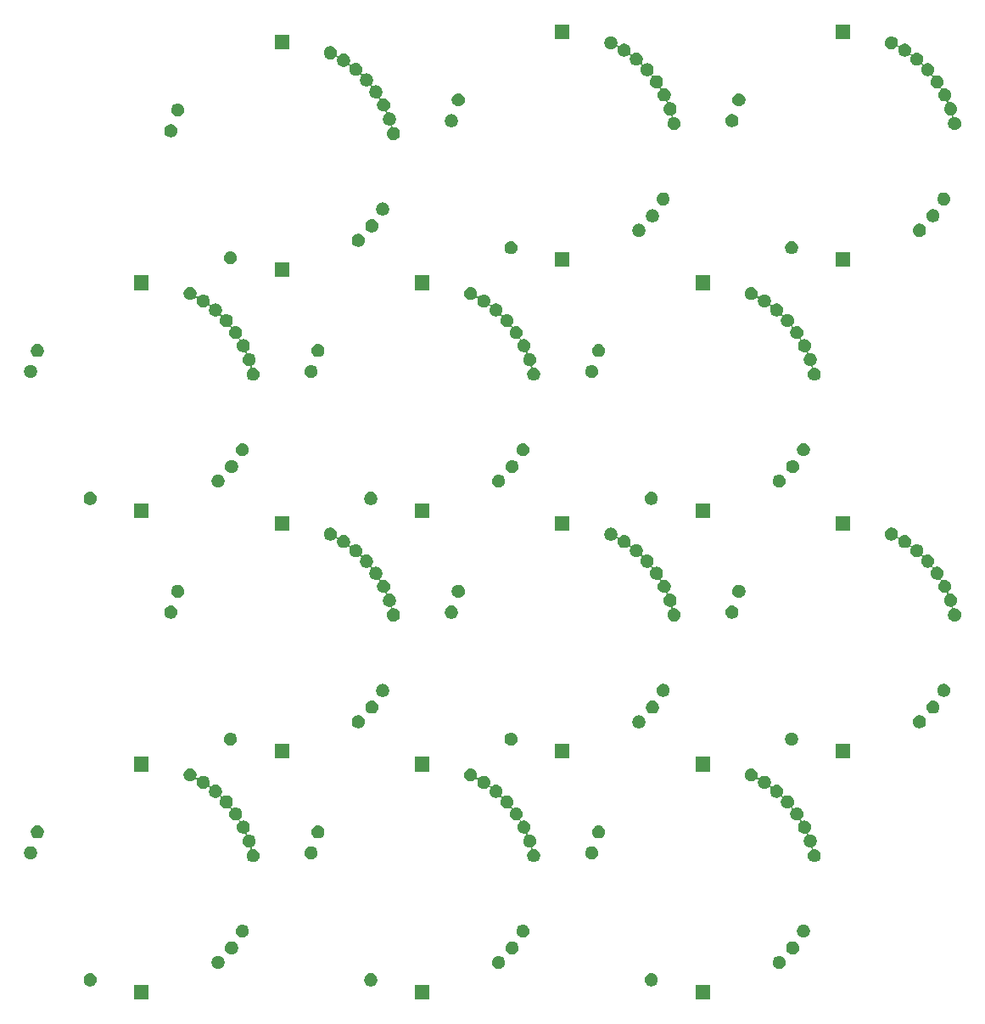
<source format=gbs>
%MOIN*%
%OFA0B0*%
%FSLAX46Y46*%
%IPPOS*%
%LPD*%
%ADD10C,0.0039370078740157488*%
%ADD21C,0.0039370078740157488*%
%ADD22C,0.0039370078740157488*%
%ADD23C,0.0039370078740157488*%
%ADD24C,0.0039370078740157488*%
%ADD25C,0.0039370078740157488*%
%ADD26C,0.0039370078740157488*%
%ADD27C,0.0039370078740157488*%
%ADD28C,0.0039370078740157488*%
%ADD29C,0.0039370078740157488*%
%ADD30C,0.0039370078740157488*%
%ADD31C,0.0039370078740157488*%
G01*
D10*
G36*
X0000540393Y0000036377D02*
X0000483228Y0000036377D01*
X0000483228Y0000093543D01*
X0000540393Y0000093543D01*
X0000540393Y0000036377D01*
X0000540393Y0000036377D01*
G37*
G36*
X0000317318Y0000137243D02*
X0000321982Y0000135311D01*
X0000326180Y0000132506D01*
X0000329750Y0000128936D01*
X0000332555Y0000124738D01*
X0000334487Y0000120074D01*
X0000335472Y0000115122D01*
X0000335472Y0000110074D01*
X0000334487Y0000105122D01*
X0000332555Y0000100458D01*
X0000329750Y0000096260D01*
X0000326180Y0000092690D01*
X0000321982Y0000089885D01*
X0000317318Y0000087953D01*
X0000312366Y0000086968D01*
X0000307318Y0000086968D01*
X0000302366Y0000087953D01*
X0000297702Y0000089885D01*
X0000293504Y0000092690D01*
X0000289934Y0000096260D01*
X0000287129Y0000100458D01*
X0000285197Y0000105122D01*
X0000284212Y0000110074D01*
X0000284212Y0000115122D01*
X0000285197Y0000120074D01*
X0000287129Y0000124738D01*
X0000289934Y0000128936D01*
X0000293504Y0000132506D01*
X0000297702Y0000135311D01*
X0000302366Y0000137243D01*
X0000307318Y0000138228D01*
X0000312366Y0000138228D01*
X0000317318Y0000137243D01*
X0000317318Y0000137243D01*
G37*
G36*
X0000819680Y0000205353D02*
X0000824344Y0000203421D01*
X0000828542Y0000200616D01*
X0000832112Y0000197046D01*
X0000834917Y0000192848D01*
X0000836849Y0000188184D01*
X0000837834Y0000183232D01*
X0000837834Y0000178184D01*
X0000836849Y0000173232D01*
X0000834917Y0000168568D01*
X0000832112Y0000164370D01*
X0000828542Y0000160800D01*
X0000824344Y0000157995D01*
X0000819680Y0000156063D01*
X0000814729Y0000155078D01*
X0000809680Y0000155078D01*
X0000804728Y0000156063D01*
X0000800064Y0000157995D01*
X0000795866Y0000160800D01*
X0000792296Y0000164370D01*
X0000789491Y0000168568D01*
X0000787559Y0000173232D01*
X0000786574Y0000178184D01*
X0000786574Y0000183232D01*
X0000787559Y0000188184D01*
X0000789491Y0000192848D01*
X0000792296Y0000197046D01*
X0000795866Y0000200616D01*
X0000800064Y0000203421D01*
X0000804728Y0000205353D01*
X0000809680Y0000206338D01*
X0000814729Y0000206338D01*
X0000819680Y0000205353D01*
X0000819680Y0000205353D01*
G37*
G36*
X0000872830Y0000262440D02*
X0000877494Y0000260508D01*
X0000881692Y0000257703D01*
X0000885262Y0000254133D01*
X0000888067Y0000249935D01*
X0000889999Y0000245271D01*
X0000890984Y0000240319D01*
X0000890984Y0000235270D01*
X0000889999Y0000230319D01*
X0000888067Y0000225655D01*
X0000885262Y0000221456D01*
X0000881692Y0000217887D01*
X0000877494Y0000215082D01*
X0000872830Y0000213150D01*
X0000867878Y0000212165D01*
X0000862829Y0000212165D01*
X0000857878Y0000213150D01*
X0000853214Y0000215082D01*
X0000849016Y0000217887D01*
X0000845446Y0000221456D01*
X0000842641Y0000225655D01*
X0000840709Y0000230319D01*
X0000839724Y0000235270D01*
X0000839724Y0000240319D01*
X0000840709Y0000245271D01*
X0000842641Y0000249935D01*
X0000845446Y0000254133D01*
X0000849016Y0000257703D01*
X0000853214Y0000260508D01*
X0000857878Y0000262440D01*
X0000862829Y0000263425D01*
X0000867878Y0000263425D01*
X0000872830Y0000262440D01*
X0000872830Y0000262440D01*
G37*
G36*
X0000915349Y0000328582D02*
X0000920014Y0000326650D01*
X0000924212Y0000323844D01*
X0000927781Y0000320275D01*
X0000930587Y0000316077D01*
X0000932518Y0000311412D01*
X0000933503Y0000306461D01*
X0000933503Y0000301412D01*
X0000932518Y0000296460D01*
X0000930587Y0000291796D01*
X0000927781Y0000287598D01*
X0000924212Y0000284029D01*
X0000920014Y0000281223D01*
X0000915349Y0000279291D01*
X0000910398Y0000278307D01*
X0000905349Y0000278307D01*
X0000900397Y0000279291D01*
X0000895733Y0000281223D01*
X0000891535Y0000284029D01*
X0000887966Y0000287598D01*
X0000885160Y0000291796D01*
X0000883228Y0000296460D01*
X0000882244Y0000301412D01*
X0000882244Y0000306461D01*
X0000883228Y0000311412D01*
X0000885160Y0000316077D01*
X0000887966Y0000320275D01*
X0000891535Y0000323844D01*
X0000895733Y0000326650D01*
X0000900397Y0000328582D01*
X0000905349Y0000329566D01*
X0000910398Y0000329566D01*
X0000915349Y0000328582D01*
X0000915349Y0000328582D01*
G37*
G36*
X0000709838Y0000941574D02*
X0000714502Y0000939642D01*
X0000718700Y0000936837D01*
X0000722270Y0000933267D01*
X0000722270Y0000933267D01*
X0000722270Y0000933267D01*
X0000725075Y0000929069D01*
X0000725075Y0000929069D01*
X0000727007Y0000924405D01*
X0000727992Y0000919453D01*
X0000727992Y0000914404D01*
X0000727217Y0000910508D01*
X0000727010Y0000909467D01*
X0000726915Y0000908507D01*
X0000727010Y0000907547D01*
X0000727290Y0000906623D01*
X0000727744Y0000905773D01*
X0000728356Y0000905027D01*
X0000729102Y0000904415D01*
X0000729953Y0000903960D01*
X0000730876Y0000903680D01*
X0000731836Y0000903585D01*
X0000732796Y0000903680D01*
X0000733720Y0000903960D01*
X0000734570Y0000904415D01*
X0000735316Y0000905027D01*
X0000737992Y0000907703D01*
X0000740632Y0000909467D01*
X0000742190Y0000910508D01*
X0000742190Y0000910508D01*
X0000746854Y0000912440D01*
X0000751806Y0000913425D01*
X0000756855Y0000913425D01*
X0000761806Y0000912440D01*
X0000766470Y0000910508D01*
X0000766470Y0000910508D01*
X0000768028Y0000909467D01*
X0000770668Y0000907703D01*
X0000774238Y0000904133D01*
X0000774238Y0000904133D01*
X0000774238Y0000904133D01*
X0000776239Y0000901138D01*
X0000777043Y0000899935D01*
X0000778975Y0000895271D01*
X0000779960Y0000890319D01*
X0000779960Y0000885270D01*
X0000778975Y0000880319D01*
X0000777768Y0000877403D01*
X0000777488Y0000876480D01*
X0000777393Y0000875520D01*
X0000777488Y0000874560D01*
X0000777768Y0000873637D01*
X0000778222Y0000872786D01*
X0000778834Y0000872040D01*
X0000779580Y0000871428D01*
X0000780431Y0000870974D01*
X0000781354Y0000870694D01*
X0000782314Y0000870599D01*
X0000783274Y0000870694D01*
X0000784198Y0000870974D01*
X0000785048Y0000871428D01*
X0000785794Y0000872040D01*
X0000786023Y0000872270D01*
X0000786796Y0000872786D01*
X0000790221Y0000875075D01*
X0000790222Y0000875075D01*
X0000794886Y0000877007D01*
X0000799837Y0000877992D01*
X0000804886Y0000877992D01*
X0000809838Y0000877007D01*
X0000814502Y0000875075D01*
X0000814502Y0000875075D01*
X0000817927Y0000872786D01*
X0000818700Y0000872270D01*
X0000822270Y0000868700D01*
X0000822270Y0000868700D01*
X0000822270Y0000868700D01*
X0000825075Y0000864502D01*
X0000825075Y0000864502D01*
X0000827007Y0000859838D01*
X0000827992Y0000854886D01*
X0000827992Y0000849837D01*
X0000827007Y0000844886D01*
X0000825075Y0000840221D01*
X0000824808Y0000839822D01*
X0000824353Y0000838972D01*
X0000824073Y0000838048D01*
X0000823979Y0000837088D01*
X0000824073Y0000836128D01*
X0000824353Y0000835205D01*
X0000824808Y0000834354D01*
X0000825420Y0000833608D01*
X0000826166Y0000832996D01*
X0000827017Y0000832542D01*
X0000827940Y0000832262D01*
X0000828900Y0000832167D01*
X0000829860Y0000832262D01*
X0000830783Y0000832542D01*
X0000831634Y0000832996D01*
X0000832086Y0000833298D01*
X0000832741Y0000833736D01*
X0000837405Y0000835668D01*
X0000842357Y0000836653D01*
X0000847406Y0000836653D01*
X0000852357Y0000835668D01*
X0000857022Y0000833736D01*
X0000857022Y0000833736D01*
X0000860932Y0000831123D01*
X0000861220Y0000830931D01*
X0000864789Y0000827361D01*
X0000867594Y0000823163D01*
X0000869526Y0000818499D01*
X0000870511Y0000813547D01*
X0000870511Y0000808499D01*
X0000869526Y0000803547D01*
X0000867594Y0000798883D01*
X0000867594Y0000798883D01*
X0000864789Y0000794685D01*
X0000864789Y0000794685D01*
X0000864570Y0000794356D01*
X0000864457Y0000794219D01*
X0000864002Y0000793368D01*
X0000863722Y0000792445D01*
X0000863628Y0000791485D01*
X0000863722Y0000790525D01*
X0000864002Y0000789601D01*
X0000864457Y0000788751D01*
X0000865069Y0000788005D01*
X0000865815Y0000787393D01*
X0000866666Y0000786938D01*
X0000867589Y0000786658D01*
X0000868549Y0000786563D01*
X0000869509Y0000786658D01*
X0000870432Y0000786938D01*
X0000874020Y0000788424D01*
X0000878971Y0000789409D01*
X0000884020Y0000789409D01*
X0000888972Y0000788424D01*
X0000893636Y0000786492D01*
X0000897834Y0000783687D01*
X0000901404Y0000780117D01*
X0000904209Y0000775919D01*
X0000906141Y0000771255D01*
X0000907125Y0000766303D01*
X0000907125Y0000761255D01*
X0000906141Y0000756303D01*
X0000904209Y0000751639D01*
X0000901404Y0000747441D01*
X0000898744Y0000744782D01*
X0000898132Y0000744036D01*
X0000897678Y0000743185D01*
X0000897398Y0000742262D01*
X0000897303Y0000741302D01*
X0000897398Y0000740342D01*
X0000897678Y0000739419D01*
X0000898132Y0000738568D01*
X0000898744Y0000737822D01*
X0000899490Y0000737210D01*
X0000900341Y0000736755D01*
X0000901264Y0000736475D01*
X0000902224Y0000736381D01*
X0000903184Y0000736475D01*
X0000904107Y0000736755D01*
X0000904334Y0000736849D01*
X0000904334Y0000736849D01*
X0000904335Y0000736849D01*
X0000908057Y0000737590D01*
X0000909286Y0000737834D01*
X0000914335Y0000737834D01*
X0000919287Y0000736849D01*
X0000923951Y0000734917D01*
X0000928149Y0000732112D01*
X0000931718Y0000728542D01*
X0000934524Y0000724344D01*
X0000936456Y0000719680D01*
X0000937440Y0000714729D01*
X0000937440Y0000709680D01*
X0000936456Y0000704728D01*
X0000934524Y0000700064D01*
X0000931718Y0000695866D01*
X0000928149Y0000692296D01*
X0000928149Y0000692296D01*
X0000928149Y0000692296D01*
X0000927460Y0000691836D01*
X0000926714Y0000691224D01*
X0000926102Y0000690478D01*
X0000925648Y0000689628D01*
X0000925367Y0000688704D01*
X0000925273Y0000687744D01*
X0000925367Y0000686784D01*
X0000925647Y0000685861D01*
X0000926102Y0000685010D01*
X0000926714Y0000684264D01*
X0000927460Y0000683652D01*
X0000928311Y0000683198D01*
X0000929234Y0000682917D01*
X0000930194Y0000682823D01*
X0000931154Y0000682917D01*
X0000931154Y0000682917D01*
X0000932121Y0000683110D01*
X0000937170Y0000683110D01*
X0000942121Y0000682125D01*
X0000946785Y0000680193D01*
X0000950983Y0000677388D01*
X0000954553Y0000673818D01*
X0000957358Y0000669620D01*
X0000959290Y0000664956D01*
X0000960275Y0000660004D01*
X0000960275Y0000654955D01*
X0000959290Y0000650004D01*
X0000957358Y0000645340D01*
X0000954553Y0000641142D01*
X0000950983Y0000637572D01*
X0000950983Y0000637572D01*
X0000950983Y0000637572D01*
X0000948134Y0000635668D01*
X0000946599Y0000634643D01*
X0000945854Y0000634031D01*
X0000945242Y0000633285D01*
X0000944787Y0000632434D01*
X0000944507Y0000631511D01*
X0000944412Y0000630551D01*
X0000944507Y0000629591D01*
X0000944787Y0000628667D01*
X0000945242Y0000627817D01*
X0000945854Y0000627071D01*
X0000946599Y0000626459D01*
X0000947450Y0000626004D01*
X0000948374Y0000625724D01*
X0000949334Y0000625629D01*
X0000952918Y0000625629D01*
X0000957869Y0000624645D01*
X0000962533Y0000622713D01*
X0000966731Y0000619907D01*
X0000970301Y0000616338D01*
X0000973106Y0000612140D01*
X0000975038Y0000607475D01*
X0000976023Y0000602524D01*
X0000976023Y0000597475D01*
X0000975038Y0000592524D01*
X0000973106Y0000587859D01*
X0000970301Y0000583661D01*
X0000966731Y0000580092D01*
X0000962533Y0000577286D01*
X0000957869Y0000575355D01*
X0000952918Y0000574370D01*
X0000947869Y0000574370D01*
X0000942917Y0000575355D01*
X0000938253Y0000577286D01*
X0000934055Y0000580092D01*
X0000930485Y0000583661D01*
X0000927680Y0000587859D01*
X0000925748Y0000592524D01*
X0000924763Y0000597475D01*
X0000924763Y0000602524D01*
X0000925748Y0000607475D01*
X0000927680Y0000612140D01*
X0000930485Y0000616338D01*
X0000934055Y0000619907D01*
X0000938439Y0000622837D01*
X0000939185Y0000623449D01*
X0000939797Y0000624195D01*
X0000940251Y0000625045D01*
X0000940531Y0000625969D01*
X0000940626Y0000626929D01*
X0000940531Y0000627889D01*
X0000940251Y0000628812D01*
X0000939797Y0000629663D01*
X0000939185Y0000630408D01*
X0000938439Y0000631021D01*
X0000937588Y0000631475D01*
X0000936665Y0000631755D01*
X0000935705Y0000631850D01*
X0000932121Y0000631850D01*
X0000927169Y0000632835D01*
X0000922505Y0000634767D01*
X0000921156Y0000635668D01*
X0000918307Y0000637572D01*
X0000918307Y0000637572D01*
X0000918307Y0000637572D01*
X0000914737Y0000641142D01*
X0000911932Y0000645340D01*
X0000910000Y0000650004D01*
X0000909015Y0000654955D01*
X0000909015Y0000660004D01*
X0000910000Y0000664956D01*
X0000911932Y0000669620D01*
X0000914737Y0000673818D01*
X0000918307Y0000677388D01*
X0000918307Y0000677388D01*
X0000918996Y0000677848D01*
X0000919741Y0000678460D01*
X0000920353Y0000679206D01*
X0000920808Y0000680057D01*
X0000921088Y0000680980D01*
X0000921183Y0000681940D01*
X0000921088Y0000682900D01*
X0000920808Y0000683823D01*
X0000920353Y0000684674D01*
X0000919741Y0000685420D01*
X0000918996Y0000686032D01*
X0000918145Y0000686486D01*
X0000917222Y0000686767D01*
X0000916262Y0000686861D01*
X0000915302Y0000686767D01*
X0000914335Y0000686574D01*
X0000909286Y0000686574D01*
X0000904335Y0000687559D01*
X0000899670Y0000689491D01*
X0000899466Y0000689628D01*
X0000895472Y0000692296D01*
X0000895472Y0000692296D01*
X0000895472Y0000692296D01*
X0000891903Y0000695866D01*
X0000889097Y0000700064D01*
X0000887166Y0000704728D01*
X0000886181Y0000709680D01*
X0000886181Y0000714729D01*
X0000887166Y0000719680D01*
X0000889097Y0000724344D01*
X0000891903Y0000728542D01*
X0000894562Y0000731202D01*
X0000895174Y0000731947D01*
X0000895628Y0000732798D01*
X0000895908Y0000733721D01*
X0000896003Y0000734681D01*
X0000895908Y0000735641D01*
X0000895628Y0000736565D01*
X0000895174Y0000737415D01*
X0000894562Y0000738161D01*
X0000893816Y0000738773D01*
X0000892965Y0000739228D01*
X0000892042Y0000739508D01*
X0000891082Y0000739603D01*
X0000890122Y0000739508D01*
X0000889199Y0000739228D01*
X0000889042Y0000739163D01*
X0000888972Y0000739134D01*
X0000885249Y0000738394D01*
X0000884020Y0000738149D01*
X0000878971Y0000738149D01*
X0000874020Y0000739134D01*
X0000869355Y0000741066D01*
X0000865157Y0000743871D01*
X0000861588Y0000747441D01*
X0000858783Y0000751639D01*
X0000856851Y0000756303D01*
X0000855866Y0000761255D01*
X0000855866Y0000766303D01*
X0000856851Y0000771255D01*
X0000858783Y0000775919D01*
X0000858783Y0000775919D01*
X0000861587Y0000780117D01*
X0000861588Y0000780117D01*
X0000861807Y0000780446D01*
X0000861920Y0000780583D01*
X0000862375Y0000781434D01*
X0000862655Y0000782357D01*
X0000862749Y0000783317D01*
X0000862655Y0000784277D01*
X0000862375Y0000785201D01*
X0000861920Y0000786052D01*
X0000861308Y0000786797D01*
X0000860562Y0000787409D01*
X0000859711Y0000787864D01*
X0000858788Y0000788144D01*
X0000857828Y0000788239D01*
X0000856868Y0000788144D01*
X0000855945Y0000787864D01*
X0000852357Y0000786378D01*
X0000847406Y0000785393D01*
X0000842357Y0000785393D01*
X0000837405Y0000786378D01*
X0000832741Y0000788310D01*
X0000828543Y0000791115D01*
X0000824973Y0000794685D01*
X0000822168Y0000798883D01*
X0000820236Y0000803547D01*
X0000819251Y0000808499D01*
X0000819251Y0000813547D01*
X0000820236Y0000818499D01*
X0000822168Y0000823163D01*
X0000822435Y0000823562D01*
X0000822890Y0000824413D01*
X0000823170Y0000825337D01*
X0000823264Y0000826297D01*
X0000823170Y0000827257D01*
X0000822890Y0000828180D01*
X0000822435Y0000829031D01*
X0000821823Y0000829776D01*
X0000821077Y0000830388D01*
X0000820226Y0000830843D01*
X0000819303Y0000831123D01*
X0000818343Y0000831218D01*
X0000817383Y0000831123D01*
X0000816460Y0000830843D01*
X0000815609Y0000830388D01*
X0000815157Y0000830087D01*
X0000814502Y0000829649D01*
X0000809838Y0000827717D01*
X0000804886Y0000826732D01*
X0000799837Y0000826732D01*
X0000794886Y0000827717D01*
X0000790222Y0000829649D01*
X0000788015Y0000831123D01*
X0000786024Y0000832454D01*
X0000786024Y0000832454D01*
X0000786023Y0000832454D01*
X0000782454Y0000836023D01*
X0000779649Y0000840222D01*
X0000777717Y0000844886D01*
X0000776732Y0000849837D01*
X0000776732Y0000854886D01*
X0000777717Y0000859838D01*
X0000778924Y0000862753D01*
X0000779204Y0000863676D01*
X0000779299Y0000864636D01*
X0000779204Y0000865596D01*
X0000778924Y0000866520D01*
X0000778469Y0000867370D01*
X0000777857Y0000868116D01*
X0000777112Y0000868728D01*
X0000776261Y0000869183D01*
X0000775338Y0000869463D01*
X0000774378Y0000869558D01*
X0000773417Y0000869463D01*
X0000772494Y0000869183D01*
X0000771643Y0000868728D01*
X0000770898Y0000868116D01*
X0000770668Y0000867887D01*
X0000770668Y0000867887D01*
X0000770668Y0000867887D01*
X0000768622Y0000866520D01*
X0000766470Y0000865082D01*
X0000761806Y0000863150D01*
X0000756855Y0000862165D01*
X0000751806Y0000862165D01*
X0000746854Y0000863150D01*
X0000742190Y0000865082D01*
X0000740038Y0000866520D01*
X0000737992Y0000867887D01*
X0000737992Y0000867887D01*
X0000737992Y0000867887D01*
X0000734422Y0000871457D01*
X0000734032Y0000872040D01*
X0000731617Y0000875654D01*
X0000731617Y0000875655D01*
X0000729685Y0000880319D01*
X0000728700Y0000885270D01*
X0000728700Y0000890319D01*
X0000729475Y0000894216D01*
X0000729682Y0000895257D01*
X0000729777Y0000896217D01*
X0000729682Y0000897177D01*
X0000729402Y0000898100D01*
X0000728948Y0000898951D01*
X0000728336Y0000899697D01*
X0000727590Y0000900309D01*
X0000726739Y0000900763D01*
X0000725816Y0000901043D01*
X0000724856Y0000901138D01*
X0000723896Y0000901043D01*
X0000722972Y0000900763D01*
X0000722122Y0000900309D01*
X0000721376Y0000899697D01*
X0000718700Y0000897021D01*
X0000718700Y0000897021D01*
X0000718700Y0000897021D01*
X0000714502Y0000894216D01*
X0000714502Y0000894216D01*
X0000709838Y0000892284D01*
X0000704886Y0000891299D01*
X0000699837Y0000891299D01*
X0000694886Y0000892284D01*
X0000690222Y0000894216D01*
X0000690221Y0000894216D01*
X0000686024Y0000897021D01*
X0000686024Y0000897021D01*
X0000686023Y0000897021D01*
X0000682454Y0000900590D01*
X0000682151Y0000901043D01*
X0000679649Y0000904788D01*
X0000679649Y0000904788D01*
X0000677717Y0000909453D01*
X0000676732Y0000914404D01*
X0000676732Y0000919453D01*
X0000677717Y0000924405D01*
X0000679649Y0000929069D01*
X0000679649Y0000929069D01*
X0000682454Y0000933267D01*
X0000682454Y0000933267D01*
X0000682454Y0000933267D01*
X0000686023Y0000936837D01*
X0000690222Y0000939642D01*
X0000694886Y0000941574D01*
X0000699837Y0000942559D01*
X0000704886Y0000942559D01*
X0000709838Y0000941574D01*
X0000709838Y0000941574D01*
G37*
G36*
X0000083066Y0000635668D02*
X0000087730Y0000633736D01*
X0000087730Y0000633736D01*
X0000091061Y0000631511D01*
X0000091928Y0000630931D01*
X0000095498Y0000627361D01*
X0000098303Y0000623163D01*
X0000100235Y0000618499D01*
X0000101220Y0000613547D01*
X0000101220Y0000608499D01*
X0000100235Y0000603547D01*
X0000098303Y0000598883D01*
X0000095498Y0000594685D01*
X0000091928Y0000591115D01*
X0000087730Y0000588310D01*
X0000083066Y0000586378D01*
X0000078114Y0000585393D01*
X0000073066Y0000585393D01*
X0000068114Y0000586378D01*
X0000063450Y0000588310D01*
X0000059252Y0000591115D01*
X0000055682Y0000594685D01*
X0000052877Y0000598883D01*
X0000050945Y0000603547D01*
X0000049960Y0000608499D01*
X0000049960Y0000613547D01*
X0000050945Y0000618499D01*
X0000052877Y0000623163D01*
X0000055682Y0000627361D01*
X0000059252Y0000630931D01*
X0000060119Y0000631511D01*
X0000063450Y0000633736D01*
X0000063450Y0000633736D01*
X0000068114Y0000635668D01*
X0000073066Y0000636653D01*
X0000078114Y0000636653D01*
X0000083066Y0000635668D01*
X0000083066Y0000635668D01*
G37*
G36*
X0000110231Y0000717558D02*
X0000114896Y0000715626D01*
X0000114896Y0000715626D01*
X0000116239Y0000714729D01*
X0000119094Y0000712821D01*
X0000122663Y0000709251D01*
X0000125468Y0000705053D01*
X0000127400Y0000700389D01*
X0000128385Y0000695437D01*
X0000128385Y0000690389D01*
X0000127400Y0000685437D01*
X0000125468Y0000680773D01*
X0000125468Y0000680773D01*
X0000123514Y0000677848D01*
X0000122663Y0000676575D01*
X0000119094Y0000673005D01*
X0000114896Y0000670200D01*
X0000110231Y0000668268D01*
X0000105280Y0000667283D01*
X0000100231Y0000667283D01*
X0000095279Y0000668268D01*
X0000090615Y0000670200D01*
X0000086417Y0000673005D01*
X0000082847Y0000676575D01*
X0000081997Y0000677848D01*
X0000080042Y0000680773D01*
X0000080042Y0000680773D01*
X0000078110Y0000685437D01*
X0000077125Y0000690389D01*
X0000077125Y0000695437D01*
X0000078110Y0000700389D01*
X0000080042Y0000705053D01*
X0000082847Y0000709251D01*
X0000086417Y0000712821D01*
X0000089272Y0000714729D01*
X0000090615Y0000715626D01*
X0000090615Y0000715626D01*
X0000095279Y0000717558D01*
X0000100231Y0000718543D01*
X0000105280Y0000718543D01*
X0000110231Y0000717558D01*
X0000110231Y0000717558D01*
G37*
G36*
X0000540393Y0000930078D02*
X0000483228Y0000930078D01*
X0000483228Y0000987244D01*
X0000540393Y0000987244D01*
X0000540393Y0000930078D01*
X0000540393Y0000930078D01*
G37*
G04 next file*
G04 #@! TF.GenerationSoftware,KiCad,Pcbnew,5.0.2-bee76a0~70~ubuntu18.04.1*
G04 #@! TF.CreationDate,2019-05-15T03:21:57+02:00*
G04 #@! TF.ProjectId,ring,72696e67-2e6b-4696-9361-645f70636258,rev?*
G04 #@! TF.SameCoordinates,Original*
G04 #@! TF.FileFunction,Soldermask,Bot*
G04 #@! TF.FilePolarity,Negative*
G04 Gerber Fmt 4.6, Leading zero omitted, Abs format (unit mm)*
G04 Created by KiCad (PCBNEW 5.0.2-bee76a0~70~ubuntu18.04.1) date Mi 15 Mai 2019 03:21:57 CEST*
G01*
G04 APERTURE LIST*
G04 APERTURE END LIST*
D21*
G36*
X0001642755Y0000036377D02*
X0001585590Y0000036377D01*
X0001585590Y0000093543D01*
X0001642755Y0000093543D01*
X0001642755Y0000036377D01*
X0001642755Y0000036377D01*
G37*
G36*
X0001419680Y0000137243D02*
X0001424344Y0000135311D01*
X0001428542Y0000132506D01*
X0001432112Y0000128936D01*
X0001434917Y0000124738D01*
X0001436849Y0000120074D01*
X0001437834Y0000115122D01*
X0001437834Y0000110074D01*
X0001436849Y0000105122D01*
X0001434917Y0000100458D01*
X0001432112Y0000096260D01*
X0001428542Y0000092690D01*
X0001424344Y0000089885D01*
X0001419680Y0000087953D01*
X0001414729Y0000086968D01*
X0001409680Y0000086968D01*
X0001404728Y0000087953D01*
X0001400064Y0000089885D01*
X0001395866Y0000092690D01*
X0001392296Y0000096260D01*
X0001389491Y0000100458D01*
X0001387559Y0000105122D01*
X0001386574Y0000110074D01*
X0001386574Y0000115122D01*
X0001387559Y0000120074D01*
X0001389491Y0000124738D01*
X0001392296Y0000128936D01*
X0001395866Y0000132506D01*
X0001400064Y0000135311D01*
X0001404728Y0000137243D01*
X0001409680Y0000138228D01*
X0001414729Y0000138228D01*
X0001419680Y0000137243D01*
X0001419680Y0000137243D01*
G37*
G36*
X0001922042Y0000205353D02*
X0001926707Y0000203421D01*
X0001930905Y0000200616D01*
X0001934474Y0000197046D01*
X0001937279Y0000192848D01*
X0001939211Y0000188184D01*
X0001940196Y0000183232D01*
X0001940196Y0000178184D01*
X0001939211Y0000173232D01*
X0001937279Y0000168568D01*
X0001934474Y0000164370D01*
X0001930905Y0000160800D01*
X0001926707Y0000157995D01*
X0001922042Y0000156063D01*
X0001917091Y0000155078D01*
X0001912042Y0000155078D01*
X0001907090Y0000156063D01*
X0001902426Y0000157995D01*
X0001898228Y0000160800D01*
X0001894658Y0000164370D01*
X0001891853Y0000168568D01*
X0001889921Y0000173232D01*
X0001888937Y0000178184D01*
X0001888937Y0000183232D01*
X0001889921Y0000188184D01*
X0001891853Y0000192848D01*
X0001894658Y0000197046D01*
X0001898228Y0000200616D01*
X0001902426Y0000203421D01*
X0001907090Y0000205353D01*
X0001912042Y0000206338D01*
X0001917091Y0000206338D01*
X0001922042Y0000205353D01*
X0001922042Y0000205353D01*
G37*
G36*
X0001975192Y0000262440D02*
X0001979856Y0000260508D01*
X0001984054Y0000257703D01*
X0001987624Y0000254133D01*
X0001990429Y0000249935D01*
X0001992361Y0000245271D01*
X0001993346Y0000240319D01*
X0001993346Y0000235270D01*
X0001992361Y0000230319D01*
X0001990429Y0000225655D01*
X0001987624Y0000221456D01*
X0001984054Y0000217887D01*
X0001979856Y0000215082D01*
X0001975192Y0000213150D01*
X0001970240Y0000212165D01*
X0001965192Y0000212165D01*
X0001960240Y0000213150D01*
X0001955576Y0000215082D01*
X0001951378Y0000217887D01*
X0001947808Y0000221456D01*
X0001945003Y0000225655D01*
X0001943071Y0000230319D01*
X0001942086Y0000235270D01*
X0001942086Y0000240319D01*
X0001943071Y0000245271D01*
X0001945003Y0000249935D01*
X0001947808Y0000254133D01*
X0001951378Y0000257703D01*
X0001955576Y0000260508D01*
X0001960240Y0000262440D01*
X0001965192Y0000263425D01*
X0001970240Y0000263425D01*
X0001975192Y0000262440D01*
X0001975192Y0000262440D01*
G37*
G36*
X0002017712Y0000328582D02*
X0002022376Y0000326650D01*
X0002026574Y0000323844D01*
X0002030144Y0000320275D01*
X0002032949Y0000316077D01*
X0002034881Y0000311412D01*
X0002035866Y0000306461D01*
X0002035866Y0000301412D01*
X0002034881Y0000296460D01*
X0002032949Y0000291796D01*
X0002030144Y0000287598D01*
X0002026574Y0000284029D01*
X0002022376Y0000281223D01*
X0002017712Y0000279291D01*
X0002012760Y0000278307D01*
X0002007711Y0000278307D01*
X0002002760Y0000279291D01*
X0001998096Y0000281223D01*
X0001993897Y0000284029D01*
X0001990328Y0000287598D01*
X0001987523Y0000291796D01*
X0001985591Y0000296460D01*
X0001984606Y0000301412D01*
X0001984606Y0000306461D01*
X0001985591Y0000311412D01*
X0001987523Y0000316077D01*
X0001990328Y0000320275D01*
X0001993897Y0000323844D01*
X0001998096Y0000326650D01*
X0002002760Y0000328582D01*
X0002007711Y0000329566D01*
X0002012760Y0000329566D01*
X0002017712Y0000328582D01*
X0002017712Y0000328582D01*
G37*
G36*
X0001812200Y0000941574D02*
X0001816864Y0000939642D01*
X0001821062Y0000936837D01*
X0001824632Y0000933267D01*
X0001824632Y0000933267D01*
X0001824632Y0000933267D01*
X0001827437Y0000929069D01*
X0001827437Y0000929069D01*
X0001829369Y0000924405D01*
X0001830354Y0000919453D01*
X0001830354Y0000914404D01*
X0001829579Y0000910508D01*
X0001829372Y0000909467D01*
X0001829277Y0000908507D01*
X0001829372Y0000907547D01*
X0001829652Y0000906623D01*
X0001830107Y0000905773D01*
X0001830719Y0000905027D01*
X0001831464Y0000904415D01*
X0001832315Y0000903960D01*
X0001833238Y0000903680D01*
X0001834198Y0000903585D01*
X0001835159Y0000903680D01*
X0001836082Y0000903960D01*
X0001836932Y0000904415D01*
X0001837678Y0000905027D01*
X0001840354Y0000907703D01*
X0001842994Y0000909467D01*
X0001844552Y0000910508D01*
X0001844552Y0000910508D01*
X0001849216Y0000912440D01*
X0001854168Y0000913425D01*
X0001859217Y0000913425D01*
X0001864168Y0000912440D01*
X0001868833Y0000910508D01*
X0001868833Y0000910508D01*
X0001870391Y0000909467D01*
X0001873031Y0000907703D01*
X0001876600Y0000904133D01*
X0001876600Y0000904133D01*
X0001876600Y0000904133D01*
X0001878602Y0000901138D01*
X0001879405Y0000899935D01*
X0001881337Y0000895271D01*
X0001882322Y0000890319D01*
X0001882322Y0000885270D01*
X0001881337Y0000880319D01*
X0001880130Y0000877403D01*
X0001879850Y0000876480D01*
X0001879755Y0000875520D01*
X0001879850Y0000874560D01*
X0001880130Y0000873637D01*
X0001880585Y0000872786D01*
X0001881197Y0000872040D01*
X0001881942Y0000871428D01*
X0001882793Y0000870974D01*
X0001883716Y0000870694D01*
X0001884677Y0000870599D01*
X0001885637Y0000870694D01*
X0001886560Y0000870974D01*
X0001887411Y0000871428D01*
X0001888156Y0000872040D01*
X0001888386Y0000872270D01*
X0001889159Y0000872786D01*
X0001892584Y0000875075D01*
X0001892584Y0000875075D01*
X0001897248Y0000877007D01*
X0001902200Y0000877992D01*
X0001907248Y0000877992D01*
X0001912200Y0000877007D01*
X0001916864Y0000875075D01*
X0001916864Y0000875075D01*
X0001920289Y0000872786D01*
X0001921062Y0000872270D01*
X0001924632Y0000868700D01*
X0001924632Y0000868700D01*
X0001924632Y0000868700D01*
X0001927437Y0000864502D01*
X0001927437Y0000864502D01*
X0001929369Y0000859838D01*
X0001930354Y0000854886D01*
X0001930354Y0000849837D01*
X0001929369Y0000844886D01*
X0001927437Y0000840221D01*
X0001927170Y0000839822D01*
X0001926715Y0000838972D01*
X0001926435Y0000838048D01*
X0001926341Y0000837088D01*
X0001926435Y0000836128D01*
X0001926716Y0000835205D01*
X0001927170Y0000834354D01*
X0001927782Y0000833608D01*
X0001928528Y0000832996D01*
X0001929379Y0000832542D01*
X0001930302Y0000832262D01*
X0001931262Y0000832167D01*
X0001932222Y0000832262D01*
X0001933146Y0000832542D01*
X0001933996Y0000832996D01*
X0001934448Y0000833298D01*
X0001935103Y0000833736D01*
X0001939768Y0000835668D01*
X0001944719Y0000836653D01*
X0001949768Y0000836653D01*
X0001954720Y0000835668D01*
X0001959384Y0000833736D01*
X0001959384Y0000833736D01*
X0001963294Y0000831123D01*
X0001963582Y0000830931D01*
X0001967152Y0000827361D01*
X0001969957Y0000823163D01*
X0001971889Y0000818499D01*
X0001972874Y0000813547D01*
X0001972874Y0000808499D01*
X0001971889Y0000803547D01*
X0001969957Y0000798883D01*
X0001969957Y0000798883D01*
X0001967152Y0000794685D01*
X0001967152Y0000794685D01*
X0001966932Y0000794356D01*
X0001966819Y0000794219D01*
X0001966364Y0000793368D01*
X0001966084Y0000792445D01*
X0001965990Y0000791485D01*
X0001966084Y0000790525D01*
X0001966364Y0000789601D01*
X0001966819Y0000788751D01*
X0001967431Y0000788005D01*
X0001968177Y0000787393D01*
X0001969028Y0000786938D01*
X0001969951Y0000786658D01*
X0001970911Y0000786563D01*
X0001971871Y0000786658D01*
X0001972794Y0000786938D01*
X0001976382Y0000788424D01*
X0001981333Y0000789409D01*
X0001986382Y0000789409D01*
X0001991334Y0000788424D01*
X0001995998Y0000786492D01*
X0002000196Y0000783687D01*
X0002003766Y0000780117D01*
X0002006571Y0000775919D01*
X0002008503Y0000771255D01*
X0002009488Y0000766303D01*
X0002009488Y0000761255D01*
X0002008503Y0000756303D01*
X0002006571Y0000751639D01*
X0002003766Y0000747441D01*
X0002001107Y0000744782D01*
X0002000495Y0000744036D01*
X0002000040Y0000743185D01*
X0001999760Y0000742262D01*
X0001999665Y0000741302D01*
X0001999760Y0000740342D01*
X0002000040Y0000739419D01*
X0002000495Y0000738568D01*
X0002001107Y0000737822D01*
X0002001852Y0000737210D01*
X0002002703Y0000736755D01*
X0002003626Y0000736475D01*
X0002004587Y0000736381D01*
X0002005547Y0000736475D01*
X0002006470Y0000736755D01*
X0002006697Y0000736849D01*
X0002006697Y0000736849D01*
X0002006697Y0000736849D01*
X0002010419Y0000737590D01*
X0002011648Y0000737834D01*
X0002016697Y0000737834D01*
X0002021649Y0000736849D01*
X0002026313Y0000734917D01*
X0002030511Y0000732112D01*
X0002034081Y0000728542D01*
X0002036886Y0000724344D01*
X0002038818Y0000719680D01*
X0002039803Y0000714729D01*
X0002039803Y0000709680D01*
X0002038818Y0000704728D01*
X0002036886Y0000700064D01*
X0002034081Y0000695866D01*
X0002030511Y0000692296D01*
X0002030511Y0000692296D01*
X0002030511Y0000692296D01*
X0002029822Y0000691836D01*
X0002029077Y0000691224D01*
X0002028465Y0000690478D01*
X0002028010Y0000689628D01*
X0002027730Y0000688704D01*
X0002027635Y0000687744D01*
X0002027730Y0000686784D01*
X0002028010Y0000685861D01*
X0002028464Y0000685010D01*
X0002029076Y0000684264D01*
X0002029822Y0000683652D01*
X0002030673Y0000683198D01*
X0002031596Y0000682917D01*
X0002032556Y0000682823D01*
X0002033516Y0000682917D01*
X0002033517Y0000682917D01*
X0002034483Y0000683110D01*
X0002039532Y0000683110D01*
X0002044483Y0000682125D01*
X0002049148Y0000680193D01*
X0002053346Y0000677388D01*
X0002056915Y0000673818D01*
X0002059720Y0000669620D01*
X0002061652Y0000664956D01*
X0002062637Y0000660004D01*
X0002062637Y0000654955D01*
X0002061652Y0000650004D01*
X0002059720Y0000645340D01*
X0002056915Y0000641142D01*
X0002053346Y0000637572D01*
X0002053346Y0000637572D01*
X0002053345Y0000637572D01*
X0002050496Y0000635668D01*
X0002048962Y0000634643D01*
X0002048216Y0000634031D01*
X0002047604Y0000633285D01*
X0002047149Y0000632434D01*
X0002046869Y0000631511D01*
X0002046775Y0000630551D01*
X0002046869Y0000629591D01*
X0002047149Y0000628667D01*
X0002047604Y0000627817D01*
X0002048216Y0000627071D01*
X0002048962Y0000626459D01*
X0002049813Y0000626004D01*
X0002050736Y0000625724D01*
X0002051696Y0000625629D01*
X0002055280Y0000625629D01*
X0002060231Y0000624645D01*
X0002064896Y0000622713D01*
X0002069094Y0000619907D01*
X0002072663Y0000616338D01*
X0002075468Y0000612140D01*
X0002077400Y0000607475D01*
X0002078385Y0000602524D01*
X0002078385Y0000597475D01*
X0002077400Y0000592524D01*
X0002075468Y0000587859D01*
X0002072663Y0000583661D01*
X0002069094Y0000580092D01*
X0002064896Y0000577286D01*
X0002060231Y0000575355D01*
X0002055280Y0000574370D01*
X0002050231Y0000574370D01*
X0002045279Y0000575355D01*
X0002040615Y0000577286D01*
X0002036417Y0000580092D01*
X0002032847Y0000583661D01*
X0002030042Y0000587859D01*
X0002028110Y0000592524D01*
X0002027125Y0000597475D01*
X0002027125Y0000602524D01*
X0002028110Y0000607475D01*
X0002030042Y0000612140D01*
X0002032847Y0000616338D01*
X0002036417Y0000619907D01*
X0002040801Y0000622837D01*
X0002041547Y0000623449D01*
X0002042159Y0000624195D01*
X0002042614Y0000625045D01*
X0002042894Y0000625969D01*
X0002042988Y0000626929D01*
X0002042894Y0000627889D01*
X0002042614Y0000628812D01*
X0002042159Y0000629663D01*
X0002041547Y0000630408D01*
X0002040801Y0000631021D01*
X0002039950Y0000631475D01*
X0002039027Y0000631755D01*
X0002038067Y0000631850D01*
X0002034483Y0000631850D01*
X0002029531Y0000632835D01*
X0002024867Y0000634767D01*
X0002023518Y0000635668D01*
X0002020669Y0000637572D01*
X0002020669Y0000637572D01*
X0002020669Y0000637572D01*
X0002017099Y0000641142D01*
X0002014294Y0000645340D01*
X0002012362Y0000650004D01*
X0002011377Y0000654955D01*
X0002011377Y0000660004D01*
X0002012362Y0000664956D01*
X0002014294Y0000669620D01*
X0002017099Y0000673818D01*
X0002020669Y0000677388D01*
X0002020669Y0000677388D01*
X0002021358Y0000677848D01*
X0002022104Y0000678460D01*
X0002022716Y0000679206D01*
X0002023170Y0000680057D01*
X0002023450Y0000680980D01*
X0002023545Y0000681940D01*
X0002023450Y0000682900D01*
X0002023170Y0000683823D01*
X0002022716Y0000684674D01*
X0002022104Y0000685420D01*
X0002021358Y0000686032D01*
X0002020507Y0000686486D01*
X0002019584Y0000686767D01*
X0002018624Y0000686861D01*
X0002017664Y0000686767D01*
X0002016697Y0000686574D01*
X0002011648Y0000686574D01*
X0002006697Y0000687559D01*
X0002002033Y0000689491D01*
X0002001828Y0000689628D01*
X0001997835Y0000692296D01*
X0001997835Y0000692296D01*
X0001997834Y0000692296D01*
X0001994265Y0000695866D01*
X0001991460Y0000700064D01*
X0001989528Y0000704728D01*
X0001988543Y0000709680D01*
X0001988543Y0000714729D01*
X0001989528Y0000719680D01*
X0001991460Y0000724344D01*
X0001994265Y0000728542D01*
X0001996924Y0000731202D01*
X0001997536Y0000731947D01*
X0001997991Y0000732798D01*
X0001998271Y0000733721D01*
X0001998365Y0000734681D01*
X0001998271Y0000735641D01*
X0001997991Y0000736565D01*
X0001997536Y0000737415D01*
X0001996924Y0000738161D01*
X0001996178Y0000738773D01*
X0001995327Y0000739228D01*
X0001994404Y0000739508D01*
X0001993444Y0000739603D01*
X0001992484Y0000739508D01*
X0001991561Y0000739228D01*
X0001991405Y0000739163D01*
X0001991334Y0000739134D01*
X0001987612Y0000738394D01*
X0001986382Y0000738149D01*
X0001981333Y0000738149D01*
X0001976382Y0000739134D01*
X0001971718Y0000741066D01*
X0001967520Y0000743871D01*
X0001963950Y0000747441D01*
X0001961145Y0000751639D01*
X0001959213Y0000756303D01*
X0001958228Y0000761255D01*
X0001958228Y0000766303D01*
X0001959213Y0000771255D01*
X0001961145Y0000775919D01*
X0001961145Y0000775919D01*
X0001963950Y0000780117D01*
X0001963950Y0000780117D01*
X0001964170Y0000780446D01*
X0001964282Y0000780583D01*
X0001964737Y0000781434D01*
X0001965017Y0000782357D01*
X0001965111Y0000783317D01*
X0001965017Y0000784277D01*
X0001964737Y0000785201D01*
X0001964282Y0000786052D01*
X0001963670Y0000786797D01*
X0001962924Y0000787409D01*
X0001962074Y0000787864D01*
X0001961150Y0000788144D01*
X0001960190Y0000788239D01*
X0001959230Y0000788144D01*
X0001958307Y0000787864D01*
X0001954720Y0000786378D01*
X0001949768Y0000785393D01*
X0001944719Y0000785393D01*
X0001939768Y0000786378D01*
X0001935103Y0000788310D01*
X0001930905Y0000791115D01*
X0001927336Y0000794685D01*
X0001924531Y0000798883D01*
X0001922599Y0000803547D01*
X0001921614Y0000808499D01*
X0001921614Y0000813547D01*
X0001922599Y0000818499D01*
X0001924531Y0000823163D01*
X0001924797Y0000823562D01*
X0001925252Y0000824413D01*
X0001925532Y0000825337D01*
X0001925627Y0000826297D01*
X0001925532Y0000827257D01*
X0001925252Y0000828180D01*
X0001924797Y0000829031D01*
X0001924185Y0000829776D01*
X0001923439Y0000830388D01*
X0001922589Y0000830843D01*
X0001921665Y0000831123D01*
X0001920705Y0000831218D01*
X0001919745Y0000831123D01*
X0001918822Y0000830843D01*
X0001917971Y0000830388D01*
X0001917519Y0000830087D01*
X0001916864Y0000829649D01*
X0001912200Y0000827717D01*
X0001907248Y0000826732D01*
X0001902200Y0000826732D01*
X0001897248Y0000827717D01*
X0001892584Y0000829649D01*
X0001890377Y0000831123D01*
X0001888386Y0000832454D01*
X0001888386Y0000832454D01*
X0001888386Y0000832454D01*
X0001884816Y0000836023D01*
X0001882011Y0000840222D01*
X0001880079Y0000844886D01*
X0001879094Y0000849837D01*
X0001879094Y0000854886D01*
X0001880079Y0000859838D01*
X0001881286Y0000862753D01*
X0001881567Y0000863676D01*
X0001881661Y0000864636D01*
X0001881567Y0000865596D01*
X0001881286Y0000866520D01*
X0001880832Y0000867370D01*
X0001880220Y0000868116D01*
X0001879474Y0000868728D01*
X0001878623Y0000869183D01*
X0001877700Y0000869463D01*
X0001876740Y0000869558D01*
X0001875780Y0000869463D01*
X0001874857Y0000869183D01*
X0001874006Y0000868728D01*
X0001873260Y0000868116D01*
X0001873031Y0000867887D01*
X0001873031Y0000867887D01*
X0001873031Y0000867887D01*
X0001870984Y0000866520D01*
X0001868833Y0000865082D01*
X0001864168Y0000863150D01*
X0001859217Y0000862165D01*
X0001854168Y0000862165D01*
X0001849216Y0000863150D01*
X0001844552Y0000865082D01*
X0001842400Y0000866520D01*
X0001840354Y0000867887D01*
X0001840354Y0000867887D01*
X0001840354Y0000867887D01*
X0001836784Y0000871457D01*
X0001836394Y0000872040D01*
X0001833979Y0000875654D01*
X0001833979Y0000875655D01*
X0001832047Y0000880319D01*
X0001831062Y0000885270D01*
X0001831062Y0000890319D01*
X0001831837Y0000894216D01*
X0001832045Y0000895257D01*
X0001832139Y0000896217D01*
X0001832045Y0000897177D01*
X0001831765Y0000898100D01*
X0001831310Y0000898951D01*
X0001830698Y0000899697D01*
X0001829952Y0000900309D01*
X0001829101Y0000900763D01*
X0001828178Y0000901043D01*
X0001827218Y0000901138D01*
X0001826258Y0000901043D01*
X0001825335Y0000900763D01*
X0001824484Y0000900309D01*
X0001823738Y0000899697D01*
X0001821062Y0000897021D01*
X0001821062Y0000897021D01*
X0001821062Y0000897021D01*
X0001816864Y0000894216D01*
X0001816864Y0000894216D01*
X0001812200Y0000892284D01*
X0001807248Y0000891299D01*
X0001802200Y0000891299D01*
X0001797248Y0000892284D01*
X0001792584Y0000894216D01*
X0001792584Y0000894216D01*
X0001788386Y0000897021D01*
X0001788386Y0000897021D01*
X0001788386Y0000897021D01*
X0001784816Y0000900590D01*
X0001784513Y0000901043D01*
X0001782011Y0000904788D01*
X0001782011Y0000904788D01*
X0001780079Y0000909453D01*
X0001779094Y0000914404D01*
X0001779094Y0000919453D01*
X0001780079Y0000924405D01*
X0001782011Y0000929069D01*
X0001782011Y0000929069D01*
X0001784816Y0000933267D01*
X0001784816Y0000933267D01*
X0001784816Y0000933267D01*
X0001788386Y0000936837D01*
X0001792584Y0000939642D01*
X0001797248Y0000941574D01*
X0001802200Y0000942559D01*
X0001807248Y0000942559D01*
X0001812200Y0000941574D01*
X0001812200Y0000941574D01*
G37*
G36*
X0001185428Y0000635668D02*
X0001190092Y0000633736D01*
X0001190093Y0000633736D01*
X0001193423Y0000631511D01*
X0001194291Y0000630931D01*
X0001197860Y0000627361D01*
X0001200665Y0000623163D01*
X0001202597Y0000618499D01*
X0001203582Y0000613547D01*
X0001203582Y0000608499D01*
X0001202597Y0000603547D01*
X0001200665Y0000598883D01*
X0001197860Y0000594685D01*
X0001194291Y0000591115D01*
X0001190092Y0000588310D01*
X0001185428Y0000586378D01*
X0001180477Y0000585393D01*
X0001175428Y0000585393D01*
X0001170476Y0000586378D01*
X0001165812Y0000588310D01*
X0001161614Y0000591115D01*
X0001158044Y0000594685D01*
X0001155239Y0000598883D01*
X0001153307Y0000603547D01*
X0001152322Y0000608499D01*
X0001152322Y0000613547D01*
X0001153307Y0000618499D01*
X0001155239Y0000623163D01*
X0001158044Y0000627361D01*
X0001161614Y0000630931D01*
X0001162482Y0000631511D01*
X0001165812Y0000633736D01*
X0001165812Y0000633736D01*
X0001170476Y0000635668D01*
X0001175428Y0000636653D01*
X0001180477Y0000636653D01*
X0001185428Y0000635668D01*
X0001185428Y0000635668D01*
G37*
G36*
X0001212594Y0000717558D02*
X0001217258Y0000715626D01*
X0001217258Y0000715626D01*
X0001218601Y0000714729D01*
X0001221456Y0000712821D01*
X0001225026Y0000709251D01*
X0001227831Y0000705053D01*
X0001229763Y0000700389D01*
X0001230747Y0000695437D01*
X0001230747Y0000690389D01*
X0001229763Y0000685437D01*
X0001227831Y0000680773D01*
X0001227831Y0000680773D01*
X0001225876Y0000677848D01*
X0001225026Y0000676575D01*
X0001221456Y0000673005D01*
X0001217258Y0000670200D01*
X0001212594Y0000668268D01*
X0001207642Y0000667283D01*
X0001202593Y0000667283D01*
X0001197642Y0000668268D01*
X0001192977Y0000670200D01*
X0001188779Y0000673005D01*
X0001185210Y0000676575D01*
X0001184359Y0000677848D01*
X0001182405Y0000680773D01*
X0001182405Y0000680773D01*
X0001180473Y0000685437D01*
X0001179488Y0000690389D01*
X0001179488Y0000695437D01*
X0001180473Y0000700389D01*
X0001182405Y0000705053D01*
X0001185210Y0000709251D01*
X0001188779Y0000712821D01*
X0001191634Y0000714729D01*
X0001192977Y0000715626D01*
X0001192977Y0000715626D01*
X0001197642Y0000717558D01*
X0001202593Y0000718543D01*
X0001207642Y0000718543D01*
X0001212594Y0000717558D01*
X0001212594Y0000717558D01*
G37*
G36*
X0001642755Y0000930078D02*
X0001585590Y0000930078D01*
X0001585590Y0000987244D01*
X0001642755Y0000987244D01*
X0001642755Y0000930078D01*
X0001642755Y0000930078D01*
G37*
G04 next file*
G04 #@! TF.GenerationSoftware,KiCad,Pcbnew,5.0.2-bee76a0~70~ubuntu18.04.1*
G04 #@! TF.CreationDate,2019-05-15T03:21:57+02:00*
G04 #@! TF.ProjectId,ring,72696e67-2e6b-4696-9361-645f70636258,rev?*
G04 #@! TF.SameCoordinates,Original*
G04 #@! TF.FileFunction,Soldermask,Bot*
G04 #@! TF.FilePolarity,Negative*
G04 Gerber Fmt 4.6, Leading zero omitted, Abs format (unit mm)*
G04 Created by KiCad (PCBNEW 5.0.2-bee76a0~70~ubuntu18.04.1) date Mi 15 Mai 2019 03:21:57 CEST*
G01*
G04 APERTURE LIST*
G04 APERTURE END LIST*
D22*
G36*
X0002745118Y0000036377D02*
X0002687952Y0000036377D01*
X0002687952Y0000093543D01*
X0002745118Y0000093543D01*
X0002745118Y0000036377D01*
X0002745118Y0000036377D01*
G37*
G36*
X0002522042Y0000137243D02*
X0002526707Y0000135311D01*
X0002530905Y0000132506D01*
X0002534474Y0000128936D01*
X0002537279Y0000124738D01*
X0002539211Y0000120074D01*
X0002540196Y0000115122D01*
X0002540196Y0000110074D01*
X0002539211Y0000105122D01*
X0002537279Y0000100458D01*
X0002534474Y0000096260D01*
X0002530905Y0000092690D01*
X0002526707Y0000089885D01*
X0002522042Y0000087953D01*
X0002517091Y0000086968D01*
X0002512042Y0000086968D01*
X0002507090Y0000087953D01*
X0002502426Y0000089885D01*
X0002498228Y0000092690D01*
X0002494658Y0000096260D01*
X0002491853Y0000100458D01*
X0002489921Y0000105122D01*
X0002488936Y0000110074D01*
X0002488936Y0000115122D01*
X0002489921Y0000120074D01*
X0002491853Y0000124738D01*
X0002494658Y0000128936D01*
X0002498228Y0000132506D01*
X0002502426Y0000135311D01*
X0002507090Y0000137243D01*
X0002512042Y0000138228D01*
X0002517091Y0000138228D01*
X0002522042Y0000137243D01*
X0002522042Y0000137243D01*
G37*
G36*
X0003024405Y0000205353D02*
X0003029069Y0000203421D01*
X0003033267Y0000200616D01*
X0003036837Y0000197046D01*
X0003039642Y0000192848D01*
X0003041574Y0000188184D01*
X0003042559Y0000183232D01*
X0003042559Y0000178184D01*
X0003041574Y0000173232D01*
X0003039642Y0000168568D01*
X0003036837Y0000164370D01*
X0003033267Y0000160800D01*
X0003029069Y0000157995D01*
X0003024405Y0000156063D01*
X0003019453Y0000155078D01*
X0003014404Y0000155078D01*
X0003009453Y0000156063D01*
X0003004788Y0000157995D01*
X0003000590Y0000160800D01*
X0002997021Y0000164370D01*
X0002994216Y0000168568D01*
X0002992284Y0000173232D01*
X0002991299Y0000178184D01*
X0002991299Y0000183232D01*
X0002992284Y0000188184D01*
X0002994216Y0000192848D01*
X0002997021Y0000197046D01*
X0003000590Y0000200616D01*
X0003004788Y0000203421D01*
X0003009453Y0000205353D01*
X0003014404Y0000206338D01*
X0003019453Y0000206338D01*
X0003024405Y0000205353D01*
X0003024405Y0000205353D01*
G37*
G36*
X0003077554Y0000262440D02*
X0003082218Y0000260508D01*
X0003086417Y0000257703D01*
X0003089986Y0000254133D01*
X0003092791Y0000249935D01*
X0003094723Y0000245271D01*
X0003095708Y0000240319D01*
X0003095708Y0000235270D01*
X0003094723Y0000230319D01*
X0003092791Y0000225655D01*
X0003089986Y0000221456D01*
X0003086417Y0000217887D01*
X0003082218Y0000215082D01*
X0003077554Y0000213150D01*
X0003072603Y0000212165D01*
X0003067554Y0000212165D01*
X0003062602Y0000213150D01*
X0003057938Y0000215082D01*
X0003053740Y0000217887D01*
X0003050170Y0000221456D01*
X0003047365Y0000225655D01*
X0003045433Y0000230319D01*
X0003044448Y0000235270D01*
X0003044448Y0000240319D01*
X0003045433Y0000245271D01*
X0003047365Y0000249935D01*
X0003050170Y0000254133D01*
X0003053740Y0000257703D01*
X0003057938Y0000260508D01*
X0003062602Y0000262440D01*
X0003067554Y0000263425D01*
X0003072603Y0000263425D01*
X0003077554Y0000262440D01*
X0003077554Y0000262440D01*
G37*
G36*
X0003120074Y0000328582D02*
X0003124738Y0000326650D01*
X0003128936Y0000323844D01*
X0003132506Y0000320275D01*
X0003135311Y0000316077D01*
X0003137243Y0000311412D01*
X0003138228Y0000306461D01*
X0003138228Y0000301412D01*
X0003137243Y0000296460D01*
X0003135311Y0000291796D01*
X0003132506Y0000287598D01*
X0003128936Y0000284029D01*
X0003124738Y0000281223D01*
X0003120074Y0000279291D01*
X0003115122Y0000278307D01*
X0003110074Y0000278307D01*
X0003105122Y0000279291D01*
X0003100458Y0000281223D01*
X0003096260Y0000284029D01*
X0003092690Y0000287598D01*
X0003089885Y0000291796D01*
X0003087953Y0000296460D01*
X0003086968Y0000301412D01*
X0003086968Y0000306461D01*
X0003087953Y0000311412D01*
X0003089885Y0000316077D01*
X0003092690Y0000320275D01*
X0003096260Y0000323844D01*
X0003100458Y0000326650D01*
X0003105122Y0000328582D01*
X0003110074Y0000329566D01*
X0003115122Y0000329566D01*
X0003120074Y0000328582D01*
X0003120074Y0000328582D01*
G37*
G36*
X0002914562Y0000941574D02*
X0002919226Y0000939642D01*
X0002923424Y0000936837D01*
X0002926994Y0000933267D01*
X0002926994Y0000933267D01*
X0002926994Y0000933267D01*
X0002929799Y0000929069D01*
X0002929799Y0000929069D01*
X0002931731Y0000924405D01*
X0002932716Y0000919453D01*
X0002932716Y0000914404D01*
X0002931941Y0000910508D01*
X0002931734Y0000909467D01*
X0002931639Y0000908507D01*
X0002931734Y0000907547D01*
X0002932014Y0000906623D01*
X0002932469Y0000905773D01*
X0002933081Y0000905027D01*
X0002933827Y0000904415D01*
X0002934677Y0000903960D01*
X0002935601Y0000903680D01*
X0002936561Y0000903585D01*
X0002937521Y0000903680D01*
X0002938444Y0000903960D01*
X0002939295Y0000904415D01*
X0002940040Y0000905027D01*
X0002942716Y0000907703D01*
X0002945356Y0000909467D01*
X0002946914Y0000910508D01*
X0002946914Y0000910508D01*
X0002951579Y0000912440D01*
X0002956530Y0000913425D01*
X0002961579Y0000913425D01*
X0002966531Y0000912440D01*
X0002971195Y0000910508D01*
X0002971195Y0000910508D01*
X0002972753Y0000909467D01*
X0002975393Y0000907703D01*
X0002978963Y0000904133D01*
X0002978963Y0000904133D01*
X0002978963Y0000904133D01*
X0002980964Y0000901138D01*
X0002981768Y0000899935D01*
X0002983700Y0000895271D01*
X0002984685Y0000890319D01*
X0002984685Y0000885270D01*
X0002983700Y0000880319D01*
X0002982492Y0000877403D01*
X0002982212Y0000876480D01*
X0002982117Y0000875520D01*
X0002982212Y0000874560D01*
X0002982492Y0000873637D01*
X0002982947Y0000872786D01*
X0002983559Y0000872040D01*
X0002984305Y0000871428D01*
X0002985155Y0000870974D01*
X0002986079Y0000870694D01*
X0002987039Y0000870599D01*
X0002987999Y0000870694D01*
X0002988922Y0000870974D01*
X0002989773Y0000871428D01*
X0002990519Y0000872040D01*
X0002990748Y0000872270D01*
X0002991521Y0000872786D01*
X0002994946Y0000875075D01*
X0002994946Y0000875075D01*
X0002999610Y0000877007D01*
X0003004562Y0000877992D01*
X0003009610Y0000877992D01*
X0003014562Y0000877007D01*
X0003019226Y0000875075D01*
X0003019226Y0000875075D01*
X0003022652Y0000872786D01*
X0003023424Y0000872270D01*
X0003026994Y0000868700D01*
X0003026994Y0000868700D01*
X0003026994Y0000868700D01*
X0003029799Y0000864502D01*
X0003029799Y0000864502D01*
X0003031731Y0000859838D01*
X0003032716Y0000854886D01*
X0003032716Y0000849837D01*
X0003031731Y0000844886D01*
X0003029799Y0000840221D01*
X0003029532Y0000839822D01*
X0003029078Y0000838972D01*
X0003028798Y0000838048D01*
X0003028703Y0000837088D01*
X0003028798Y0000836128D01*
X0003029078Y0000835205D01*
X0003029533Y0000834354D01*
X0003030145Y0000833608D01*
X0003030890Y0000832996D01*
X0003031741Y0000832542D01*
X0003032664Y0000832262D01*
X0003033624Y0000832167D01*
X0003034585Y0000832262D01*
X0003035508Y0000832542D01*
X0003036358Y0000832996D01*
X0003036810Y0000833298D01*
X0003037466Y0000833736D01*
X0003042130Y0000835668D01*
X0003047081Y0000836653D01*
X0003052130Y0000836653D01*
X0003057082Y0000835668D01*
X0003061746Y0000833736D01*
X0003061746Y0000833736D01*
X0003065657Y0000831123D01*
X0003065944Y0000830931D01*
X0003069514Y0000827361D01*
X0003072319Y0000823163D01*
X0003074251Y0000818499D01*
X0003075236Y0000813547D01*
X0003075236Y0000808499D01*
X0003074251Y0000803547D01*
X0003072319Y0000798883D01*
X0003072319Y0000798883D01*
X0003069514Y0000794685D01*
X0003069514Y0000794685D01*
X0003069294Y0000794356D01*
X0003069181Y0000794219D01*
X0003068727Y0000793368D01*
X0003068447Y0000792445D01*
X0003068352Y0000791485D01*
X0003068447Y0000790525D01*
X0003068727Y0000789601D01*
X0003069181Y0000788751D01*
X0003069793Y0000788005D01*
X0003070539Y0000787393D01*
X0003071390Y0000786938D01*
X0003072313Y0000786658D01*
X0003073273Y0000786563D01*
X0003074233Y0000786658D01*
X0003075157Y0000786938D01*
X0003078744Y0000788424D01*
X0003083696Y0000789409D01*
X0003088744Y0000789409D01*
X0003093696Y0000788424D01*
X0003098360Y0000786492D01*
X0003102558Y0000783687D01*
X0003106128Y0000780117D01*
X0003108933Y0000775919D01*
X0003110865Y0000771255D01*
X0003111850Y0000766303D01*
X0003111850Y0000761255D01*
X0003110865Y0000756303D01*
X0003108933Y0000751639D01*
X0003106128Y0000747441D01*
X0003103469Y0000744782D01*
X0003102857Y0000744036D01*
X0003102402Y0000743185D01*
X0003102122Y0000742262D01*
X0003102027Y0000741302D01*
X0003102122Y0000740342D01*
X0003102402Y0000739419D01*
X0003102857Y0000738568D01*
X0003103469Y0000737822D01*
X0003104215Y0000737210D01*
X0003105065Y0000736755D01*
X0003105989Y0000736475D01*
X0003106949Y0000736381D01*
X0003107909Y0000736475D01*
X0003108832Y0000736755D01*
X0003109059Y0000736849D01*
X0003109059Y0000736849D01*
X0003109059Y0000736849D01*
X0003112781Y0000737590D01*
X0003114011Y0000737834D01*
X0003119059Y0000737834D01*
X0003124011Y0000736849D01*
X0003128675Y0000734917D01*
X0003132873Y0000732112D01*
X0003136443Y0000728542D01*
X0003139248Y0000724344D01*
X0003141180Y0000719680D01*
X0003142165Y0000714729D01*
X0003142165Y0000709680D01*
X0003141180Y0000704728D01*
X0003139248Y0000700064D01*
X0003136443Y0000695866D01*
X0003132873Y0000692296D01*
X0003132873Y0000692296D01*
X0003132873Y0000692296D01*
X0003132184Y0000691836D01*
X0003131439Y0000691224D01*
X0003130827Y0000690478D01*
X0003130372Y0000689628D01*
X0003130092Y0000688704D01*
X0003129997Y0000687744D01*
X0003130092Y0000686784D01*
X0003130372Y0000685861D01*
X0003130827Y0000685010D01*
X0003131439Y0000684264D01*
X0003132184Y0000683652D01*
X0003133035Y0000683198D01*
X0003133958Y0000682917D01*
X0003134918Y0000682823D01*
X0003135879Y0000682917D01*
X0003135879Y0000682917D01*
X0003136845Y0000683110D01*
X0003141894Y0000683110D01*
X0003146846Y0000682125D01*
X0003151510Y0000680193D01*
X0003155708Y0000677388D01*
X0003159278Y0000673818D01*
X0003162083Y0000669620D01*
X0003164015Y0000664956D01*
X0003165000Y0000660004D01*
X0003165000Y0000654955D01*
X0003164015Y0000650004D01*
X0003162083Y0000645340D01*
X0003159278Y0000641142D01*
X0003155708Y0000637572D01*
X0003155708Y0000637572D01*
X0003155708Y0000637572D01*
X0003152859Y0000635668D01*
X0003151324Y0000634643D01*
X0003150578Y0000634031D01*
X0003149966Y0000633285D01*
X0003149511Y0000632434D01*
X0003149231Y0000631511D01*
X0003149137Y0000630551D01*
X0003149231Y0000629591D01*
X0003149511Y0000628667D01*
X0003149966Y0000627817D01*
X0003150578Y0000627071D01*
X0003151324Y0000626459D01*
X0003152175Y0000626004D01*
X0003153098Y0000625724D01*
X0003154058Y0000625629D01*
X0003157642Y0000625629D01*
X0003162594Y0000624645D01*
X0003167258Y0000622713D01*
X0003171456Y0000619907D01*
X0003175026Y0000616338D01*
X0003177831Y0000612140D01*
X0003179763Y0000607475D01*
X0003180748Y0000602524D01*
X0003180748Y0000597475D01*
X0003179763Y0000592524D01*
X0003177831Y0000587859D01*
X0003175026Y0000583661D01*
X0003171456Y0000580092D01*
X0003167258Y0000577286D01*
X0003162594Y0000575355D01*
X0003157642Y0000574370D01*
X0003152593Y0000574370D01*
X0003147642Y0000575355D01*
X0003142977Y0000577286D01*
X0003138779Y0000580092D01*
X0003135210Y0000583661D01*
X0003132405Y0000587859D01*
X0003130473Y0000592524D01*
X0003129488Y0000597475D01*
X0003129488Y0000602524D01*
X0003130473Y0000607475D01*
X0003132405Y0000612140D01*
X0003135210Y0000616338D01*
X0003138779Y0000619907D01*
X0003143163Y0000622837D01*
X0003143909Y0000623449D01*
X0003144521Y0000624195D01*
X0003144976Y0000625045D01*
X0003145256Y0000625969D01*
X0003145350Y0000626929D01*
X0003145256Y0000627889D01*
X0003144976Y0000628812D01*
X0003144521Y0000629663D01*
X0003143909Y0000630408D01*
X0003143163Y0000631021D01*
X0003142312Y0000631475D01*
X0003141389Y0000631755D01*
X0003140429Y0000631850D01*
X0003136845Y0000631850D01*
X0003131894Y0000632835D01*
X0003127229Y0000634767D01*
X0003125880Y0000635668D01*
X0003123031Y0000637572D01*
X0003123031Y0000637572D01*
X0003123031Y0000637572D01*
X0003119462Y0000641142D01*
X0003116657Y0000645340D01*
X0003114725Y0000650004D01*
X0003113740Y0000654955D01*
X0003113740Y0000660004D01*
X0003114725Y0000664956D01*
X0003116657Y0000669620D01*
X0003119462Y0000673818D01*
X0003123031Y0000677388D01*
X0003123031Y0000677388D01*
X0003123720Y0000677848D01*
X0003124466Y0000678460D01*
X0003125078Y0000679206D01*
X0003125533Y0000680057D01*
X0003125813Y0000680980D01*
X0003125907Y0000681940D01*
X0003125813Y0000682900D01*
X0003125533Y0000683823D01*
X0003125078Y0000684674D01*
X0003124466Y0000685420D01*
X0003123720Y0000686032D01*
X0003122869Y0000686486D01*
X0003121946Y0000686767D01*
X0003120986Y0000686861D01*
X0003120026Y0000686767D01*
X0003119059Y0000686574D01*
X0003114011Y0000686574D01*
X0003109059Y0000687559D01*
X0003104395Y0000689491D01*
X0003104191Y0000689628D01*
X0003100197Y0000692296D01*
X0003100197Y0000692296D01*
X0003100197Y0000692296D01*
X0003096627Y0000695866D01*
X0003093822Y0000700064D01*
X0003091890Y0000704728D01*
X0003090905Y0000709680D01*
X0003090905Y0000714729D01*
X0003091890Y0000719680D01*
X0003093822Y0000724344D01*
X0003096627Y0000728542D01*
X0003099286Y0000731202D01*
X0003099898Y0000731947D01*
X0003100353Y0000732798D01*
X0003100633Y0000733721D01*
X0003100727Y0000734681D01*
X0003100633Y0000735641D01*
X0003100353Y0000736565D01*
X0003099898Y0000737415D01*
X0003099286Y0000738161D01*
X0003098540Y0000738773D01*
X0003097689Y0000739228D01*
X0003096766Y0000739508D01*
X0003095806Y0000739603D01*
X0003094846Y0000739508D01*
X0003093923Y0000739228D01*
X0003093767Y0000739163D01*
X0003093696Y0000739134D01*
X0003089974Y0000738394D01*
X0003088744Y0000738149D01*
X0003083696Y0000738149D01*
X0003078744Y0000739134D01*
X0003074080Y0000741066D01*
X0003069882Y0000743871D01*
X0003066312Y0000747441D01*
X0003063507Y0000751639D01*
X0003061575Y0000756303D01*
X0003060590Y0000761255D01*
X0003060590Y0000766303D01*
X0003061575Y0000771255D01*
X0003063507Y0000775919D01*
X0003063507Y0000775919D01*
X0003066312Y0000780117D01*
X0003066312Y0000780117D01*
X0003066532Y0000780446D01*
X0003066644Y0000780583D01*
X0003067099Y0000781434D01*
X0003067379Y0000782357D01*
X0003067474Y0000783317D01*
X0003067379Y0000784277D01*
X0003067099Y0000785201D01*
X0003066644Y0000786052D01*
X0003066032Y0000786797D01*
X0003065287Y0000787409D01*
X0003064436Y0000787864D01*
X0003063513Y0000788144D01*
X0003062552Y0000788239D01*
X0003061592Y0000788144D01*
X0003060669Y0000787864D01*
X0003057082Y0000786378D01*
X0003052130Y0000785393D01*
X0003047081Y0000785393D01*
X0003042130Y0000786378D01*
X0003037466Y0000788310D01*
X0003033268Y0000791115D01*
X0003029698Y0000794685D01*
X0003026893Y0000798883D01*
X0003024961Y0000803547D01*
X0003023976Y0000808499D01*
X0003023976Y0000813547D01*
X0003024961Y0000818499D01*
X0003026893Y0000823163D01*
X0003027159Y0000823562D01*
X0003027614Y0000824413D01*
X0003027894Y0000825337D01*
X0003027989Y0000826297D01*
X0003027894Y0000827257D01*
X0003027614Y0000828180D01*
X0003027159Y0000829031D01*
X0003026547Y0000829776D01*
X0003025802Y0000830388D01*
X0003024951Y0000830843D01*
X0003024028Y0000831123D01*
X0003023067Y0000831218D01*
X0003022107Y0000831123D01*
X0003021184Y0000830843D01*
X0003020333Y0000830388D01*
X0003019882Y0000830087D01*
X0003019226Y0000829649D01*
X0003014562Y0000827717D01*
X0003009610Y0000826732D01*
X0003004562Y0000826732D01*
X0002999610Y0000827717D01*
X0002994946Y0000829649D01*
X0002992739Y0000831123D01*
X0002990748Y0000832454D01*
X0002990748Y0000832454D01*
X0002990748Y0000832454D01*
X0002987178Y0000836023D01*
X0002984373Y0000840222D01*
X0002982441Y0000844886D01*
X0002981456Y0000849837D01*
X0002981456Y0000854886D01*
X0002982441Y0000859838D01*
X0002983649Y0000862753D01*
X0002983929Y0000863676D01*
X0002984023Y0000864636D01*
X0002983929Y0000865596D01*
X0002983649Y0000866520D01*
X0002983194Y0000867370D01*
X0002982582Y0000868116D01*
X0002981836Y0000868728D01*
X0002980985Y0000869183D01*
X0002980062Y0000869463D01*
X0002979102Y0000869558D01*
X0002978142Y0000869463D01*
X0002977219Y0000869183D01*
X0002976368Y0000868728D01*
X0002975622Y0000868116D01*
X0002975393Y0000867887D01*
X0002975393Y0000867887D01*
X0002975393Y0000867887D01*
X0002973347Y0000866520D01*
X0002971195Y0000865082D01*
X0002966531Y0000863150D01*
X0002961579Y0000862165D01*
X0002956530Y0000862165D01*
X0002951579Y0000863150D01*
X0002946914Y0000865082D01*
X0002944763Y0000866520D01*
X0002942717Y0000867887D01*
X0002942716Y0000867887D01*
X0002942716Y0000867887D01*
X0002939147Y0000871457D01*
X0002938757Y0000872040D01*
X0002936342Y0000875654D01*
X0002936342Y0000875655D01*
X0002934410Y0000880319D01*
X0002933425Y0000885270D01*
X0002933425Y0000890319D01*
X0002934200Y0000894216D01*
X0002934407Y0000895257D01*
X0002934501Y0000896217D01*
X0002934407Y0000897177D01*
X0002934127Y0000898100D01*
X0002933672Y0000898951D01*
X0002933060Y0000899697D01*
X0002932314Y0000900309D01*
X0002931463Y0000900763D01*
X0002930540Y0000901043D01*
X0002929580Y0000901138D01*
X0002928620Y0000901043D01*
X0002927697Y0000900763D01*
X0002926846Y0000900309D01*
X0002926100Y0000899697D01*
X0002923424Y0000897021D01*
X0002923424Y0000897021D01*
X0002923424Y0000897021D01*
X0002919226Y0000894216D01*
X0002919226Y0000894216D01*
X0002914562Y0000892284D01*
X0002909610Y0000891299D01*
X0002904562Y0000891299D01*
X0002899610Y0000892284D01*
X0002894946Y0000894216D01*
X0002894946Y0000894216D01*
X0002890748Y0000897021D01*
X0002890748Y0000897021D01*
X0002890748Y0000897021D01*
X0002887178Y0000900590D01*
X0002886875Y0000901043D01*
X0002884373Y0000904788D01*
X0002884373Y0000904788D01*
X0002882441Y0000909453D01*
X0002881456Y0000914404D01*
X0002881456Y0000919453D01*
X0002882441Y0000924405D01*
X0002884373Y0000929069D01*
X0002884373Y0000929069D01*
X0002887178Y0000933267D01*
X0002887178Y0000933267D01*
X0002887178Y0000933267D01*
X0002890748Y0000936837D01*
X0002894946Y0000939642D01*
X0002899610Y0000941574D01*
X0002904562Y0000942559D01*
X0002909610Y0000942559D01*
X0002914562Y0000941574D01*
X0002914562Y0000941574D01*
G37*
G36*
X0002287790Y0000635668D02*
X0002292455Y0000633736D01*
X0002292455Y0000633736D01*
X0002295785Y0000631511D01*
X0002296653Y0000630931D01*
X0002300222Y0000627361D01*
X0002303027Y0000623163D01*
X0002304959Y0000618499D01*
X0002305944Y0000613547D01*
X0002305944Y0000608499D01*
X0002304959Y0000603547D01*
X0002303027Y0000598883D01*
X0002300222Y0000594685D01*
X0002296653Y0000591115D01*
X0002292455Y0000588310D01*
X0002287790Y0000586378D01*
X0002282839Y0000585393D01*
X0002277790Y0000585393D01*
X0002272838Y0000586378D01*
X0002268174Y0000588310D01*
X0002263976Y0000591115D01*
X0002260407Y0000594685D01*
X0002257601Y0000598883D01*
X0002255669Y0000603547D01*
X0002254685Y0000608499D01*
X0002254685Y0000613547D01*
X0002255669Y0000618499D01*
X0002257601Y0000623163D01*
X0002260407Y0000627361D01*
X0002263976Y0000630931D01*
X0002264844Y0000631511D01*
X0002268174Y0000633736D01*
X0002268174Y0000633736D01*
X0002272838Y0000635668D01*
X0002277790Y0000636653D01*
X0002282839Y0000636653D01*
X0002287790Y0000635668D01*
X0002287790Y0000635668D01*
G37*
G36*
X0002314956Y0000717558D02*
X0002319620Y0000715626D01*
X0002319620Y0000715626D01*
X0002320963Y0000714729D01*
X0002323818Y0000712821D01*
X0002327388Y0000709251D01*
X0002330193Y0000705053D01*
X0002332125Y0000700389D01*
X0002333110Y0000695437D01*
X0002333110Y0000690389D01*
X0002332125Y0000685437D01*
X0002330193Y0000680773D01*
X0002330193Y0000680773D01*
X0002328239Y0000677848D01*
X0002327388Y0000676575D01*
X0002323818Y0000673005D01*
X0002319620Y0000670200D01*
X0002314956Y0000668268D01*
X0002310004Y0000667283D01*
X0002304955Y0000667283D01*
X0002300004Y0000668268D01*
X0002295340Y0000670200D01*
X0002291142Y0000673005D01*
X0002287572Y0000676575D01*
X0002286721Y0000677848D01*
X0002284767Y0000680773D01*
X0002284767Y0000680773D01*
X0002282835Y0000685437D01*
X0002281850Y0000690389D01*
X0002281850Y0000695437D01*
X0002282835Y0000700389D01*
X0002284767Y0000705053D01*
X0002287572Y0000709251D01*
X0002291142Y0000712821D01*
X0002293997Y0000714729D01*
X0002295340Y0000715626D01*
X0002295340Y0000715626D01*
X0002300004Y0000717558D01*
X0002304955Y0000718543D01*
X0002310004Y0000718543D01*
X0002314956Y0000717558D01*
X0002314956Y0000717558D01*
G37*
G36*
X0002745118Y0000930078D02*
X0002687952Y0000930078D01*
X0002687952Y0000987244D01*
X0002745118Y0000987244D01*
X0002745118Y0000930078D01*
X0002745118Y0000930078D01*
G37*
G04 next file*
G04 #@! TF.GenerationSoftware,KiCad,Pcbnew,5.0.2-bee76a0~70~ubuntu18.04.1*
G04 #@! TF.CreationDate,2019-05-15T03:21:57+02:00*
G04 #@! TF.ProjectId,ring,72696e67-2e6b-4696-9361-645f70636258,rev?*
G04 #@! TF.SameCoordinates,Original*
G04 #@! TF.FileFunction,Soldermask,Bot*
G04 #@! TF.FilePolarity,Negative*
G04 Gerber Fmt 4.6, Leading zero omitted, Abs format (unit mm)*
G04 Created by KiCad (PCBNEW 5.0.2-bee76a0~70~ubuntu18.04.1) date Mi 15 Mai 2019 03:21:57 CEST*
G01*
G04 APERTURE LIST*
G04 APERTURE END LIST*
D23*
G36*
X0003296299Y0000981259D02*
X0003239133Y0000981259D01*
X0003239133Y0001038425D01*
X0003296299Y0001038425D01*
X0003296299Y0000981259D01*
X0003296299Y0000981259D01*
G37*
G36*
X0003073224Y0001082125D02*
X0003077888Y0001080193D01*
X0003082086Y0001077388D01*
X0003085655Y0001073818D01*
X0003088461Y0001069620D01*
X0003090393Y0001064956D01*
X0003091377Y0001060004D01*
X0003091377Y0001054955D01*
X0003090393Y0001050004D01*
X0003088461Y0001045340D01*
X0003085655Y0001041142D01*
X0003082086Y0001037572D01*
X0003077888Y0001034767D01*
X0003073224Y0001032835D01*
X0003068272Y0001031850D01*
X0003063223Y0001031850D01*
X0003058272Y0001032835D01*
X0003053607Y0001034767D01*
X0003049409Y0001037572D01*
X0003045840Y0001041142D01*
X0003043035Y0001045340D01*
X0003041103Y0001050004D01*
X0003040118Y0001054955D01*
X0003040118Y0001060004D01*
X0003041103Y0001064956D01*
X0003043035Y0001069620D01*
X0003045840Y0001073818D01*
X0003049409Y0001077388D01*
X0003053607Y0001080193D01*
X0003058272Y0001082125D01*
X0003063223Y0001083110D01*
X0003068272Y0001083110D01*
X0003073224Y0001082125D01*
X0003073224Y0001082125D01*
G37*
G36*
X0003575586Y0001150235D02*
X0003580250Y0001148303D01*
X0003584448Y0001145498D01*
X0003588018Y0001141928D01*
X0003590823Y0001137730D01*
X0003592755Y0001133066D01*
X0003593740Y0001128114D01*
X0003593740Y0001123066D01*
X0003592755Y0001118114D01*
X0003590823Y0001113450D01*
X0003588018Y0001109252D01*
X0003584448Y0001105682D01*
X0003580250Y0001102877D01*
X0003575586Y0001100945D01*
X0003570634Y0001099960D01*
X0003565585Y0001099960D01*
X0003560634Y0001100945D01*
X0003555970Y0001102877D01*
X0003551771Y0001105682D01*
X0003548202Y0001109252D01*
X0003545397Y0001113450D01*
X0003543465Y0001118114D01*
X0003542480Y0001123066D01*
X0003542480Y0001128114D01*
X0003543465Y0001133066D01*
X0003545397Y0001137730D01*
X0003548202Y0001141928D01*
X0003551771Y0001145498D01*
X0003555970Y0001148303D01*
X0003560634Y0001150235D01*
X0003565585Y0001151220D01*
X0003570634Y0001151220D01*
X0003575586Y0001150235D01*
X0003575586Y0001150235D01*
G37*
G36*
X0003628735Y0001207322D02*
X0003633400Y0001205390D01*
X0003637598Y0001202585D01*
X0003641167Y0001199015D01*
X0003643972Y0001194817D01*
X0003645904Y0001190153D01*
X0003646889Y0001185201D01*
X0003646889Y0001180152D01*
X0003645904Y0001175201D01*
X0003643972Y0001170536D01*
X0003641167Y0001166338D01*
X0003637598Y0001162769D01*
X0003633400Y0001159964D01*
X0003628735Y0001158032D01*
X0003623784Y0001157047D01*
X0003618735Y0001157047D01*
X0003613783Y0001158032D01*
X0003609119Y0001159964D01*
X0003604921Y0001162769D01*
X0003601351Y0001166338D01*
X0003598546Y0001170536D01*
X0003596614Y0001175201D01*
X0003595629Y0001180152D01*
X0003595629Y0001185201D01*
X0003596614Y0001190153D01*
X0003598546Y0001194817D01*
X0003601351Y0001199015D01*
X0003604921Y0001202585D01*
X0003609119Y0001205390D01*
X0003613783Y0001207322D01*
X0003618735Y0001208307D01*
X0003623784Y0001208307D01*
X0003628735Y0001207322D01*
X0003628735Y0001207322D01*
G37*
G36*
X0003671255Y0001273463D02*
X0003675919Y0001271531D01*
X0003680117Y0001268726D01*
X0003683687Y0001265157D01*
X0003686492Y0001260959D01*
X0003688424Y0001256294D01*
X0003689409Y0001251343D01*
X0003689409Y0001246294D01*
X0003688424Y0001241342D01*
X0003686492Y0001236678D01*
X0003683687Y0001232480D01*
X0003680117Y0001228910D01*
X0003675919Y0001226105D01*
X0003671255Y0001224173D01*
X0003666303Y0001223188D01*
X0003661255Y0001223188D01*
X0003656303Y0001224173D01*
X0003651639Y0001226105D01*
X0003647441Y0001228910D01*
X0003643871Y0001232480D01*
X0003641066Y0001236678D01*
X0003639134Y0001241342D01*
X0003638149Y0001246294D01*
X0003638149Y0001251343D01*
X0003639134Y0001256294D01*
X0003641066Y0001260959D01*
X0003643871Y0001265157D01*
X0003647441Y0001268726D01*
X0003651639Y0001271531D01*
X0003656303Y0001273463D01*
X0003661255Y0001274448D01*
X0003666303Y0001274448D01*
X0003671255Y0001273463D01*
X0003671255Y0001273463D01*
G37*
G36*
X0003465743Y0001886456D02*
X0003470407Y0001884524D01*
X0003474605Y0001881718D01*
X0003478175Y0001878149D01*
X0003478175Y0001878149D01*
X0003478175Y0001878149D01*
X0003480980Y0001873951D01*
X0003480980Y0001873951D01*
X0003482912Y0001869287D01*
X0003483897Y0001864335D01*
X0003483897Y0001859286D01*
X0003483122Y0001855390D01*
X0003482915Y0001854349D01*
X0003482820Y0001853389D01*
X0003482915Y0001852428D01*
X0003483195Y0001851505D01*
X0003483650Y0001850654D01*
X0003484262Y0001849909D01*
X0003485008Y0001849297D01*
X0003485858Y0001848842D01*
X0003486782Y0001848562D01*
X0003487742Y0001848467D01*
X0003488702Y0001848562D01*
X0003489625Y0001848842D01*
X0003490476Y0001849297D01*
X0003491222Y0001849909D01*
X0003493897Y0001852585D01*
X0003496537Y0001854349D01*
X0003498095Y0001855390D01*
X0003498096Y0001855390D01*
X0003502760Y0001857322D01*
X0003507711Y0001858307D01*
X0003512760Y0001858307D01*
X0003517712Y0001857322D01*
X0003522376Y0001855390D01*
X0003522376Y0001855390D01*
X0003523934Y0001854349D01*
X0003526574Y0001852585D01*
X0003530144Y0001849015D01*
X0003530144Y0001849015D01*
X0003530144Y0001849015D01*
X0003532145Y0001846020D01*
X0003532949Y0001844817D01*
X0003534881Y0001840153D01*
X0003535866Y0001835201D01*
X0003535866Y0001830152D01*
X0003534881Y0001825201D01*
X0003533673Y0001822285D01*
X0003533393Y0001821362D01*
X0003533299Y0001820402D01*
X0003533393Y0001819442D01*
X0003533673Y0001818519D01*
X0003534128Y0001817668D01*
X0003534740Y0001816922D01*
X0003535486Y0001816310D01*
X0003536337Y0001815855D01*
X0003537260Y0001815575D01*
X0003538220Y0001815481D01*
X0003539180Y0001815575D01*
X0003540103Y0001815855D01*
X0003540954Y0001816310D01*
X0003541700Y0001816922D01*
X0003541929Y0001817152D01*
X0003542702Y0001817668D01*
X0003546127Y0001819957D01*
X0003546127Y0001819957D01*
X0003550791Y0001821889D01*
X0003555743Y0001822874D01*
X0003560792Y0001822874D01*
X0003565743Y0001821889D01*
X0003570407Y0001819957D01*
X0003570408Y0001819957D01*
X0003573833Y0001817668D01*
X0003574605Y0001817152D01*
X0003578175Y0001813582D01*
X0003578175Y0001813582D01*
X0003578175Y0001813582D01*
X0003580980Y0001809384D01*
X0003580980Y0001809384D01*
X0003582912Y0001804720D01*
X0003583897Y0001799768D01*
X0003583897Y0001794719D01*
X0003582912Y0001789768D01*
X0003580980Y0001785103D01*
X0003580714Y0001784704D01*
X0003580259Y0001783853D01*
X0003579979Y0001782930D01*
X0003579884Y0001781970D01*
X0003579979Y0001781010D01*
X0003580259Y0001780087D01*
X0003580714Y0001779236D01*
X0003581326Y0001778490D01*
X0003582071Y0001777878D01*
X0003582922Y0001777423D01*
X0003583845Y0001777143D01*
X0003584806Y0001777049D01*
X0003585766Y0001777143D01*
X0003586689Y0001777424D01*
X0003587540Y0001777878D01*
X0003587991Y0001778180D01*
X0003588647Y0001778618D01*
X0003593311Y0001780550D01*
X0003598263Y0001781535D01*
X0003603311Y0001781535D01*
X0003608263Y0001780550D01*
X0003612927Y0001778618D01*
X0003612927Y0001778618D01*
X0003616838Y0001776005D01*
X0003617125Y0001775813D01*
X0003620695Y0001772243D01*
X0003623500Y0001768045D01*
X0003625432Y0001763381D01*
X0003626417Y0001758429D01*
X0003626417Y0001753381D01*
X0003625432Y0001748429D01*
X0003623500Y0001743765D01*
X0003623500Y0001743765D01*
X0003620695Y0001739567D01*
X0003620695Y0001739567D01*
X0003620475Y0001739238D01*
X0003620363Y0001739101D01*
X0003619908Y0001738250D01*
X0003619628Y0001737327D01*
X0003619533Y0001736367D01*
X0003619628Y0001735407D01*
X0003619908Y0001734483D01*
X0003620363Y0001733633D01*
X0003620975Y0001732887D01*
X0003621720Y0001732275D01*
X0003622571Y0001731820D01*
X0003623494Y0001731540D01*
X0003624454Y0001731445D01*
X0003625415Y0001731540D01*
X0003626338Y0001731820D01*
X0003629925Y0001733306D01*
X0003634877Y0001734291D01*
X0003639925Y0001734291D01*
X0003644877Y0001733306D01*
X0003649541Y0001731374D01*
X0003653739Y0001728569D01*
X0003657309Y0001724999D01*
X0003660114Y0001720801D01*
X0003662046Y0001716137D01*
X0003663031Y0001711185D01*
X0003663031Y0001706137D01*
X0003662046Y0001701185D01*
X0003660114Y0001696521D01*
X0003657309Y0001692323D01*
X0003654650Y0001689664D01*
X0003654038Y0001688918D01*
X0003653583Y0001688067D01*
X0003653303Y0001687144D01*
X0003653209Y0001686184D01*
X0003653303Y0001685224D01*
X0003653583Y0001684300D01*
X0003654038Y0001683450D01*
X0003654650Y0001682704D01*
X0003655396Y0001682092D01*
X0003656247Y0001681637D01*
X0003657170Y0001681357D01*
X0003658130Y0001681262D01*
X0003659090Y0001681357D01*
X0003660013Y0001681637D01*
X0003660240Y0001681731D01*
X0003660240Y0001681731D01*
X0003660240Y0001681731D01*
X0003663962Y0001682471D01*
X0003665192Y0001682716D01*
X0003670240Y0001682716D01*
X0003675192Y0001681731D01*
X0003679856Y0001679799D01*
X0003684054Y0001676994D01*
X0003687624Y0001673424D01*
X0003690429Y0001669226D01*
X0003692361Y0001664562D01*
X0003693346Y0001659610D01*
X0003693346Y0001654562D01*
X0003692361Y0001649610D01*
X0003690429Y0001644946D01*
X0003687624Y0001640748D01*
X0003684054Y0001637178D01*
X0003684054Y0001637178D01*
X0003684054Y0001637178D01*
X0003683365Y0001636718D01*
X0003682620Y0001636106D01*
X0003682008Y0001635360D01*
X0003681553Y0001634509D01*
X0003681273Y0001633586D01*
X0003681178Y0001632626D01*
X0003681273Y0001631666D01*
X0003681553Y0001630743D01*
X0003682008Y0001629892D01*
X0003682620Y0001629146D01*
X0003683365Y0001628534D01*
X0003684216Y0001628079D01*
X0003685140Y0001627799D01*
X0003686100Y0001627705D01*
X0003687060Y0001627799D01*
X0003687060Y0001627799D01*
X0003688026Y0001627992D01*
X0003693075Y0001627992D01*
X0003698027Y0001627007D01*
X0003702691Y0001625075D01*
X0003706889Y0001622270D01*
X0003710459Y0001618700D01*
X0003713264Y0001614502D01*
X0003715196Y0001609838D01*
X0003716181Y0001604886D01*
X0003716181Y0001599837D01*
X0003715196Y0001594886D01*
X0003713264Y0001590222D01*
X0003710459Y0001586023D01*
X0003706889Y0001582454D01*
X0003706889Y0001582454D01*
X0003706889Y0001582454D01*
X0003704040Y0001580550D01*
X0003702505Y0001579524D01*
X0003701759Y0001578912D01*
X0003701147Y0001578167D01*
X0003700692Y0001577316D01*
X0003700412Y0001576393D01*
X0003700318Y0001575433D01*
X0003700412Y0001574472D01*
X0003700692Y0001573549D01*
X0003701147Y0001572698D01*
X0003701759Y0001571953D01*
X0003702505Y0001571341D01*
X0003703356Y0001570886D01*
X0003704279Y0001570606D01*
X0003705239Y0001570511D01*
X0003708823Y0001570511D01*
X0003713775Y0001569526D01*
X0003718439Y0001567594D01*
X0003722637Y0001564789D01*
X0003726207Y0001561220D01*
X0003729012Y0001557022D01*
X0003730944Y0001552357D01*
X0003731929Y0001547406D01*
X0003731929Y0001542357D01*
X0003730944Y0001537405D01*
X0003729012Y0001532741D01*
X0003726207Y0001528543D01*
X0003722637Y0001524973D01*
X0003718439Y0001522168D01*
X0003713775Y0001520236D01*
X0003708823Y0001519251D01*
X0003703774Y0001519251D01*
X0003698823Y0001520236D01*
X0003694159Y0001522168D01*
X0003689960Y0001524973D01*
X0003686391Y0001528543D01*
X0003683586Y0001532741D01*
X0003681654Y0001537405D01*
X0003680669Y0001542357D01*
X0003680669Y0001547406D01*
X0003681654Y0001552357D01*
X0003683586Y0001557022D01*
X0003686391Y0001561220D01*
X0003689960Y0001564789D01*
X0003694344Y0001567719D01*
X0003695090Y0001568331D01*
X0003695702Y0001569076D01*
X0003696157Y0001569927D01*
X0003696437Y0001570850D01*
X0003696532Y0001571811D01*
X0003696437Y0001572771D01*
X0003696157Y0001573694D01*
X0003695702Y0001574545D01*
X0003695090Y0001575290D01*
X0003694344Y0001575902D01*
X0003693494Y0001576357D01*
X0003692570Y0001576637D01*
X0003691610Y0001576732D01*
X0003688026Y0001576732D01*
X0003683075Y0001577717D01*
X0003678410Y0001579649D01*
X0003677062Y0001580550D01*
X0003674213Y0001582454D01*
X0003674213Y0001582454D01*
X0003674212Y0001582454D01*
X0003670643Y0001586023D01*
X0003667838Y0001590222D01*
X0003665906Y0001594886D01*
X0003664921Y0001599837D01*
X0003664921Y0001604886D01*
X0003665906Y0001609838D01*
X0003667838Y0001614502D01*
X0003670643Y0001618700D01*
X0003674212Y0001622270D01*
X0003674213Y0001622270D01*
X0003674901Y0001622730D01*
X0003675647Y0001623342D01*
X0003676259Y0001624088D01*
X0003676714Y0001624938D01*
X0003676994Y0001625862D01*
X0003677088Y0001626822D01*
X0003676994Y0001627782D01*
X0003676714Y0001628705D01*
X0003676259Y0001629556D01*
X0003675647Y0001630302D01*
X0003674901Y0001630914D01*
X0003674050Y0001631368D01*
X0003673127Y0001631648D01*
X0003672167Y0001631743D01*
X0003671207Y0001631648D01*
X0003670240Y0001631456D01*
X0003665192Y0001631456D01*
X0003660240Y0001632441D01*
X0003655576Y0001634373D01*
X0003655372Y0001634509D01*
X0003651378Y0001637178D01*
X0003651378Y0001637178D01*
X0003651378Y0001637178D01*
X0003647808Y0001640748D01*
X0003645003Y0001644946D01*
X0003643071Y0001649610D01*
X0003642086Y0001654562D01*
X0003642086Y0001659610D01*
X0003643071Y0001664562D01*
X0003645003Y0001669226D01*
X0003647808Y0001673424D01*
X0003650467Y0001676083D01*
X0003651079Y0001676829D01*
X0003651534Y0001677680D01*
X0003651814Y0001678603D01*
X0003651909Y0001679563D01*
X0003651814Y0001680523D01*
X0003651534Y0001681447D01*
X0003651079Y0001682297D01*
X0003650467Y0001683043D01*
X0003649721Y0001683655D01*
X0003648871Y0001684110D01*
X0003647947Y0001684390D01*
X0003646987Y0001684485D01*
X0003646027Y0001684390D01*
X0003645104Y0001684110D01*
X0003644948Y0001684045D01*
X0003644877Y0001684016D01*
X0003641155Y0001683276D01*
X0003639925Y0001683031D01*
X0003634877Y0001683031D01*
X0003629925Y0001684016D01*
X0003625261Y0001685948D01*
X0003621063Y0001688753D01*
X0003617493Y0001692323D01*
X0003614688Y0001696521D01*
X0003612756Y0001701185D01*
X0003611771Y0001706137D01*
X0003611771Y0001711185D01*
X0003612756Y0001716137D01*
X0003614688Y0001720801D01*
X0003614688Y0001720801D01*
X0003617493Y0001724999D01*
X0003617493Y0001724999D01*
X0003617713Y0001725328D01*
X0003617825Y0001725465D01*
X0003618280Y0001726316D01*
X0003618560Y0001727239D01*
X0003618655Y0001728199D01*
X0003618560Y0001729159D01*
X0003618280Y0001730083D01*
X0003617825Y0001730933D01*
X0003617213Y0001731679D01*
X0003616468Y0001732291D01*
X0003615617Y0001732746D01*
X0003614694Y0001733026D01*
X0003613734Y0001733121D01*
X0003612773Y0001733026D01*
X0003611850Y0001732746D01*
X0003608263Y0001731260D01*
X0003603311Y0001730275D01*
X0003598263Y0001730275D01*
X0003593311Y0001731260D01*
X0003588647Y0001733192D01*
X0003584449Y0001735997D01*
X0003580879Y0001739567D01*
X0003578074Y0001743765D01*
X0003576142Y0001748429D01*
X0003575157Y0001753381D01*
X0003575157Y0001758429D01*
X0003576142Y0001763381D01*
X0003578074Y0001768045D01*
X0003578341Y0001768444D01*
X0003578795Y0001769295D01*
X0003579075Y0001770218D01*
X0003579170Y0001771179D01*
X0003579075Y0001772139D01*
X0003578795Y0001773062D01*
X0003578340Y0001773913D01*
X0003577728Y0001774658D01*
X0003576983Y0001775270D01*
X0003576132Y0001775725D01*
X0003575209Y0001776005D01*
X0003574249Y0001776100D01*
X0003573288Y0001776005D01*
X0003572365Y0001775725D01*
X0003571515Y0001775270D01*
X0003571063Y0001774968D01*
X0003570407Y0001774531D01*
X0003565743Y0001772599D01*
X0003560792Y0001771614D01*
X0003555743Y0001771614D01*
X0003550791Y0001772599D01*
X0003546127Y0001774531D01*
X0003543920Y0001776005D01*
X0003541929Y0001777336D01*
X0003541929Y0001777336D01*
X0003541929Y0001777336D01*
X0003538359Y0001780905D01*
X0003535554Y0001785103D01*
X0003533622Y0001789768D01*
X0003532637Y0001794719D01*
X0003532637Y0001799768D01*
X0003533622Y0001804720D01*
X0003534830Y0001807635D01*
X0003535110Y0001808558D01*
X0003535204Y0001809518D01*
X0003535110Y0001810478D01*
X0003534830Y0001811401D01*
X0003534375Y0001812252D01*
X0003533763Y0001812998D01*
X0003533017Y0001813610D01*
X0003532166Y0001814065D01*
X0003531243Y0001814345D01*
X0003530283Y0001814439D01*
X0003529323Y0001814345D01*
X0003528400Y0001814065D01*
X0003527549Y0001813610D01*
X0003526803Y0001812998D01*
X0003526574Y0001812769D01*
X0003526574Y0001812769D01*
X0003526574Y0001812769D01*
X0003524528Y0001811401D01*
X0003522376Y0001809964D01*
X0003517712Y0001808032D01*
X0003512760Y0001807047D01*
X0003507711Y0001807047D01*
X0003502760Y0001808032D01*
X0003498096Y0001809964D01*
X0003495944Y0001811401D01*
X0003493898Y0001812769D01*
X0003493898Y0001812769D01*
X0003493897Y0001812769D01*
X0003490328Y0001816338D01*
X0003489938Y0001816922D01*
X0003487523Y0001820536D01*
X0003487523Y0001820536D01*
X0003485591Y0001825201D01*
X0003484606Y0001830152D01*
X0003484606Y0001835201D01*
X0003485381Y0001839097D01*
X0003485588Y0001840139D01*
X0003485682Y0001841099D01*
X0003485588Y0001842059D01*
X0003485308Y0001842982D01*
X0003484853Y0001843833D01*
X0003484241Y0001844578D01*
X0003483495Y0001845191D01*
X0003482645Y0001845645D01*
X0003481721Y0001845925D01*
X0003480761Y0001846020D01*
X0003479801Y0001845925D01*
X0003478878Y0001845645D01*
X0003478027Y0001845191D01*
X0003477281Y0001844578D01*
X0003474605Y0001841903D01*
X0003474605Y0001841902D01*
X0003474605Y0001841902D01*
X0003470408Y0001839098D01*
X0003470407Y0001839097D01*
X0003465743Y0001837166D01*
X0003460792Y0001836181D01*
X0003455743Y0001836181D01*
X0003450791Y0001837166D01*
X0003446127Y0001839097D01*
X0003446127Y0001839098D01*
X0003441929Y0001841902D01*
X0003441929Y0001841902D01*
X0003441929Y0001841903D01*
X0003438359Y0001845472D01*
X0003438057Y0001845925D01*
X0003435554Y0001849670D01*
X0003435554Y0001849670D01*
X0003433622Y0001854335D01*
X0003432637Y0001859286D01*
X0003432637Y0001864335D01*
X0003433622Y0001869287D01*
X0003435554Y0001873951D01*
X0003435554Y0001873951D01*
X0003438359Y0001878149D01*
X0003438359Y0001878149D01*
X0003438359Y0001878149D01*
X0003441929Y0001881718D01*
X0003446127Y0001884524D01*
X0003450791Y0001886456D01*
X0003455743Y0001887440D01*
X0003460792Y0001887440D01*
X0003465743Y0001886456D01*
X0003465743Y0001886456D01*
G37*
G36*
X0002838972Y0001580550D02*
X0002843636Y0001578618D01*
X0002843636Y0001578618D01*
X0002846966Y0001576393D01*
X0002847834Y0001575813D01*
X0002851404Y0001572243D01*
X0002854209Y0001568045D01*
X0002856141Y0001563381D01*
X0002857125Y0001558429D01*
X0002857125Y0001553381D01*
X0002856141Y0001548429D01*
X0002854209Y0001543765D01*
X0002851404Y0001539567D01*
X0002847834Y0001535997D01*
X0002843636Y0001533192D01*
X0002838972Y0001531260D01*
X0002834020Y0001530275D01*
X0002828971Y0001530275D01*
X0002824020Y0001531260D01*
X0002819355Y0001533192D01*
X0002815157Y0001535997D01*
X0002811588Y0001539567D01*
X0002808783Y0001543765D01*
X0002806851Y0001548429D01*
X0002805866Y0001553381D01*
X0002805866Y0001558429D01*
X0002806851Y0001563381D01*
X0002808783Y0001568045D01*
X0002811588Y0001572243D01*
X0002815157Y0001575813D01*
X0002816025Y0001576393D01*
X0002819355Y0001578618D01*
X0002819355Y0001578618D01*
X0002824020Y0001580550D01*
X0002828971Y0001581535D01*
X0002834020Y0001581535D01*
X0002838972Y0001580550D01*
X0002838972Y0001580550D01*
G37*
G36*
X0002866137Y0001662440D02*
X0002870801Y0001660508D01*
X0002870801Y0001660508D01*
X0002872144Y0001659610D01*
X0002874999Y0001657703D01*
X0002878569Y0001654133D01*
X0002881374Y0001649935D01*
X0002883306Y0001645271D01*
X0002884291Y0001640319D01*
X0002884291Y0001635270D01*
X0002883306Y0001630319D01*
X0002881374Y0001625655D01*
X0002881374Y0001625654D01*
X0002879420Y0001622730D01*
X0002878569Y0001621457D01*
X0002874999Y0001617887D01*
X0002870801Y0001615082D01*
X0002866137Y0001613150D01*
X0002861185Y0001612165D01*
X0002856137Y0001612165D01*
X0002851185Y0001613150D01*
X0002846521Y0001615082D01*
X0002842323Y0001617887D01*
X0002838753Y0001621457D01*
X0002837902Y0001622730D01*
X0002835948Y0001625654D01*
X0002835948Y0001625655D01*
X0002834016Y0001630319D01*
X0002833031Y0001635270D01*
X0002833031Y0001640319D01*
X0002834016Y0001645271D01*
X0002835948Y0001649935D01*
X0002838753Y0001654133D01*
X0002842323Y0001657703D01*
X0002845178Y0001659610D01*
X0002846521Y0001660508D01*
X0002846521Y0001660508D01*
X0002851185Y0001662440D01*
X0002856137Y0001663425D01*
X0002861185Y0001663425D01*
X0002866137Y0001662440D01*
X0002866137Y0001662440D01*
G37*
G36*
X0003296299Y0001874960D02*
X0003239133Y0001874960D01*
X0003239133Y0001932125D01*
X0003296299Y0001932125D01*
X0003296299Y0001874960D01*
X0003296299Y0001874960D01*
G37*
G04 next file*
G04 #@! TF.GenerationSoftware,KiCad,Pcbnew,5.0.2-bee76a0~70~ubuntu18.04.1*
G04 #@! TF.CreationDate,2019-05-15T03:21:57+02:00*
G04 #@! TF.ProjectId,ring,72696e67-2e6b-4696-9361-645f70636258,rev?*
G04 #@! TF.SameCoordinates,Original*
G04 #@! TF.FileFunction,Soldermask,Bot*
G04 #@! TF.FilePolarity,Negative*
G04 Gerber Fmt 4.6, Leading zero omitted, Abs format (unit mm)*
G04 Created by KiCad (PCBNEW 5.0.2-bee76a0~70~ubuntu18.04.1) date Mi 15 Mai 2019 03:21:57 CEST*
G01*
G04 APERTURE LIST*
G04 APERTURE END LIST*
D24*
G36*
X0002193937Y0000981259D02*
X0002136771Y0000981259D01*
X0002136771Y0001038425D01*
X0002193937Y0001038425D01*
X0002193937Y0000981259D01*
X0002193937Y0000981259D01*
G37*
G36*
X0001970861Y0001082125D02*
X0001975525Y0001080193D01*
X0001979724Y0001077388D01*
X0001983293Y0001073818D01*
X0001986098Y0001069620D01*
X0001988030Y0001064956D01*
X0001989015Y0001060004D01*
X0001989015Y0001054955D01*
X0001988030Y0001050004D01*
X0001986098Y0001045340D01*
X0001983293Y0001041142D01*
X0001979724Y0001037572D01*
X0001975525Y0001034767D01*
X0001970861Y0001032835D01*
X0001965910Y0001031850D01*
X0001960861Y0001031850D01*
X0001955909Y0001032835D01*
X0001951245Y0001034767D01*
X0001947047Y0001037572D01*
X0001943477Y0001041142D01*
X0001940672Y0001045340D01*
X0001938740Y0001050004D01*
X0001937755Y0001054955D01*
X0001937755Y0001060004D01*
X0001938740Y0001064956D01*
X0001940672Y0001069620D01*
X0001943477Y0001073818D01*
X0001947047Y0001077388D01*
X0001951245Y0001080193D01*
X0001955909Y0001082125D01*
X0001960861Y0001083110D01*
X0001965910Y0001083110D01*
X0001970861Y0001082125D01*
X0001970861Y0001082125D01*
G37*
G36*
X0002473224Y0001150235D02*
X0002477888Y0001148303D01*
X0002482086Y0001145498D01*
X0002485655Y0001141928D01*
X0002488461Y0001137730D01*
X0002490393Y0001133066D01*
X0002491377Y0001128114D01*
X0002491377Y0001123066D01*
X0002490393Y0001118114D01*
X0002488461Y0001113450D01*
X0002485655Y0001109252D01*
X0002482086Y0001105682D01*
X0002477888Y0001102877D01*
X0002473224Y0001100945D01*
X0002468272Y0001099960D01*
X0002463223Y0001099960D01*
X0002458272Y0001100945D01*
X0002453607Y0001102877D01*
X0002449409Y0001105682D01*
X0002445840Y0001109252D01*
X0002443035Y0001113450D01*
X0002441103Y0001118114D01*
X0002440118Y0001123066D01*
X0002440118Y0001128114D01*
X0002441103Y0001133066D01*
X0002443035Y0001137730D01*
X0002445840Y0001141928D01*
X0002449409Y0001145498D01*
X0002453607Y0001148303D01*
X0002458272Y0001150235D01*
X0002463223Y0001151220D01*
X0002468272Y0001151220D01*
X0002473224Y0001150235D01*
X0002473224Y0001150235D01*
G37*
G36*
X0002526373Y0001207322D02*
X0002531037Y0001205390D01*
X0002535235Y0001202585D01*
X0002538805Y0001199015D01*
X0002541610Y0001194817D01*
X0002543542Y0001190153D01*
X0002544527Y0001185201D01*
X0002544527Y0001180152D01*
X0002543542Y0001175201D01*
X0002541610Y0001170536D01*
X0002538805Y0001166338D01*
X0002535235Y0001162769D01*
X0002531037Y0001159964D01*
X0002526373Y0001158032D01*
X0002521421Y0001157047D01*
X0002516373Y0001157047D01*
X0002511421Y0001158032D01*
X0002506757Y0001159964D01*
X0002502559Y0001162769D01*
X0002498989Y0001166338D01*
X0002496184Y0001170536D01*
X0002494252Y0001175201D01*
X0002493267Y0001180152D01*
X0002493267Y0001185201D01*
X0002494252Y0001190153D01*
X0002496184Y0001194817D01*
X0002498989Y0001199015D01*
X0002502559Y0001202585D01*
X0002506757Y0001205390D01*
X0002511421Y0001207322D01*
X0002516373Y0001208307D01*
X0002521421Y0001208307D01*
X0002526373Y0001207322D01*
X0002526373Y0001207322D01*
G37*
G36*
X0002568893Y0001273463D02*
X0002573557Y0001271531D01*
X0002577755Y0001268726D01*
X0002581325Y0001265157D01*
X0002584130Y0001260959D01*
X0002586062Y0001256294D01*
X0002587047Y0001251343D01*
X0002587047Y0001246294D01*
X0002586062Y0001241342D01*
X0002584130Y0001236678D01*
X0002581325Y0001232480D01*
X0002577755Y0001228910D01*
X0002573557Y0001226105D01*
X0002568893Y0001224173D01*
X0002563941Y0001223188D01*
X0002558892Y0001223188D01*
X0002553941Y0001224173D01*
X0002549277Y0001226105D01*
X0002545079Y0001228910D01*
X0002541509Y0001232480D01*
X0002538704Y0001236678D01*
X0002536772Y0001241342D01*
X0002535787Y0001246294D01*
X0002535787Y0001251343D01*
X0002536772Y0001256294D01*
X0002538704Y0001260959D01*
X0002541509Y0001265157D01*
X0002545079Y0001268726D01*
X0002549277Y0001271531D01*
X0002553941Y0001273463D01*
X0002558892Y0001274448D01*
X0002563941Y0001274448D01*
X0002568893Y0001273463D01*
X0002568893Y0001273463D01*
G37*
G36*
X0002363381Y0001886456D02*
X0002368045Y0001884524D01*
X0002372243Y0001881718D01*
X0002375813Y0001878149D01*
X0002375813Y0001878149D01*
X0002375813Y0001878149D01*
X0002378618Y0001873951D01*
X0002378618Y0001873951D01*
X0002380550Y0001869287D01*
X0002381535Y0001864335D01*
X0002381535Y0001859286D01*
X0002380760Y0001855390D01*
X0002380553Y0001854349D01*
X0002380458Y0001853389D01*
X0002380553Y0001852428D01*
X0002380833Y0001851505D01*
X0002381288Y0001850654D01*
X0002381900Y0001849909D01*
X0002382645Y0001849297D01*
X0002383496Y0001848842D01*
X0002384419Y0001848562D01*
X0002385379Y0001848467D01*
X0002386340Y0001848562D01*
X0002387263Y0001848842D01*
X0002388114Y0001849297D01*
X0002388859Y0001849909D01*
X0002391535Y0001852585D01*
X0002394175Y0001854349D01*
X0002395733Y0001855390D01*
X0002395733Y0001855390D01*
X0002400398Y0001857322D01*
X0002405349Y0001858307D01*
X0002410398Y0001858307D01*
X0002415350Y0001857322D01*
X0002420014Y0001855390D01*
X0002420014Y0001855390D01*
X0002421572Y0001854349D01*
X0002424212Y0001852585D01*
X0002427781Y0001849015D01*
X0002427782Y0001849015D01*
X0002427782Y0001849015D01*
X0002429783Y0001846020D01*
X0002430587Y0001844817D01*
X0002432519Y0001840153D01*
X0002433503Y0001835201D01*
X0002433503Y0001830152D01*
X0002432519Y0001825201D01*
X0002431311Y0001822285D01*
X0002431031Y0001821362D01*
X0002430936Y0001820402D01*
X0002431031Y0001819442D01*
X0002431311Y0001818519D01*
X0002431766Y0001817668D01*
X0002432378Y0001816922D01*
X0002433124Y0001816310D01*
X0002433974Y0001815855D01*
X0002434898Y0001815575D01*
X0002435858Y0001815481D01*
X0002436818Y0001815575D01*
X0002437741Y0001815855D01*
X0002438592Y0001816310D01*
X0002439337Y0001816922D01*
X0002439567Y0001817152D01*
X0002440340Y0001817668D01*
X0002443765Y0001819957D01*
X0002443765Y0001819957D01*
X0002448429Y0001821889D01*
X0002453381Y0001822874D01*
X0002458429Y0001822874D01*
X0002463381Y0001821889D01*
X0002468045Y0001819957D01*
X0002468045Y0001819957D01*
X0002471470Y0001817668D01*
X0002472243Y0001817152D01*
X0002475813Y0001813582D01*
X0002475813Y0001813582D01*
X0002475813Y0001813582D01*
X0002478618Y0001809384D01*
X0002478618Y0001809384D01*
X0002480550Y0001804720D01*
X0002481535Y0001799768D01*
X0002481535Y0001794719D01*
X0002480550Y0001789768D01*
X0002478618Y0001785103D01*
X0002478351Y0001784704D01*
X0002477897Y0001783853D01*
X0002477617Y0001782930D01*
X0002477522Y0001781970D01*
X0002477617Y0001781010D01*
X0002477897Y0001780087D01*
X0002478351Y0001779236D01*
X0002478963Y0001778490D01*
X0002479709Y0001777878D01*
X0002480560Y0001777423D01*
X0002481483Y0001777143D01*
X0002482443Y0001777049D01*
X0002483403Y0001777143D01*
X0002484327Y0001777424D01*
X0002485177Y0001777878D01*
X0002485629Y0001778180D01*
X0002486284Y0001778618D01*
X0002490949Y0001780550D01*
X0002495900Y0001781535D01*
X0002500949Y0001781535D01*
X0002505901Y0001780550D01*
X0002510565Y0001778618D01*
X0002510565Y0001778618D01*
X0002514475Y0001776005D01*
X0002514763Y0001775813D01*
X0002518333Y0001772243D01*
X0002521138Y0001768045D01*
X0002523070Y0001763381D01*
X0002524055Y0001758429D01*
X0002524055Y0001753381D01*
X0002523070Y0001748429D01*
X0002521138Y0001743765D01*
X0002521138Y0001743765D01*
X0002518333Y0001739567D01*
X0002518333Y0001739567D01*
X0002518113Y0001739238D01*
X0002518000Y0001739101D01*
X0002517546Y0001738250D01*
X0002517266Y0001737327D01*
X0002517171Y0001736367D01*
X0002517266Y0001735407D01*
X0002517546Y0001734483D01*
X0002518000Y0001733633D01*
X0002518612Y0001732887D01*
X0002519358Y0001732275D01*
X0002520209Y0001731820D01*
X0002521132Y0001731540D01*
X0002522092Y0001731445D01*
X0002523052Y0001731540D01*
X0002523975Y0001731820D01*
X0002527563Y0001733306D01*
X0002532514Y0001734291D01*
X0002537563Y0001734291D01*
X0002542515Y0001733306D01*
X0002547179Y0001731374D01*
X0002551377Y0001728569D01*
X0002554947Y0001724999D01*
X0002557752Y0001720801D01*
X0002559684Y0001716137D01*
X0002560669Y0001711185D01*
X0002560669Y0001706137D01*
X0002559684Y0001701185D01*
X0002557752Y0001696521D01*
X0002554947Y0001692323D01*
X0002552288Y0001689664D01*
X0002551676Y0001688918D01*
X0002551221Y0001688067D01*
X0002550941Y0001687144D01*
X0002550846Y0001686184D01*
X0002550941Y0001685224D01*
X0002551221Y0001684300D01*
X0002551676Y0001683450D01*
X0002552288Y0001682704D01*
X0002553034Y0001682092D01*
X0002553884Y0001681637D01*
X0002554807Y0001681357D01*
X0002555768Y0001681262D01*
X0002556728Y0001681357D01*
X0002557651Y0001681637D01*
X0002557878Y0001681731D01*
X0002557878Y0001681731D01*
X0002557878Y0001681731D01*
X0002561600Y0001682471D01*
X0002562829Y0001682716D01*
X0002567878Y0001682716D01*
X0002572830Y0001681731D01*
X0002577494Y0001679799D01*
X0002581692Y0001676994D01*
X0002585262Y0001673424D01*
X0002588067Y0001669226D01*
X0002589999Y0001664562D01*
X0002590984Y0001659610D01*
X0002590984Y0001654562D01*
X0002589999Y0001649610D01*
X0002588067Y0001644946D01*
X0002585262Y0001640748D01*
X0002581692Y0001637178D01*
X0002581692Y0001637178D01*
X0002581692Y0001637178D01*
X0002581003Y0001636718D01*
X0002580258Y0001636106D01*
X0002579646Y0001635360D01*
X0002579191Y0001634509D01*
X0002578911Y0001633586D01*
X0002578816Y0001632626D01*
X0002578911Y0001631666D01*
X0002579191Y0001630743D01*
X0002579646Y0001629892D01*
X0002580258Y0001629146D01*
X0002581003Y0001628534D01*
X0002581854Y0001628079D01*
X0002582777Y0001627799D01*
X0002583737Y0001627705D01*
X0002584697Y0001627799D01*
X0002584698Y0001627799D01*
X0002585664Y0001627992D01*
X0002590713Y0001627992D01*
X0002595664Y0001627007D01*
X0002600329Y0001625075D01*
X0002604527Y0001622270D01*
X0002608096Y0001618700D01*
X0002610902Y0001614502D01*
X0002612833Y0001609838D01*
X0002613818Y0001604886D01*
X0002613818Y0001599837D01*
X0002612833Y0001594886D01*
X0002610902Y0001590222D01*
X0002608096Y0001586023D01*
X0002604527Y0001582454D01*
X0002604527Y0001582454D01*
X0002604527Y0001582454D01*
X0002601678Y0001580550D01*
X0002600143Y0001579524D01*
X0002599397Y0001578912D01*
X0002598785Y0001578167D01*
X0002598330Y0001577316D01*
X0002598050Y0001576393D01*
X0002597956Y0001575433D01*
X0002598050Y0001574472D01*
X0002598330Y0001573549D01*
X0002598785Y0001572698D01*
X0002599397Y0001571953D01*
X0002600143Y0001571341D01*
X0002600994Y0001570886D01*
X0002601917Y0001570606D01*
X0002602877Y0001570511D01*
X0002606461Y0001570511D01*
X0002611412Y0001569526D01*
X0002616077Y0001567594D01*
X0002620275Y0001564789D01*
X0002623844Y0001561220D01*
X0002626650Y0001557022D01*
X0002628582Y0001552357D01*
X0002629566Y0001547406D01*
X0002629566Y0001542357D01*
X0002628582Y0001537405D01*
X0002626650Y0001532741D01*
X0002623844Y0001528543D01*
X0002620275Y0001524973D01*
X0002616077Y0001522168D01*
X0002611412Y0001520236D01*
X0002606461Y0001519251D01*
X0002601412Y0001519251D01*
X0002596460Y0001520236D01*
X0002591796Y0001522168D01*
X0002587598Y0001524973D01*
X0002584029Y0001528543D01*
X0002581223Y0001532741D01*
X0002579291Y0001537405D01*
X0002578307Y0001542357D01*
X0002578307Y0001547406D01*
X0002579291Y0001552357D01*
X0002581223Y0001557022D01*
X0002584029Y0001561220D01*
X0002587598Y0001564789D01*
X0002591982Y0001567719D01*
X0002592728Y0001568331D01*
X0002593340Y0001569076D01*
X0002593795Y0001569927D01*
X0002594075Y0001570850D01*
X0002594169Y0001571811D01*
X0002594075Y0001572771D01*
X0002593795Y0001573694D01*
X0002593340Y0001574545D01*
X0002592728Y0001575290D01*
X0002591982Y0001575902D01*
X0002591131Y0001576357D01*
X0002590208Y0001576637D01*
X0002589248Y0001576732D01*
X0002585664Y0001576732D01*
X0002580712Y0001577717D01*
X0002576048Y0001579649D01*
X0002574699Y0001580550D01*
X0002571850Y0001582454D01*
X0002571850Y0001582454D01*
X0002571850Y0001582454D01*
X0002568280Y0001586023D01*
X0002565475Y0001590222D01*
X0002563543Y0001594886D01*
X0002562559Y0001599837D01*
X0002562559Y0001604886D01*
X0002563543Y0001609838D01*
X0002565475Y0001614502D01*
X0002568280Y0001618700D01*
X0002571850Y0001622270D01*
X0002571850Y0001622270D01*
X0002572539Y0001622730D01*
X0002573285Y0001623342D01*
X0002573897Y0001624088D01*
X0002574351Y0001624938D01*
X0002574632Y0001625862D01*
X0002574726Y0001626822D01*
X0002574632Y0001627782D01*
X0002574352Y0001628705D01*
X0002573897Y0001629556D01*
X0002573285Y0001630302D01*
X0002572539Y0001630914D01*
X0002571688Y0001631368D01*
X0002570765Y0001631648D01*
X0002569805Y0001631743D01*
X0002568845Y0001631648D01*
X0002567878Y0001631456D01*
X0002562829Y0001631456D01*
X0002557878Y0001632441D01*
X0002553214Y0001634373D01*
X0002553010Y0001634509D01*
X0002549016Y0001637178D01*
X0002549016Y0001637178D01*
X0002549016Y0001637178D01*
X0002545446Y0001640748D01*
X0002542641Y0001644946D01*
X0002540709Y0001649610D01*
X0002539724Y0001654562D01*
X0002539724Y0001659610D01*
X0002540709Y0001664562D01*
X0002542641Y0001669226D01*
X0002545446Y0001673424D01*
X0002548105Y0001676083D01*
X0002548717Y0001676829D01*
X0002549172Y0001677680D01*
X0002549452Y0001678603D01*
X0002549546Y0001679563D01*
X0002549452Y0001680523D01*
X0002549172Y0001681447D01*
X0002548717Y0001682297D01*
X0002548105Y0001683043D01*
X0002547359Y0001683655D01*
X0002546508Y0001684110D01*
X0002545585Y0001684390D01*
X0002544625Y0001684485D01*
X0002543665Y0001684390D01*
X0002542742Y0001684110D01*
X0002542586Y0001684045D01*
X0002542515Y0001684016D01*
X0002538793Y0001683276D01*
X0002537563Y0001683031D01*
X0002532514Y0001683031D01*
X0002527563Y0001684016D01*
X0002522899Y0001685948D01*
X0002518701Y0001688753D01*
X0002515131Y0001692323D01*
X0002512326Y0001696521D01*
X0002510394Y0001701185D01*
X0002509409Y0001706137D01*
X0002509409Y0001711185D01*
X0002510394Y0001716137D01*
X0002512326Y0001720801D01*
X0002512326Y0001720801D01*
X0002515131Y0001724999D01*
X0002515131Y0001724999D01*
X0002515351Y0001725328D01*
X0002515463Y0001725465D01*
X0002515918Y0001726316D01*
X0002516198Y0001727239D01*
X0002516293Y0001728199D01*
X0002516198Y0001729159D01*
X0002515918Y0001730083D01*
X0002515463Y0001730933D01*
X0002514851Y0001731679D01*
X0002514105Y0001732291D01*
X0002513255Y0001732746D01*
X0002512331Y0001733026D01*
X0002511371Y0001733121D01*
X0002510411Y0001733026D01*
X0002509488Y0001732746D01*
X0002505901Y0001731260D01*
X0002500949Y0001730275D01*
X0002495900Y0001730275D01*
X0002490949Y0001731260D01*
X0002486285Y0001733192D01*
X0002482086Y0001735997D01*
X0002478517Y0001739567D01*
X0002475712Y0001743765D01*
X0002473780Y0001748429D01*
X0002472795Y0001753381D01*
X0002472795Y0001758429D01*
X0002473780Y0001763381D01*
X0002475712Y0001768045D01*
X0002475978Y0001768444D01*
X0002476433Y0001769295D01*
X0002476713Y0001770218D01*
X0002476808Y0001771179D01*
X0002476713Y0001772139D01*
X0002476433Y0001773062D01*
X0002475978Y0001773913D01*
X0002475366Y0001774658D01*
X0002474620Y0001775270D01*
X0002473770Y0001775725D01*
X0002472846Y0001776005D01*
X0002471886Y0001776100D01*
X0002470926Y0001776005D01*
X0002470003Y0001775725D01*
X0002469152Y0001775270D01*
X0002468700Y0001774968D01*
X0002468045Y0001774531D01*
X0002463381Y0001772599D01*
X0002458429Y0001771614D01*
X0002453381Y0001771614D01*
X0002448429Y0001772599D01*
X0002443765Y0001774531D01*
X0002441558Y0001776005D01*
X0002439567Y0001777336D01*
X0002439567Y0001777336D01*
X0002439567Y0001777336D01*
X0002435997Y0001780905D01*
X0002433192Y0001785103D01*
X0002431260Y0001789768D01*
X0002430275Y0001794719D01*
X0002430275Y0001799768D01*
X0002431260Y0001804720D01*
X0002432468Y0001807635D01*
X0002432748Y0001808558D01*
X0002432842Y0001809518D01*
X0002432748Y0001810478D01*
X0002432468Y0001811401D01*
X0002432013Y0001812252D01*
X0002431401Y0001812998D01*
X0002430655Y0001813610D01*
X0002429804Y0001814065D01*
X0002428881Y0001814345D01*
X0002427921Y0001814439D01*
X0002426961Y0001814345D01*
X0002426038Y0001814065D01*
X0002425187Y0001813610D01*
X0002424441Y0001812998D01*
X0002424212Y0001812769D01*
X0002424212Y0001812769D01*
X0002424212Y0001812769D01*
X0002422166Y0001811401D01*
X0002420014Y0001809964D01*
X0002415350Y0001808032D01*
X0002410398Y0001807047D01*
X0002405349Y0001807047D01*
X0002400398Y0001808032D01*
X0002395733Y0001809964D01*
X0002393581Y0001811401D01*
X0002391535Y0001812769D01*
X0002391535Y0001812769D01*
X0002391535Y0001812769D01*
X0002387966Y0001816338D01*
X0002387575Y0001816922D01*
X0002385161Y0001820536D01*
X0002385160Y0001820536D01*
X0002383229Y0001825201D01*
X0002382244Y0001830152D01*
X0002382244Y0001835201D01*
X0002383019Y0001839097D01*
X0002383226Y0001840139D01*
X0002383320Y0001841099D01*
X0002383226Y0001842059D01*
X0002382946Y0001842982D01*
X0002382491Y0001843833D01*
X0002381879Y0001844578D01*
X0002381133Y0001845191D01*
X0002380282Y0001845645D01*
X0002379359Y0001845925D01*
X0002378399Y0001846020D01*
X0002377439Y0001845925D01*
X0002376516Y0001845645D01*
X0002375665Y0001845191D01*
X0002374919Y0001844578D01*
X0002372243Y0001841903D01*
X0002372243Y0001841902D01*
X0002372243Y0001841902D01*
X0002368045Y0001839098D01*
X0002368045Y0001839097D01*
X0002363381Y0001837166D01*
X0002358429Y0001836181D01*
X0002353381Y0001836181D01*
X0002348429Y0001837166D01*
X0002343765Y0001839097D01*
X0002343765Y0001839098D01*
X0002339567Y0001841902D01*
X0002339567Y0001841902D01*
X0002339567Y0001841903D01*
X0002335997Y0001845472D01*
X0002335694Y0001845925D01*
X0002333192Y0001849670D01*
X0002333192Y0001849670D01*
X0002331260Y0001854335D01*
X0002330275Y0001859286D01*
X0002330275Y0001864335D01*
X0002331260Y0001869287D01*
X0002333192Y0001873951D01*
X0002333192Y0001873951D01*
X0002335997Y0001878149D01*
X0002335997Y0001878149D01*
X0002335997Y0001878149D01*
X0002339567Y0001881718D01*
X0002343765Y0001884524D01*
X0002348429Y0001886456D01*
X0002353381Y0001887440D01*
X0002358429Y0001887440D01*
X0002363381Y0001886456D01*
X0002363381Y0001886456D01*
G37*
G36*
X0001736609Y0001580550D02*
X0001741274Y0001578618D01*
X0001741274Y0001578618D01*
X0001744604Y0001576393D01*
X0001745472Y0001575813D01*
X0001749041Y0001572243D01*
X0001751846Y0001568045D01*
X0001753778Y0001563381D01*
X0001754763Y0001558429D01*
X0001754763Y0001553381D01*
X0001753778Y0001548429D01*
X0001751846Y0001543765D01*
X0001749041Y0001539567D01*
X0001745472Y0001535997D01*
X0001741274Y0001533192D01*
X0001736609Y0001531260D01*
X0001731658Y0001530275D01*
X0001726609Y0001530275D01*
X0001721657Y0001531260D01*
X0001716993Y0001533192D01*
X0001712795Y0001535997D01*
X0001709225Y0001539567D01*
X0001706420Y0001543765D01*
X0001704488Y0001548429D01*
X0001703503Y0001553381D01*
X0001703503Y0001558429D01*
X0001704488Y0001563381D01*
X0001706420Y0001568045D01*
X0001709225Y0001572243D01*
X0001712795Y0001575813D01*
X0001713663Y0001576393D01*
X0001716993Y0001578618D01*
X0001716993Y0001578618D01*
X0001721657Y0001580550D01*
X0001726609Y0001581535D01*
X0001731658Y0001581535D01*
X0001736609Y0001580550D01*
X0001736609Y0001580550D01*
G37*
G36*
X0001763775Y0001662440D02*
X0001768439Y0001660508D01*
X0001768439Y0001660508D01*
X0001769782Y0001659610D01*
X0001772637Y0001657703D01*
X0001776207Y0001654133D01*
X0001779012Y0001649935D01*
X0001780944Y0001645271D01*
X0001781929Y0001640319D01*
X0001781929Y0001635270D01*
X0001780944Y0001630319D01*
X0001779012Y0001625655D01*
X0001779012Y0001625654D01*
X0001777057Y0001622730D01*
X0001776207Y0001621457D01*
X0001772637Y0001617887D01*
X0001768439Y0001615082D01*
X0001763775Y0001613150D01*
X0001758823Y0001612165D01*
X0001753774Y0001612165D01*
X0001748823Y0001613150D01*
X0001744158Y0001615082D01*
X0001739960Y0001617887D01*
X0001736391Y0001621457D01*
X0001735540Y0001622730D01*
X0001733586Y0001625654D01*
X0001733586Y0001625655D01*
X0001731654Y0001630319D01*
X0001730669Y0001635270D01*
X0001730669Y0001640319D01*
X0001731654Y0001645271D01*
X0001733586Y0001649935D01*
X0001736391Y0001654133D01*
X0001739960Y0001657703D01*
X0001742816Y0001659610D01*
X0001744158Y0001660508D01*
X0001744158Y0001660508D01*
X0001748823Y0001662440D01*
X0001753774Y0001663425D01*
X0001758823Y0001663425D01*
X0001763775Y0001662440D01*
X0001763775Y0001662440D01*
G37*
G36*
X0002193937Y0001874960D02*
X0002136771Y0001874960D01*
X0002136771Y0001932125D01*
X0002193937Y0001932125D01*
X0002193937Y0001874960D01*
X0002193937Y0001874960D01*
G37*
G04 next file*
G04 #@! TF.GenerationSoftware,KiCad,Pcbnew,5.0.2-bee76a0~70~ubuntu18.04.1*
G04 #@! TF.CreationDate,2019-05-15T03:21:57+02:00*
G04 #@! TF.ProjectId,ring,72696e67-2e6b-4696-9361-645f70636258,rev?*
G04 #@! TF.SameCoordinates,Original*
G04 #@! TF.FileFunction,Soldermask,Bot*
G04 #@! TF.FilePolarity,Negative*
G04 Gerber Fmt 4.6, Leading zero omitted, Abs format (unit mm)*
G04 Created by KiCad (PCBNEW 5.0.2-bee76a0~70~ubuntu18.04.1) date Mi 15 Mai 2019 03:21:57 CEST*
G01*
G04 APERTURE LIST*
G04 APERTURE END LIST*
D25*
G36*
X0001091574Y0000981259D02*
X0001034409Y0000981259D01*
X0001034409Y0001038425D01*
X0001091574Y0001038425D01*
X0001091574Y0000981259D01*
X0001091574Y0000981259D01*
G37*
G36*
X0000868499Y0001082125D02*
X0000873163Y0001080193D01*
X0000877361Y0001077388D01*
X0000880931Y0001073818D01*
X0000883736Y0001069620D01*
X0000885668Y0001064956D01*
X0000886653Y0001060004D01*
X0000886653Y0001054955D01*
X0000885668Y0001050004D01*
X0000883736Y0001045340D01*
X0000880931Y0001041142D01*
X0000877361Y0001037572D01*
X0000873163Y0001034767D01*
X0000868499Y0001032835D01*
X0000863547Y0001031850D01*
X0000858499Y0001031850D01*
X0000853547Y0001032835D01*
X0000848883Y0001034767D01*
X0000844685Y0001037572D01*
X0000841115Y0001041142D01*
X0000838310Y0001045340D01*
X0000836378Y0001050004D01*
X0000835393Y0001054955D01*
X0000835393Y0001060004D01*
X0000836378Y0001064956D01*
X0000838310Y0001069620D01*
X0000841115Y0001073818D01*
X0000844685Y0001077388D01*
X0000848883Y0001080193D01*
X0000853547Y0001082125D01*
X0000858499Y0001083110D01*
X0000863547Y0001083110D01*
X0000868499Y0001082125D01*
X0000868499Y0001082125D01*
G37*
G36*
X0001370861Y0001150235D02*
X0001375526Y0001148303D01*
X0001379724Y0001145498D01*
X0001383293Y0001141928D01*
X0001386098Y0001137730D01*
X0001388030Y0001133066D01*
X0001389015Y0001128114D01*
X0001389015Y0001123066D01*
X0001388030Y0001118114D01*
X0001386098Y0001113450D01*
X0001383293Y0001109252D01*
X0001379724Y0001105682D01*
X0001375526Y0001102877D01*
X0001370861Y0001100945D01*
X0001365910Y0001099960D01*
X0001360861Y0001099960D01*
X0001355909Y0001100945D01*
X0001351245Y0001102877D01*
X0001347047Y0001105682D01*
X0001343477Y0001109252D01*
X0001340672Y0001113450D01*
X0001338740Y0001118114D01*
X0001337755Y0001123066D01*
X0001337755Y0001128114D01*
X0001338740Y0001133066D01*
X0001340672Y0001137730D01*
X0001343477Y0001141928D01*
X0001347047Y0001145498D01*
X0001351245Y0001148303D01*
X0001355909Y0001150235D01*
X0001360861Y0001151220D01*
X0001365910Y0001151220D01*
X0001370861Y0001150235D01*
X0001370861Y0001150235D01*
G37*
G36*
X0001424011Y0001207322D02*
X0001428675Y0001205390D01*
X0001432873Y0001202585D01*
X0001436443Y0001199015D01*
X0001439248Y0001194817D01*
X0001441180Y0001190153D01*
X0001442165Y0001185201D01*
X0001442165Y0001180152D01*
X0001441180Y0001175201D01*
X0001439248Y0001170536D01*
X0001436443Y0001166338D01*
X0001432873Y0001162769D01*
X0001428675Y0001159964D01*
X0001424011Y0001158032D01*
X0001419059Y0001157047D01*
X0001414011Y0001157047D01*
X0001409059Y0001158032D01*
X0001404395Y0001159964D01*
X0001400197Y0001162769D01*
X0001396627Y0001166338D01*
X0001393822Y0001170536D01*
X0001391890Y0001175201D01*
X0001390905Y0001180152D01*
X0001390905Y0001185201D01*
X0001391890Y0001190153D01*
X0001393822Y0001194817D01*
X0001396627Y0001199015D01*
X0001400197Y0001202585D01*
X0001404395Y0001205390D01*
X0001409059Y0001207322D01*
X0001414011Y0001208307D01*
X0001419059Y0001208307D01*
X0001424011Y0001207322D01*
X0001424011Y0001207322D01*
G37*
G36*
X0001466531Y0001273463D02*
X0001471195Y0001271531D01*
X0001475393Y0001268726D01*
X0001478963Y0001265157D01*
X0001481768Y0001260959D01*
X0001483700Y0001256294D01*
X0001484685Y0001251343D01*
X0001484685Y0001246294D01*
X0001483700Y0001241342D01*
X0001481768Y0001236678D01*
X0001478963Y0001232480D01*
X0001475393Y0001228910D01*
X0001471195Y0001226105D01*
X0001466531Y0001224173D01*
X0001461579Y0001223188D01*
X0001456530Y0001223188D01*
X0001451579Y0001224173D01*
X0001446914Y0001226105D01*
X0001442716Y0001228910D01*
X0001439147Y0001232480D01*
X0001436342Y0001236678D01*
X0001434410Y0001241342D01*
X0001433425Y0001246294D01*
X0001433425Y0001251343D01*
X0001434410Y0001256294D01*
X0001436342Y0001260959D01*
X0001439147Y0001265157D01*
X0001442716Y0001268726D01*
X0001446914Y0001271531D01*
X0001451579Y0001273463D01*
X0001456530Y0001274448D01*
X0001461579Y0001274448D01*
X0001466531Y0001273463D01*
X0001466531Y0001273463D01*
G37*
G36*
X0001261019Y0001886456D02*
X0001265683Y0001884524D01*
X0001269881Y0001881718D01*
X0001273451Y0001878149D01*
X0001273451Y0001878149D01*
X0001273451Y0001878149D01*
X0001276256Y0001873951D01*
X0001276256Y0001873951D01*
X0001278188Y0001869287D01*
X0001279173Y0001864335D01*
X0001279173Y0001859286D01*
X0001278398Y0001855390D01*
X0001278191Y0001854349D01*
X0001278096Y0001853389D01*
X0001278191Y0001852428D01*
X0001278471Y0001851505D01*
X0001278925Y0001850654D01*
X0001279537Y0001849909D01*
X0001280283Y0001849297D01*
X0001281134Y0001848842D01*
X0001282057Y0001848562D01*
X0001283017Y0001848467D01*
X0001283977Y0001848562D01*
X0001284901Y0001848842D01*
X0001285751Y0001849297D01*
X0001286497Y0001849909D01*
X0001289173Y0001852585D01*
X0001291813Y0001854349D01*
X0001293371Y0001855390D01*
X0001293371Y0001855390D01*
X0001298035Y0001857322D01*
X0001302987Y0001858307D01*
X0001308036Y0001858307D01*
X0001312987Y0001857322D01*
X0001317652Y0001855390D01*
X0001317652Y0001855390D01*
X0001319210Y0001854349D01*
X0001321850Y0001852585D01*
X0001325419Y0001849015D01*
X0001325419Y0001849015D01*
X0001325419Y0001849015D01*
X0001327420Y0001846020D01*
X0001328224Y0001844817D01*
X0001330156Y0001840153D01*
X0001331141Y0001835201D01*
X0001331141Y0001830152D01*
X0001330156Y0001825201D01*
X0001328949Y0001822285D01*
X0001328669Y0001821362D01*
X0001328574Y0001820402D01*
X0001328669Y0001819442D01*
X0001328949Y0001818519D01*
X0001329404Y0001817668D01*
X0001330016Y0001816922D01*
X0001330761Y0001816310D01*
X0001331612Y0001815855D01*
X0001332535Y0001815575D01*
X0001333495Y0001815481D01*
X0001334456Y0001815575D01*
X0001335379Y0001815855D01*
X0001336230Y0001816310D01*
X0001336975Y0001816922D01*
X0001337205Y0001817152D01*
X0001337977Y0001817668D01*
X0001341402Y0001819957D01*
X0001341403Y0001819957D01*
X0001346067Y0001821889D01*
X0001351018Y0001822874D01*
X0001356067Y0001822874D01*
X0001361019Y0001821889D01*
X0001365683Y0001819957D01*
X0001365683Y0001819957D01*
X0001369108Y0001817668D01*
X0001369881Y0001817152D01*
X0001373451Y0001813582D01*
X0001373451Y0001813582D01*
X0001373451Y0001813582D01*
X0001376256Y0001809384D01*
X0001376256Y0001809384D01*
X0001378188Y0001804720D01*
X0001379173Y0001799768D01*
X0001379173Y0001794719D01*
X0001378188Y0001789768D01*
X0001376256Y0001785103D01*
X0001375989Y0001784704D01*
X0001375534Y0001783853D01*
X0001375254Y0001782930D01*
X0001375160Y0001781970D01*
X0001375254Y0001781010D01*
X0001375534Y0001780087D01*
X0001375989Y0001779236D01*
X0001376601Y0001778490D01*
X0001377347Y0001777878D01*
X0001378198Y0001777423D01*
X0001379121Y0001777143D01*
X0001380081Y0001777049D01*
X0001381041Y0001777143D01*
X0001381964Y0001777424D01*
X0001382815Y0001777878D01*
X0001383267Y0001778180D01*
X0001383922Y0001778618D01*
X0001388587Y0001780550D01*
X0001393538Y0001781535D01*
X0001398587Y0001781535D01*
X0001403538Y0001780550D01*
X0001408203Y0001778618D01*
X0001408203Y0001778618D01*
X0001412113Y0001776005D01*
X0001412401Y0001775813D01*
X0001415970Y0001772243D01*
X0001418776Y0001768045D01*
X0001420707Y0001763381D01*
X0001421692Y0001758429D01*
X0001421692Y0001753381D01*
X0001420707Y0001748429D01*
X0001418776Y0001743765D01*
X0001418775Y0001743765D01*
X0001415971Y0001739567D01*
X0001415970Y0001739567D01*
X0001415751Y0001739238D01*
X0001415638Y0001739101D01*
X0001415183Y0001738250D01*
X0001414903Y0001737327D01*
X0001414809Y0001736367D01*
X0001414903Y0001735407D01*
X0001415183Y0001734483D01*
X0001415638Y0001733633D01*
X0001416250Y0001732887D01*
X0001416996Y0001732275D01*
X0001417847Y0001731820D01*
X0001418770Y0001731540D01*
X0001419730Y0001731445D01*
X0001420690Y0001731540D01*
X0001421613Y0001731820D01*
X0001425201Y0001733306D01*
X0001430152Y0001734291D01*
X0001435201Y0001734291D01*
X0001440153Y0001733306D01*
X0001444817Y0001731374D01*
X0001449015Y0001728569D01*
X0001452585Y0001724999D01*
X0001455390Y0001720801D01*
X0001457322Y0001716137D01*
X0001458307Y0001711185D01*
X0001458307Y0001706137D01*
X0001457322Y0001701185D01*
X0001455390Y0001696521D01*
X0001452585Y0001692323D01*
X0001449926Y0001689664D01*
X0001449314Y0001688918D01*
X0001448859Y0001688067D01*
X0001448579Y0001687144D01*
X0001448484Y0001686184D01*
X0001448579Y0001685224D01*
X0001448859Y0001684300D01*
X0001449314Y0001683450D01*
X0001449926Y0001682704D01*
X0001450671Y0001682092D01*
X0001451522Y0001681637D01*
X0001452445Y0001681357D01*
X0001453405Y0001681262D01*
X0001454365Y0001681357D01*
X0001455289Y0001681637D01*
X0001455516Y0001681731D01*
X0001455516Y0001681731D01*
X0001455516Y0001681731D01*
X0001459238Y0001682471D01*
X0001460467Y0001682716D01*
X0001465516Y0001682716D01*
X0001470468Y0001681731D01*
X0001475132Y0001679799D01*
X0001479330Y0001676994D01*
X0001482900Y0001673424D01*
X0001485705Y0001669226D01*
X0001487637Y0001664562D01*
X0001488622Y0001659610D01*
X0001488622Y0001654562D01*
X0001487637Y0001649610D01*
X0001485705Y0001644946D01*
X0001482900Y0001640748D01*
X0001479330Y0001637178D01*
X0001479330Y0001637178D01*
X0001479330Y0001637178D01*
X0001478641Y0001636718D01*
X0001477895Y0001636106D01*
X0001477283Y0001635360D01*
X0001476829Y0001634509D01*
X0001476549Y0001633586D01*
X0001476454Y0001632626D01*
X0001476549Y0001631666D01*
X0001476829Y0001630743D01*
X0001477283Y0001629892D01*
X0001477895Y0001629146D01*
X0001478641Y0001628534D01*
X0001479492Y0001628079D01*
X0001480415Y0001627799D01*
X0001481375Y0001627705D01*
X0001482335Y0001627799D01*
X0001482335Y0001627799D01*
X0001483302Y0001627992D01*
X0001488351Y0001627992D01*
X0001493302Y0001627007D01*
X0001497966Y0001625075D01*
X0001502165Y0001622270D01*
X0001505734Y0001618700D01*
X0001508539Y0001614502D01*
X0001510471Y0001609838D01*
X0001511456Y0001604886D01*
X0001511456Y0001599837D01*
X0001510471Y0001594886D01*
X0001508539Y0001590222D01*
X0001505734Y0001586023D01*
X0001502165Y0001582454D01*
X0001502164Y0001582454D01*
X0001502164Y0001582454D01*
X0001499315Y0001580550D01*
X0001497781Y0001579524D01*
X0001497035Y0001578912D01*
X0001496423Y0001578167D01*
X0001495968Y0001577316D01*
X0001495688Y0001576393D01*
X0001495593Y0001575433D01*
X0001495688Y0001574472D01*
X0001495968Y0001573549D01*
X0001496423Y0001572698D01*
X0001497035Y0001571953D01*
X0001497781Y0001571341D01*
X0001498631Y0001570886D01*
X0001499555Y0001570606D01*
X0001500515Y0001570511D01*
X0001504099Y0001570511D01*
X0001509050Y0001569526D01*
X0001513715Y0001567594D01*
X0001517913Y0001564789D01*
X0001521482Y0001561220D01*
X0001524287Y0001557022D01*
X0001526219Y0001552357D01*
X0001527204Y0001547406D01*
X0001527204Y0001542357D01*
X0001526219Y0001537405D01*
X0001524287Y0001532741D01*
X0001521482Y0001528543D01*
X0001517913Y0001524973D01*
X0001513715Y0001522168D01*
X0001509050Y0001520236D01*
X0001504099Y0001519251D01*
X0001499050Y0001519251D01*
X0001494098Y0001520236D01*
X0001489434Y0001522168D01*
X0001485236Y0001524973D01*
X0001481666Y0001528543D01*
X0001478861Y0001532741D01*
X0001476929Y0001537405D01*
X0001475944Y0001542357D01*
X0001475944Y0001547406D01*
X0001476929Y0001552357D01*
X0001478861Y0001557022D01*
X0001481666Y0001561220D01*
X0001485236Y0001564789D01*
X0001489620Y0001567719D01*
X0001490366Y0001568331D01*
X0001490978Y0001569076D01*
X0001491433Y0001569927D01*
X0001491713Y0001570850D01*
X0001491807Y0001571811D01*
X0001491713Y0001572771D01*
X0001491433Y0001573694D01*
X0001490978Y0001574545D01*
X0001490366Y0001575290D01*
X0001489620Y0001575902D01*
X0001488769Y0001576357D01*
X0001487846Y0001576637D01*
X0001486886Y0001576732D01*
X0001483302Y0001576732D01*
X0001478350Y0001577717D01*
X0001473686Y0001579649D01*
X0001472337Y0001580550D01*
X0001469488Y0001582454D01*
X0001469488Y0001582454D01*
X0001469488Y0001582454D01*
X0001465918Y0001586023D01*
X0001463113Y0001590222D01*
X0001461181Y0001594886D01*
X0001460196Y0001599837D01*
X0001460196Y0001604886D01*
X0001461181Y0001609838D01*
X0001463113Y0001614502D01*
X0001465918Y0001618700D01*
X0001469488Y0001622270D01*
X0001469488Y0001622270D01*
X0001470177Y0001622730D01*
X0001470922Y0001623342D01*
X0001471534Y0001624088D01*
X0001471989Y0001624938D01*
X0001472269Y0001625862D01*
X0001472364Y0001626822D01*
X0001472269Y0001627782D01*
X0001471989Y0001628705D01*
X0001471535Y0001629556D01*
X0001470923Y0001630302D01*
X0001470177Y0001630914D01*
X0001469326Y0001631368D01*
X0001468403Y0001631648D01*
X0001467443Y0001631743D01*
X0001466483Y0001631648D01*
X0001465516Y0001631456D01*
X0001460467Y0001631456D01*
X0001455516Y0001632441D01*
X0001450851Y0001634373D01*
X0001450647Y0001634509D01*
X0001446654Y0001637178D01*
X0001446653Y0001637178D01*
X0001446653Y0001637178D01*
X0001443084Y0001640748D01*
X0001440279Y0001644946D01*
X0001438347Y0001649610D01*
X0001437362Y0001654562D01*
X0001437362Y0001659610D01*
X0001438347Y0001664562D01*
X0001440279Y0001669226D01*
X0001443084Y0001673424D01*
X0001445743Y0001676083D01*
X0001446355Y0001676829D01*
X0001446810Y0001677680D01*
X0001447090Y0001678603D01*
X0001447184Y0001679563D01*
X0001447090Y0001680523D01*
X0001446810Y0001681447D01*
X0001446355Y0001682297D01*
X0001445743Y0001683043D01*
X0001444997Y0001683655D01*
X0001444146Y0001684110D01*
X0001443223Y0001684390D01*
X0001442263Y0001684485D01*
X0001441303Y0001684390D01*
X0001440380Y0001684110D01*
X0001440224Y0001684045D01*
X0001440153Y0001684016D01*
X0001436431Y0001683276D01*
X0001435201Y0001683031D01*
X0001430152Y0001683031D01*
X0001425201Y0001684016D01*
X0001420536Y0001685948D01*
X0001416338Y0001688753D01*
X0001412769Y0001692323D01*
X0001409964Y0001696521D01*
X0001408032Y0001701185D01*
X0001407047Y0001706137D01*
X0001407047Y0001711185D01*
X0001408032Y0001716137D01*
X0001409964Y0001720801D01*
X0001409964Y0001720801D01*
X0001412769Y0001724999D01*
X0001412769Y0001724999D01*
X0001412988Y0001725328D01*
X0001413101Y0001725465D01*
X0001413556Y0001726316D01*
X0001413836Y0001727239D01*
X0001413930Y0001728199D01*
X0001413836Y0001729159D01*
X0001413556Y0001730083D01*
X0001413101Y0001730933D01*
X0001412489Y0001731679D01*
X0001411743Y0001732291D01*
X0001410892Y0001732746D01*
X0001409969Y0001733026D01*
X0001409009Y0001733121D01*
X0001408049Y0001733026D01*
X0001407126Y0001732746D01*
X0001403538Y0001731260D01*
X0001398587Y0001730275D01*
X0001393538Y0001730275D01*
X0001388587Y0001731260D01*
X0001383922Y0001733192D01*
X0001379724Y0001735997D01*
X0001376155Y0001739567D01*
X0001373349Y0001743765D01*
X0001371417Y0001748429D01*
X0001370433Y0001753381D01*
X0001370433Y0001758429D01*
X0001371417Y0001763381D01*
X0001373349Y0001768045D01*
X0001373616Y0001768444D01*
X0001374071Y0001769295D01*
X0001374351Y0001770218D01*
X0001374445Y0001771179D01*
X0001374351Y0001772139D01*
X0001374071Y0001773062D01*
X0001373616Y0001773913D01*
X0001373004Y0001774658D01*
X0001372258Y0001775270D01*
X0001371407Y0001775725D01*
X0001370484Y0001776005D01*
X0001369524Y0001776100D01*
X0001368564Y0001776005D01*
X0001367641Y0001775725D01*
X0001366790Y0001775270D01*
X0001366338Y0001774968D01*
X0001365683Y0001774531D01*
X0001361019Y0001772599D01*
X0001356067Y0001771614D01*
X0001351018Y0001771614D01*
X0001346067Y0001772599D01*
X0001341403Y0001774531D01*
X0001339196Y0001776005D01*
X0001337205Y0001777336D01*
X0001337205Y0001777336D01*
X0001337205Y0001777336D01*
X0001333635Y0001780905D01*
X0001330830Y0001785103D01*
X0001328898Y0001789768D01*
X0001327913Y0001794719D01*
X0001327913Y0001799768D01*
X0001328898Y0001804720D01*
X0001330105Y0001807635D01*
X0001330385Y0001808558D01*
X0001330480Y0001809518D01*
X0001330385Y0001810478D01*
X0001330105Y0001811401D01*
X0001329651Y0001812252D01*
X0001329039Y0001812998D01*
X0001328293Y0001813610D01*
X0001327442Y0001814065D01*
X0001326519Y0001814345D01*
X0001325559Y0001814439D01*
X0001324599Y0001814345D01*
X0001323675Y0001814065D01*
X0001322825Y0001813610D01*
X0001322079Y0001812998D01*
X0001321850Y0001812769D01*
X0001321849Y0001812769D01*
X0001321849Y0001812769D01*
X0001319803Y0001811401D01*
X0001317652Y0001809964D01*
X0001312987Y0001808032D01*
X0001308036Y0001807047D01*
X0001302987Y0001807047D01*
X0001298035Y0001808032D01*
X0001293371Y0001809964D01*
X0001291219Y0001811401D01*
X0001289173Y0001812769D01*
X0001289173Y0001812769D01*
X0001289173Y0001812769D01*
X0001285603Y0001816338D01*
X0001285213Y0001816922D01*
X0001282798Y0001820536D01*
X0001282798Y0001820536D01*
X0001280866Y0001825201D01*
X0001279881Y0001830152D01*
X0001279881Y0001835201D01*
X0001280656Y0001839097D01*
X0001280864Y0001840139D01*
X0001280958Y0001841099D01*
X0001280864Y0001842059D01*
X0001280583Y0001842982D01*
X0001280129Y0001843833D01*
X0001279517Y0001844578D01*
X0001278771Y0001845191D01*
X0001277920Y0001845645D01*
X0001276997Y0001845925D01*
X0001276037Y0001846020D01*
X0001275077Y0001845925D01*
X0001274154Y0001845645D01*
X0001273303Y0001845191D01*
X0001272557Y0001844578D01*
X0001269881Y0001841903D01*
X0001269881Y0001841902D01*
X0001269881Y0001841902D01*
X0001265683Y0001839098D01*
X0001265683Y0001839097D01*
X0001261019Y0001837166D01*
X0001256067Y0001836181D01*
X0001251018Y0001836181D01*
X0001246067Y0001837166D01*
X0001241403Y0001839097D01*
X0001241402Y0001839098D01*
X0001237205Y0001841902D01*
X0001237205Y0001841902D01*
X0001237205Y0001841903D01*
X0001233635Y0001845472D01*
X0001233332Y0001845925D01*
X0001230830Y0001849670D01*
X0001230830Y0001849670D01*
X0001228898Y0001854335D01*
X0001227913Y0001859286D01*
X0001227913Y0001864335D01*
X0001228898Y0001869287D01*
X0001230830Y0001873951D01*
X0001230830Y0001873951D01*
X0001233635Y0001878149D01*
X0001233635Y0001878149D01*
X0001233635Y0001878149D01*
X0001237205Y0001881718D01*
X0001241403Y0001884524D01*
X0001246067Y0001886456D01*
X0001251018Y0001887440D01*
X0001256067Y0001887440D01*
X0001261019Y0001886456D01*
X0001261019Y0001886456D01*
G37*
G36*
X0000634247Y0001580550D02*
X0000638911Y0001578618D01*
X0000638911Y0001578618D01*
X0000642242Y0001576393D01*
X0000643109Y0001575813D01*
X0000646679Y0001572243D01*
X0000649484Y0001568045D01*
X0000651416Y0001563381D01*
X0000652401Y0001558429D01*
X0000652401Y0001553381D01*
X0000651416Y0001548429D01*
X0000649484Y0001543765D01*
X0000646679Y0001539567D01*
X0000643109Y0001535997D01*
X0000638911Y0001533192D01*
X0000634247Y0001531260D01*
X0000629296Y0001530275D01*
X0000624247Y0001530275D01*
X0000619295Y0001531260D01*
X0000614631Y0001533192D01*
X0000610433Y0001535997D01*
X0000606863Y0001539567D01*
X0000604058Y0001543765D01*
X0000602126Y0001548429D01*
X0000601141Y0001553381D01*
X0000601141Y0001558429D01*
X0000602126Y0001563381D01*
X0000604058Y0001568045D01*
X0000606863Y0001572243D01*
X0000610433Y0001575813D01*
X0000611300Y0001576393D01*
X0000614631Y0001578618D01*
X0000614631Y0001578618D01*
X0000619295Y0001580550D01*
X0000624247Y0001581535D01*
X0000629296Y0001581535D01*
X0000634247Y0001580550D01*
X0000634247Y0001580550D01*
G37*
G36*
X0000661412Y0001662440D02*
X0000666077Y0001660508D01*
X0000666077Y0001660508D01*
X0000667420Y0001659610D01*
X0000670275Y0001657703D01*
X0000673844Y0001654133D01*
X0000676650Y0001649935D01*
X0000678582Y0001645271D01*
X0000679566Y0001640319D01*
X0000679566Y0001635270D01*
X0000678582Y0001630319D01*
X0000676650Y0001625655D01*
X0000676649Y0001625654D01*
X0000674695Y0001622730D01*
X0000673844Y0001621457D01*
X0000670275Y0001617887D01*
X0000666077Y0001615082D01*
X0000661412Y0001613150D01*
X0000656461Y0001612165D01*
X0000651412Y0001612165D01*
X0000646460Y0001613150D01*
X0000641796Y0001615082D01*
X0000637598Y0001617887D01*
X0000634029Y0001621457D01*
X0000633178Y0001622730D01*
X0000631224Y0001625654D01*
X0000631223Y0001625655D01*
X0000629291Y0001630319D01*
X0000628307Y0001635270D01*
X0000628307Y0001640319D01*
X0000629291Y0001645271D01*
X0000631223Y0001649935D01*
X0000634029Y0001654133D01*
X0000637598Y0001657703D01*
X0000640453Y0001659610D01*
X0000641796Y0001660508D01*
X0000641796Y0001660508D01*
X0000646460Y0001662440D01*
X0000651412Y0001663425D01*
X0000656461Y0001663425D01*
X0000661412Y0001662440D01*
X0000661412Y0001662440D01*
G37*
G36*
X0001091574Y0001874960D02*
X0001034409Y0001874960D01*
X0001034409Y0001932125D01*
X0001091574Y0001932125D01*
X0001091574Y0001874960D01*
X0001091574Y0001874960D01*
G37*
G04 next file*
G04 #@! TF.GenerationSoftware,KiCad,Pcbnew,5.0.2-bee76a0~70~ubuntu18.04.1*
G04 #@! TF.CreationDate,2019-05-15T03:21:57+02:00*
G04 #@! TF.ProjectId,ring,72696e67-2e6b-4696-9361-645f70636258,rev?*
G04 #@! TF.SameCoordinates,Original*
G04 #@! TF.FileFunction,Soldermask,Bot*
G04 #@! TF.FilePolarity,Negative*
G04 Gerber Fmt 4.6, Leading zero omitted, Abs format (unit mm)*
G04 Created by KiCad (PCBNEW 5.0.2-bee76a0~70~ubuntu18.04.1) date Mi 15 Mai 2019 03:21:57 CEST*
G01*
G04 APERTURE LIST*
G04 APERTURE END LIST*
D26*
G36*
X0000540393Y0001926141D02*
X0000483228Y0001926141D01*
X0000483228Y0001983307D01*
X0000540393Y0001983307D01*
X0000540393Y0001926141D01*
X0000540393Y0001926141D01*
G37*
G36*
X0000317318Y0002027007D02*
X0000321982Y0002025075D01*
X0000326180Y0002022270D01*
X0000329750Y0002018700D01*
X0000332555Y0002014502D01*
X0000334487Y0002009838D01*
X0000335472Y0002004886D01*
X0000335472Y0001999837D01*
X0000334487Y0001994886D01*
X0000332555Y0001990221D01*
X0000329750Y0001986023D01*
X0000326180Y0001982454D01*
X0000321982Y0001979649D01*
X0000317318Y0001977717D01*
X0000312366Y0001976732D01*
X0000307318Y0001976732D01*
X0000302366Y0001977717D01*
X0000297702Y0001979649D01*
X0000293504Y0001982454D01*
X0000289934Y0001986023D01*
X0000287129Y0001990221D01*
X0000285197Y0001994886D01*
X0000284212Y0001999837D01*
X0000284212Y0002004886D01*
X0000285197Y0002009838D01*
X0000287129Y0002014502D01*
X0000289934Y0002018700D01*
X0000293504Y0002022270D01*
X0000297702Y0002025075D01*
X0000302366Y0002027007D01*
X0000307318Y0002027992D01*
X0000312366Y0002027992D01*
X0000317318Y0002027007D01*
X0000317318Y0002027007D01*
G37*
G36*
X0000819680Y0002095117D02*
X0000824344Y0002093185D01*
X0000828542Y0002090380D01*
X0000832112Y0002086810D01*
X0000834917Y0002082612D01*
X0000836849Y0002077948D01*
X0000837834Y0002072996D01*
X0000837834Y0002067948D01*
X0000836849Y0002062996D01*
X0000834917Y0002058332D01*
X0000832112Y0002054134D01*
X0000828542Y0002050564D01*
X0000824344Y0002047759D01*
X0000819680Y0002045827D01*
X0000814729Y0002044842D01*
X0000809680Y0002044842D01*
X0000804728Y0002045827D01*
X0000800064Y0002047759D01*
X0000795866Y0002050564D01*
X0000792296Y0002054134D01*
X0000789491Y0002058332D01*
X0000787559Y0002062996D01*
X0000786574Y0002067948D01*
X0000786574Y0002072996D01*
X0000787559Y0002077948D01*
X0000789491Y0002082612D01*
X0000792296Y0002086810D01*
X0000795866Y0002090380D01*
X0000800064Y0002093185D01*
X0000804728Y0002095117D01*
X0000809680Y0002096102D01*
X0000814729Y0002096102D01*
X0000819680Y0002095117D01*
X0000819680Y0002095117D01*
G37*
G36*
X0000872830Y0002152204D02*
X0000877494Y0002150272D01*
X0000881692Y0002147466D01*
X0000885262Y0002143897D01*
X0000888067Y0002139699D01*
X0000889999Y0002135035D01*
X0000890984Y0002130083D01*
X0000890984Y0002125034D01*
X0000889999Y0002120083D01*
X0000888067Y0002115418D01*
X0000885262Y0002111220D01*
X0000881692Y0002107651D01*
X0000877494Y0002104846D01*
X0000872830Y0002102914D01*
X0000867878Y0002101929D01*
X0000862829Y0002101929D01*
X0000857878Y0002102914D01*
X0000853214Y0002104846D01*
X0000849016Y0002107651D01*
X0000845446Y0002111220D01*
X0000842641Y0002115418D01*
X0000840709Y0002120083D01*
X0000839724Y0002125034D01*
X0000839724Y0002130083D01*
X0000840709Y0002135035D01*
X0000842641Y0002139699D01*
X0000845446Y0002143897D01*
X0000849016Y0002147466D01*
X0000853214Y0002150272D01*
X0000857878Y0002152204D01*
X0000862829Y0002153188D01*
X0000867878Y0002153188D01*
X0000872830Y0002152204D01*
X0000872830Y0002152204D01*
G37*
G36*
X0000915349Y0002218345D02*
X0000920014Y0002216413D01*
X0000924212Y0002213608D01*
X0000927781Y0002210039D01*
X0000930587Y0002205840D01*
X0000932518Y0002201176D01*
X0000933503Y0002196225D01*
X0000933503Y0002191176D01*
X0000932518Y0002186224D01*
X0000930587Y0002181560D01*
X0000927781Y0002177362D01*
X0000924212Y0002173792D01*
X0000920014Y0002170987D01*
X0000915349Y0002169055D01*
X0000910398Y0002168070D01*
X0000905349Y0002168070D01*
X0000900397Y0002169055D01*
X0000895733Y0002170987D01*
X0000891535Y0002173792D01*
X0000887966Y0002177362D01*
X0000885160Y0002181560D01*
X0000883228Y0002186224D01*
X0000882244Y0002191176D01*
X0000882244Y0002196225D01*
X0000883228Y0002201176D01*
X0000885160Y0002205840D01*
X0000887966Y0002210039D01*
X0000891535Y0002213608D01*
X0000895733Y0002216413D01*
X0000900397Y0002218345D01*
X0000905349Y0002219330D01*
X0000910398Y0002219330D01*
X0000915349Y0002218345D01*
X0000915349Y0002218345D01*
G37*
G36*
X0000709838Y0002831337D02*
X0000714502Y0002829405D01*
X0000718700Y0002826600D01*
X0000722270Y0002823031D01*
X0000722270Y0002823031D01*
X0000722270Y0002823031D01*
X0000725075Y0002818833D01*
X0000725075Y0002818833D01*
X0000727007Y0002814168D01*
X0000727992Y0002809217D01*
X0000727992Y0002804168D01*
X0000727217Y0002800272D01*
X0000727010Y0002799231D01*
X0000726915Y0002798270D01*
X0000727010Y0002797310D01*
X0000727290Y0002796387D01*
X0000727744Y0002795536D01*
X0000728356Y0002794791D01*
X0000729102Y0002794179D01*
X0000729953Y0002793724D01*
X0000730876Y0002793444D01*
X0000731836Y0002793349D01*
X0000732796Y0002793444D01*
X0000733720Y0002793724D01*
X0000734570Y0002794179D01*
X0000735316Y0002794791D01*
X0000737992Y0002797467D01*
X0000740632Y0002799231D01*
X0000742190Y0002800272D01*
X0000742190Y0002800272D01*
X0000746854Y0002802204D01*
X0000751806Y0002803188D01*
X0000756855Y0002803188D01*
X0000761806Y0002802204D01*
X0000766470Y0002800272D01*
X0000766470Y0002800272D01*
X0000768028Y0002799231D01*
X0000770668Y0002797467D01*
X0000774238Y0002793897D01*
X0000774238Y0002793897D01*
X0000774238Y0002793897D01*
X0000776239Y0002790902D01*
X0000777043Y0002789699D01*
X0000778975Y0002785035D01*
X0000779960Y0002780083D01*
X0000779960Y0002775034D01*
X0000778975Y0002770083D01*
X0000777768Y0002767167D01*
X0000777488Y0002766244D01*
X0000777393Y0002765284D01*
X0000777488Y0002764324D01*
X0000777768Y0002763401D01*
X0000778222Y0002762550D01*
X0000778834Y0002761804D01*
X0000779580Y0002761192D01*
X0000780431Y0002760737D01*
X0000781354Y0002760457D01*
X0000782314Y0002760363D01*
X0000783274Y0002760457D01*
X0000784198Y0002760737D01*
X0000785048Y0002761192D01*
X0000785794Y0002761804D01*
X0000786023Y0002762033D01*
X0000786796Y0002762550D01*
X0000790221Y0002764838D01*
X0000790222Y0002764839D01*
X0000794886Y0002766770D01*
X0000799837Y0002767755D01*
X0000804886Y0002767755D01*
X0000809838Y0002766770D01*
X0000814502Y0002764839D01*
X0000814502Y0002764838D01*
X0000817927Y0002762550D01*
X0000818700Y0002762033D01*
X0000822270Y0002758464D01*
X0000822270Y0002758464D01*
X0000822270Y0002758464D01*
X0000825075Y0002754266D01*
X0000825075Y0002754266D01*
X0000827007Y0002749601D01*
X0000827992Y0002744650D01*
X0000827992Y0002739601D01*
X0000827007Y0002734650D01*
X0000825075Y0002729985D01*
X0000824808Y0002729586D01*
X0000824353Y0002728735D01*
X0000824073Y0002727812D01*
X0000823979Y0002726852D01*
X0000824073Y0002725892D01*
X0000824353Y0002724969D01*
X0000824808Y0002724118D01*
X0000825420Y0002723372D01*
X0000826166Y0002722760D01*
X0000827017Y0002722305D01*
X0000827940Y0002722025D01*
X0000828900Y0002721931D01*
X0000829860Y0002722025D01*
X0000830783Y0002722305D01*
X0000831634Y0002722760D01*
X0000832086Y0002723062D01*
X0000832741Y0002723500D01*
X0000837405Y0002725432D01*
X0000842357Y0002726417D01*
X0000847406Y0002726417D01*
X0000852357Y0002725432D01*
X0000857022Y0002723500D01*
X0000857022Y0002723500D01*
X0000860932Y0002720887D01*
X0000861220Y0002720695D01*
X0000864789Y0002717125D01*
X0000867594Y0002712927D01*
X0000869526Y0002708263D01*
X0000870511Y0002703311D01*
X0000870511Y0002698263D01*
X0000869526Y0002693311D01*
X0000867594Y0002688647D01*
X0000867594Y0002688647D01*
X0000864789Y0002684449D01*
X0000864789Y0002684449D01*
X0000864570Y0002684120D01*
X0000864457Y0002683983D01*
X0000864002Y0002683132D01*
X0000863722Y0002682209D01*
X0000863628Y0002681249D01*
X0000863722Y0002680288D01*
X0000864002Y0002679365D01*
X0000864457Y0002678514D01*
X0000865069Y0002677769D01*
X0000865815Y0002677157D01*
X0000866666Y0002676702D01*
X0000867589Y0002676422D01*
X0000868549Y0002676327D01*
X0000869509Y0002676422D01*
X0000870432Y0002676702D01*
X0000874020Y0002678188D01*
X0000878971Y0002679173D01*
X0000884020Y0002679173D01*
X0000888972Y0002678188D01*
X0000893636Y0002676256D01*
X0000897834Y0002673451D01*
X0000901404Y0002669881D01*
X0000904209Y0002665683D01*
X0000906141Y0002661019D01*
X0000907125Y0002656067D01*
X0000907125Y0002651018D01*
X0000906141Y0002646067D01*
X0000904209Y0002641403D01*
X0000901404Y0002637205D01*
X0000898744Y0002634545D01*
X0000898132Y0002633800D01*
X0000897678Y0002632949D01*
X0000897398Y0002632026D01*
X0000897303Y0002631066D01*
X0000897398Y0002630106D01*
X0000897678Y0002629182D01*
X0000898132Y0002628332D01*
X0000898744Y0002627586D01*
X0000899490Y0002626974D01*
X0000900341Y0002626519D01*
X0000901264Y0002626239D01*
X0000902224Y0002626144D01*
X0000903184Y0002626239D01*
X0000904107Y0002626519D01*
X0000904334Y0002626613D01*
X0000904334Y0002626613D01*
X0000904335Y0002626613D01*
X0000908057Y0002627353D01*
X0000909286Y0002627598D01*
X0000914335Y0002627598D01*
X0000919287Y0002626613D01*
X0000923951Y0002624681D01*
X0000928149Y0002621876D01*
X0000931718Y0002618306D01*
X0000934524Y0002614108D01*
X0000936456Y0002609444D01*
X0000937440Y0002604492D01*
X0000937440Y0002599444D01*
X0000936456Y0002594492D01*
X0000934524Y0002589828D01*
X0000931718Y0002585630D01*
X0000928149Y0002582060D01*
X0000928149Y0002582060D01*
X0000928149Y0002582060D01*
X0000927460Y0002581600D01*
X0000926714Y0002580988D01*
X0000926102Y0002580242D01*
X0000925648Y0002579391D01*
X0000925367Y0002578468D01*
X0000925273Y0002577508D01*
X0000925367Y0002576548D01*
X0000925647Y0002575625D01*
X0000926102Y0002574774D01*
X0000926714Y0002574028D01*
X0000927460Y0002573416D01*
X0000928311Y0002572961D01*
X0000929234Y0002572681D01*
X0000930194Y0002572587D01*
X0000931154Y0002572681D01*
X0000931154Y0002572681D01*
X0000932121Y0002572874D01*
X0000937170Y0002572874D01*
X0000942121Y0002571889D01*
X0000946785Y0002569957D01*
X0000950983Y0002567152D01*
X0000954553Y0002563582D01*
X0000957358Y0002559384D01*
X0000959290Y0002554720D01*
X0000960275Y0002549768D01*
X0000960275Y0002544719D01*
X0000959290Y0002539768D01*
X0000957358Y0002535103D01*
X0000954553Y0002530905D01*
X0000950983Y0002527336D01*
X0000950983Y0002527336D01*
X0000950983Y0002527335D01*
X0000948134Y0002525432D01*
X0000946599Y0002524406D01*
X0000945854Y0002523794D01*
X0000945242Y0002523049D01*
X0000944787Y0002522198D01*
X0000944507Y0002521275D01*
X0000944412Y0002520314D01*
X0000944507Y0002519354D01*
X0000944787Y0002518431D01*
X0000945242Y0002517580D01*
X0000945854Y0002516835D01*
X0000946599Y0002516223D01*
X0000947450Y0002515768D01*
X0000948374Y0002515488D01*
X0000949334Y0002515393D01*
X0000952918Y0002515393D01*
X0000957869Y0002514408D01*
X0000962533Y0002512476D01*
X0000966731Y0002509671D01*
X0000970301Y0002506102D01*
X0000973106Y0002501903D01*
X0000975038Y0002497239D01*
X0000976023Y0002492288D01*
X0000976023Y0002487239D01*
X0000975038Y0002482287D01*
X0000973106Y0002477623D01*
X0000970301Y0002473425D01*
X0000966731Y0002469855D01*
X0000962533Y0002467050D01*
X0000957869Y0002465118D01*
X0000952918Y0002464133D01*
X0000947869Y0002464133D01*
X0000942917Y0002465118D01*
X0000938253Y0002467050D01*
X0000934055Y0002469855D01*
X0000930485Y0002473425D01*
X0000927680Y0002477623D01*
X0000925748Y0002482287D01*
X0000924763Y0002487239D01*
X0000924763Y0002492288D01*
X0000925748Y0002497239D01*
X0000927680Y0002501903D01*
X0000930485Y0002506102D01*
X0000934055Y0002509671D01*
X0000938439Y0002512601D01*
X0000939185Y0002513213D01*
X0000939797Y0002513958D01*
X0000940251Y0002514809D01*
X0000940531Y0002515732D01*
X0000940626Y0002516692D01*
X0000940531Y0002517653D01*
X0000940251Y0002518576D01*
X0000939797Y0002519427D01*
X0000939185Y0002520172D01*
X0000938439Y0002520784D01*
X0000937588Y0002521239D01*
X0000936665Y0002521519D01*
X0000935705Y0002521614D01*
X0000932121Y0002521614D01*
X0000927169Y0002522599D01*
X0000922505Y0002524531D01*
X0000921156Y0002525432D01*
X0000918307Y0002527335D01*
X0000918307Y0002527336D01*
X0000918307Y0002527336D01*
X0000914737Y0002530905D01*
X0000911932Y0002535103D01*
X0000910000Y0002539768D01*
X0000909015Y0002544719D01*
X0000909015Y0002549768D01*
X0000910000Y0002554720D01*
X0000911932Y0002559384D01*
X0000914737Y0002563582D01*
X0000918307Y0002567152D01*
X0000918307Y0002567152D01*
X0000918996Y0002567612D01*
X0000919741Y0002568224D01*
X0000920353Y0002568969D01*
X0000920808Y0002569820D01*
X0000921088Y0002570743D01*
X0000921183Y0002571704D01*
X0000921088Y0002572664D01*
X0000920808Y0002573587D01*
X0000920353Y0002574438D01*
X0000919741Y0002575183D01*
X0000918996Y0002575795D01*
X0000918145Y0002576250D01*
X0000917222Y0002576530D01*
X0000916262Y0002576625D01*
X0000915302Y0002576530D01*
X0000914335Y0002576338D01*
X0000909286Y0002576338D01*
X0000904335Y0002577323D01*
X0000899670Y0002579255D01*
X0000899466Y0002579391D01*
X0000895472Y0002582060D01*
X0000895472Y0002582060D01*
X0000895472Y0002582060D01*
X0000891903Y0002585630D01*
X0000889097Y0002589828D01*
X0000887166Y0002594492D01*
X0000886181Y0002599444D01*
X0000886181Y0002604492D01*
X0000887166Y0002609444D01*
X0000889097Y0002614108D01*
X0000891903Y0002618306D01*
X0000894562Y0002620965D01*
X0000895174Y0002621711D01*
X0000895628Y0002622562D01*
X0000895908Y0002623485D01*
X0000896003Y0002624445D01*
X0000895908Y0002625405D01*
X0000895628Y0002626328D01*
X0000895174Y0002627179D01*
X0000894562Y0002627925D01*
X0000893816Y0002628537D01*
X0000892965Y0002628992D01*
X0000892042Y0002629272D01*
X0000891082Y0002629366D01*
X0000890122Y0002629272D01*
X0000889199Y0002628992D01*
X0000889042Y0002628927D01*
X0000888972Y0002628898D01*
X0000885249Y0002628157D01*
X0000884020Y0002627913D01*
X0000878971Y0002627913D01*
X0000874020Y0002628898D01*
X0000869355Y0002630830D01*
X0000865157Y0002633635D01*
X0000861588Y0002637205D01*
X0000858783Y0002641403D01*
X0000856851Y0002646067D01*
X0000855866Y0002651018D01*
X0000855866Y0002656067D01*
X0000856851Y0002661019D01*
X0000858783Y0002665683D01*
X0000858783Y0002665683D01*
X0000861587Y0002669881D01*
X0000861588Y0002669881D01*
X0000861807Y0002670210D01*
X0000861920Y0002670347D01*
X0000862375Y0002671198D01*
X0000862655Y0002672121D01*
X0000862749Y0002673081D01*
X0000862655Y0002674041D01*
X0000862375Y0002674964D01*
X0000861920Y0002675815D01*
X0000861308Y0002676561D01*
X0000860562Y0002677173D01*
X0000859711Y0002677628D01*
X0000858788Y0002677908D01*
X0000857828Y0002678002D01*
X0000856868Y0002677908D01*
X0000855945Y0002677628D01*
X0000852357Y0002676142D01*
X0000847406Y0002675157D01*
X0000842357Y0002675157D01*
X0000837405Y0002676142D01*
X0000832741Y0002678074D01*
X0000828543Y0002680879D01*
X0000824973Y0002684449D01*
X0000822168Y0002688647D01*
X0000820236Y0002693311D01*
X0000819251Y0002698263D01*
X0000819251Y0002703311D01*
X0000820236Y0002708263D01*
X0000822168Y0002712927D01*
X0000822435Y0002713326D01*
X0000822890Y0002714177D01*
X0000823170Y0002715100D01*
X0000823264Y0002716060D01*
X0000823170Y0002717020D01*
X0000822890Y0002717944D01*
X0000822435Y0002718795D01*
X0000821823Y0002719540D01*
X0000821077Y0002720152D01*
X0000820226Y0002720607D01*
X0000819303Y0002720887D01*
X0000818343Y0002720982D01*
X0000817383Y0002720887D01*
X0000816460Y0002720607D01*
X0000815609Y0002720152D01*
X0000815157Y0002719850D01*
X0000814502Y0002719412D01*
X0000809838Y0002717480D01*
X0000804886Y0002716496D01*
X0000799837Y0002716496D01*
X0000794886Y0002717480D01*
X0000790222Y0002719412D01*
X0000788015Y0002720887D01*
X0000786024Y0002722217D01*
X0000786024Y0002722217D01*
X0000786023Y0002722218D01*
X0000782454Y0002725787D01*
X0000779649Y0002729985D01*
X0000777717Y0002734650D01*
X0000776732Y0002739601D01*
X0000776732Y0002744650D01*
X0000777717Y0002749601D01*
X0000778924Y0002752517D01*
X0000779204Y0002753440D01*
X0000779299Y0002754400D01*
X0000779204Y0002755360D01*
X0000778924Y0002756283D01*
X0000778469Y0002757134D01*
X0000777857Y0002757880D01*
X0000777112Y0002758492D01*
X0000776261Y0002758947D01*
X0000775338Y0002759227D01*
X0000774378Y0002759321D01*
X0000773417Y0002759227D01*
X0000772494Y0002758947D01*
X0000771643Y0002758492D01*
X0000770898Y0002757880D01*
X0000770668Y0002757651D01*
X0000770668Y0002757651D01*
X0000770668Y0002757650D01*
X0000768622Y0002756283D01*
X0000766470Y0002754846D01*
X0000761806Y0002752914D01*
X0000756855Y0002751929D01*
X0000751806Y0002751929D01*
X0000746854Y0002752914D01*
X0000742190Y0002754846D01*
X0000740038Y0002756283D01*
X0000737992Y0002757650D01*
X0000737992Y0002757651D01*
X0000737992Y0002757651D01*
X0000734422Y0002761220D01*
X0000734032Y0002761804D01*
X0000731617Y0002765418D01*
X0000731617Y0002765418D01*
X0000729685Y0002770083D01*
X0000728700Y0002775034D01*
X0000728700Y0002780083D01*
X0000729475Y0002783979D01*
X0000729682Y0002785021D01*
X0000729777Y0002785981D01*
X0000729682Y0002786941D01*
X0000729402Y0002787864D01*
X0000728948Y0002788715D01*
X0000728336Y0002789460D01*
X0000727590Y0002790072D01*
X0000726739Y0002790527D01*
X0000725816Y0002790807D01*
X0000724856Y0002790902D01*
X0000723896Y0002790807D01*
X0000722972Y0002790527D01*
X0000722122Y0002790072D01*
X0000721376Y0002789460D01*
X0000718700Y0002786784D01*
X0000718700Y0002786784D01*
X0000718700Y0002786784D01*
X0000714502Y0002783979D01*
X0000714502Y0002783979D01*
X0000709838Y0002782047D01*
X0000704886Y0002781062D01*
X0000699837Y0002781062D01*
X0000694886Y0002782047D01*
X0000690222Y0002783979D01*
X0000690221Y0002783979D01*
X0000686024Y0002786784D01*
X0000686024Y0002786784D01*
X0000686023Y0002786784D01*
X0000682454Y0002790354D01*
X0000682151Y0002790807D01*
X0000679649Y0002794552D01*
X0000679649Y0002794552D01*
X0000677717Y0002799216D01*
X0000676732Y0002804168D01*
X0000676732Y0002809217D01*
X0000677717Y0002814168D01*
X0000679649Y0002818833D01*
X0000679649Y0002818833D01*
X0000682454Y0002823031D01*
X0000682454Y0002823031D01*
X0000682454Y0002823031D01*
X0000686023Y0002826600D01*
X0000690222Y0002829405D01*
X0000694886Y0002831337D01*
X0000699837Y0002832322D01*
X0000704886Y0002832322D01*
X0000709838Y0002831337D01*
X0000709838Y0002831337D01*
G37*
G36*
X0000083066Y0002525432D02*
X0000087730Y0002523500D01*
X0000087730Y0002523500D01*
X0000091061Y0002521275D01*
X0000091928Y0002520695D01*
X0000095498Y0002517125D01*
X0000098303Y0002512927D01*
X0000100235Y0002508263D01*
X0000101220Y0002503311D01*
X0000101220Y0002498263D01*
X0000100235Y0002493311D01*
X0000098303Y0002488647D01*
X0000095498Y0002484449D01*
X0000091928Y0002480879D01*
X0000087730Y0002478074D01*
X0000083066Y0002476142D01*
X0000078114Y0002475157D01*
X0000073066Y0002475157D01*
X0000068114Y0002476142D01*
X0000063450Y0002478074D01*
X0000059252Y0002480879D01*
X0000055682Y0002484449D01*
X0000052877Y0002488647D01*
X0000050945Y0002493311D01*
X0000049960Y0002498263D01*
X0000049960Y0002503311D01*
X0000050945Y0002508263D01*
X0000052877Y0002512927D01*
X0000055682Y0002517125D01*
X0000059252Y0002520695D01*
X0000060119Y0002521275D01*
X0000063450Y0002523500D01*
X0000063450Y0002523500D01*
X0000068114Y0002525432D01*
X0000073066Y0002526417D01*
X0000078114Y0002526417D01*
X0000083066Y0002525432D01*
X0000083066Y0002525432D01*
G37*
G36*
X0000110231Y0002607322D02*
X0000114896Y0002605390D01*
X0000114896Y0002605390D01*
X0000116239Y0002604492D01*
X0000119094Y0002602585D01*
X0000122663Y0002599015D01*
X0000125468Y0002594817D01*
X0000127400Y0002590153D01*
X0000128385Y0002585201D01*
X0000128385Y0002580152D01*
X0000127400Y0002575201D01*
X0000125468Y0002570536D01*
X0000125468Y0002570536D01*
X0000123514Y0002567612D01*
X0000122663Y0002566338D01*
X0000119094Y0002562769D01*
X0000114896Y0002559964D01*
X0000110231Y0002558032D01*
X0000105280Y0002557047D01*
X0000100231Y0002557047D01*
X0000095279Y0002558032D01*
X0000090615Y0002559964D01*
X0000086417Y0002562769D01*
X0000082847Y0002566338D01*
X0000081997Y0002567612D01*
X0000080042Y0002570536D01*
X0000080042Y0002570536D01*
X0000078110Y0002575201D01*
X0000077125Y0002580152D01*
X0000077125Y0002585201D01*
X0000078110Y0002590153D01*
X0000080042Y0002594817D01*
X0000082847Y0002599015D01*
X0000086417Y0002602585D01*
X0000089272Y0002604492D01*
X0000090615Y0002605390D01*
X0000090615Y0002605390D01*
X0000095279Y0002607322D01*
X0000100231Y0002608307D01*
X0000105280Y0002608307D01*
X0000110231Y0002607322D01*
X0000110231Y0002607322D01*
G37*
G36*
X0000540393Y0002819842D02*
X0000483228Y0002819842D01*
X0000483228Y0002877007D01*
X0000540393Y0002877007D01*
X0000540393Y0002819842D01*
X0000540393Y0002819842D01*
G37*
G04 next file*
G04 #@! TF.GenerationSoftware,KiCad,Pcbnew,5.0.2-bee76a0~70~ubuntu18.04.1*
G04 #@! TF.CreationDate,2019-05-15T03:21:57+02:00*
G04 #@! TF.ProjectId,ring,72696e67-2e6b-4696-9361-645f70636258,rev?*
G04 #@! TF.SameCoordinates,Original*
G04 #@! TF.FileFunction,Soldermask,Bot*
G04 #@! TF.FilePolarity,Negative*
G04 Gerber Fmt 4.6, Leading zero omitted, Abs format (unit mm)*
G04 Created by KiCad (PCBNEW 5.0.2-bee76a0~70~ubuntu18.04.1) date Mi 15 Mai 2019 03:21:57 CEST*
G01*
G04 APERTURE LIST*
G04 APERTURE END LIST*
D27*
G36*
X0001642755Y0001926141D02*
X0001585590Y0001926141D01*
X0001585590Y0001983307D01*
X0001642755Y0001983307D01*
X0001642755Y0001926141D01*
X0001642755Y0001926141D01*
G37*
G36*
X0001419680Y0002027007D02*
X0001424344Y0002025075D01*
X0001428542Y0002022270D01*
X0001432112Y0002018700D01*
X0001434917Y0002014502D01*
X0001436849Y0002009838D01*
X0001437834Y0002004886D01*
X0001437834Y0001999837D01*
X0001436849Y0001994886D01*
X0001434917Y0001990221D01*
X0001432112Y0001986023D01*
X0001428542Y0001982454D01*
X0001424344Y0001979649D01*
X0001419680Y0001977717D01*
X0001414729Y0001976732D01*
X0001409680Y0001976732D01*
X0001404728Y0001977717D01*
X0001400064Y0001979649D01*
X0001395866Y0001982454D01*
X0001392296Y0001986023D01*
X0001389491Y0001990221D01*
X0001387559Y0001994886D01*
X0001386574Y0001999837D01*
X0001386574Y0002004886D01*
X0001387559Y0002009838D01*
X0001389491Y0002014502D01*
X0001392296Y0002018700D01*
X0001395866Y0002022270D01*
X0001400064Y0002025075D01*
X0001404728Y0002027007D01*
X0001409680Y0002027992D01*
X0001414729Y0002027992D01*
X0001419680Y0002027007D01*
X0001419680Y0002027007D01*
G37*
G36*
X0001922042Y0002095117D02*
X0001926707Y0002093185D01*
X0001930905Y0002090380D01*
X0001934474Y0002086810D01*
X0001937279Y0002082612D01*
X0001939211Y0002077948D01*
X0001940196Y0002072996D01*
X0001940196Y0002067948D01*
X0001939211Y0002062996D01*
X0001937279Y0002058332D01*
X0001934474Y0002054134D01*
X0001930905Y0002050564D01*
X0001926707Y0002047759D01*
X0001922042Y0002045827D01*
X0001917091Y0002044842D01*
X0001912042Y0002044842D01*
X0001907090Y0002045827D01*
X0001902426Y0002047759D01*
X0001898228Y0002050564D01*
X0001894658Y0002054134D01*
X0001891853Y0002058332D01*
X0001889921Y0002062996D01*
X0001888937Y0002067948D01*
X0001888937Y0002072996D01*
X0001889921Y0002077948D01*
X0001891853Y0002082612D01*
X0001894658Y0002086810D01*
X0001898228Y0002090380D01*
X0001902426Y0002093185D01*
X0001907090Y0002095117D01*
X0001912042Y0002096102D01*
X0001917091Y0002096102D01*
X0001922042Y0002095117D01*
X0001922042Y0002095117D01*
G37*
G36*
X0001975192Y0002152204D02*
X0001979856Y0002150272D01*
X0001984054Y0002147466D01*
X0001987624Y0002143897D01*
X0001990429Y0002139699D01*
X0001992361Y0002135035D01*
X0001993346Y0002130083D01*
X0001993346Y0002125034D01*
X0001992361Y0002120083D01*
X0001990429Y0002115418D01*
X0001987624Y0002111220D01*
X0001984054Y0002107651D01*
X0001979856Y0002104846D01*
X0001975192Y0002102914D01*
X0001970240Y0002101929D01*
X0001965192Y0002101929D01*
X0001960240Y0002102914D01*
X0001955576Y0002104846D01*
X0001951378Y0002107651D01*
X0001947808Y0002111220D01*
X0001945003Y0002115418D01*
X0001943071Y0002120083D01*
X0001942086Y0002125034D01*
X0001942086Y0002130083D01*
X0001943071Y0002135035D01*
X0001945003Y0002139699D01*
X0001947808Y0002143897D01*
X0001951378Y0002147466D01*
X0001955576Y0002150272D01*
X0001960240Y0002152204D01*
X0001965192Y0002153188D01*
X0001970240Y0002153188D01*
X0001975192Y0002152204D01*
X0001975192Y0002152204D01*
G37*
G36*
X0002017712Y0002218345D02*
X0002022376Y0002216413D01*
X0002026574Y0002213608D01*
X0002030144Y0002210039D01*
X0002032949Y0002205840D01*
X0002034881Y0002201176D01*
X0002035866Y0002196225D01*
X0002035866Y0002191176D01*
X0002034881Y0002186224D01*
X0002032949Y0002181560D01*
X0002030144Y0002177362D01*
X0002026574Y0002173792D01*
X0002022376Y0002170987D01*
X0002017712Y0002169055D01*
X0002012760Y0002168070D01*
X0002007711Y0002168070D01*
X0002002760Y0002169055D01*
X0001998096Y0002170987D01*
X0001993897Y0002173792D01*
X0001990328Y0002177362D01*
X0001987523Y0002181560D01*
X0001985591Y0002186224D01*
X0001984606Y0002191176D01*
X0001984606Y0002196225D01*
X0001985591Y0002201176D01*
X0001987523Y0002205840D01*
X0001990328Y0002210039D01*
X0001993897Y0002213608D01*
X0001998096Y0002216413D01*
X0002002760Y0002218345D01*
X0002007711Y0002219330D01*
X0002012760Y0002219330D01*
X0002017712Y0002218345D01*
X0002017712Y0002218345D01*
G37*
G36*
X0001812200Y0002831337D02*
X0001816864Y0002829405D01*
X0001821062Y0002826600D01*
X0001824632Y0002823031D01*
X0001824632Y0002823031D01*
X0001824632Y0002823031D01*
X0001827437Y0002818833D01*
X0001827437Y0002818833D01*
X0001829369Y0002814168D01*
X0001830354Y0002809217D01*
X0001830354Y0002804168D01*
X0001829579Y0002800272D01*
X0001829372Y0002799231D01*
X0001829277Y0002798270D01*
X0001829372Y0002797310D01*
X0001829652Y0002796387D01*
X0001830107Y0002795536D01*
X0001830719Y0002794791D01*
X0001831464Y0002794179D01*
X0001832315Y0002793724D01*
X0001833238Y0002793444D01*
X0001834198Y0002793349D01*
X0001835159Y0002793444D01*
X0001836082Y0002793724D01*
X0001836932Y0002794179D01*
X0001837678Y0002794791D01*
X0001840354Y0002797467D01*
X0001842994Y0002799231D01*
X0001844552Y0002800272D01*
X0001844552Y0002800272D01*
X0001849216Y0002802204D01*
X0001854168Y0002803188D01*
X0001859217Y0002803188D01*
X0001864168Y0002802204D01*
X0001868833Y0002800272D01*
X0001868833Y0002800272D01*
X0001870391Y0002799231D01*
X0001873031Y0002797467D01*
X0001876600Y0002793897D01*
X0001876600Y0002793897D01*
X0001876600Y0002793897D01*
X0001878602Y0002790902D01*
X0001879405Y0002789699D01*
X0001881337Y0002785035D01*
X0001882322Y0002780083D01*
X0001882322Y0002775034D01*
X0001881337Y0002770083D01*
X0001880130Y0002767167D01*
X0001879850Y0002766244D01*
X0001879755Y0002765284D01*
X0001879850Y0002764324D01*
X0001880130Y0002763401D01*
X0001880585Y0002762550D01*
X0001881197Y0002761804D01*
X0001881942Y0002761192D01*
X0001882793Y0002760737D01*
X0001883716Y0002760457D01*
X0001884677Y0002760363D01*
X0001885637Y0002760457D01*
X0001886560Y0002760737D01*
X0001887411Y0002761192D01*
X0001888156Y0002761804D01*
X0001888386Y0002762033D01*
X0001889159Y0002762550D01*
X0001892584Y0002764838D01*
X0001892584Y0002764839D01*
X0001897248Y0002766770D01*
X0001902200Y0002767755D01*
X0001907248Y0002767755D01*
X0001912200Y0002766770D01*
X0001916864Y0002764839D01*
X0001916864Y0002764838D01*
X0001920289Y0002762550D01*
X0001921062Y0002762033D01*
X0001924632Y0002758464D01*
X0001924632Y0002758464D01*
X0001924632Y0002758464D01*
X0001927437Y0002754266D01*
X0001927437Y0002754266D01*
X0001929369Y0002749601D01*
X0001930354Y0002744650D01*
X0001930354Y0002739601D01*
X0001929369Y0002734650D01*
X0001927437Y0002729985D01*
X0001927170Y0002729586D01*
X0001926715Y0002728735D01*
X0001926435Y0002727812D01*
X0001926341Y0002726852D01*
X0001926435Y0002725892D01*
X0001926716Y0002724969D01*
X0001927170Y0002724118D01*
X0001927782Y0002723372D01*
X0001928528Y0002722760D01*
X0001929379Y0002722305D01*
X0001930302Y0002722025D01*
X0001931262Y0002721931D01*
X0001932222Y0002722025D01*
X0001933146Y0002722305D01*
X0001933996Y0002722760D01*
X0001934448Y0002723062D01*
X0001935103Y0002723500D01*
X0001939768Y0002725432D01*
X0001944719Y0002726417D01*
X0001949768Y0002726417D01*
X0001954720Y0002725432D01*
X0001959384Y0002723500D01*
X0001959384Y0002723500D01*
X0001963294Y0002720887D01*
X0001963582Y0002720695D01*
X0001967152Y0002717125D01*
X0001969957Y0002712927D01*
X0001971889Y0002708263D01*
X0001972874Y0002703311D01*
X0001972874Y0002698263D01*
X0001971889Y0002693311D01*
X0001969957Y0002688647D01*
X0001969957Y0002688647D01*
X0001967152Y0002684449D01*
X0001967152Y0002684449D01*
X0001966932Y0002684120D01*
X0001966819Y0002683983D01*
X0001966364Y0002683132D01*
X0001966084Y0002682209D01*
X0001965990Y0002681249D01*
X0001966084Y0002680288D01*
X0001966364Y0002679365D01*
X0001966819Y0002678514D01*
X0001967431Y0002677769D01*
X0001968177Y0002677157D01*
X0001969028Y0002676702D01*
X0001969951Y0002676422D01*
X0001970911Y0002676327D01*
X0001971871Y0002676422D01*
X0001972794Y0002676702D01*
X0001976382Y0002678188D01*
X0001981333Y0002679173D01*
X0001986382Y0002679173D01*
X0001991334Y0002678188D01*
X0001995998Y0002676256D01*
X0002000196Y0002673451D01*
X0002003766Y0002669881D01*
X0002006571Y0002665683D01*
X0002008503Y0002661019D01*
X0002009488Y0002656067D01*
X0002009488Y0002651018D01*
X0002008503Y0002646067D01*
X0002006571Y0002641403D01*
X0002003766Y0002637205D01*
X0002001107Y0002634545D01*
X0002000495Y0002633800D01*
X0002000040Y0002632949D01*
X0001999760Y0002632026D01*
X0001999665Y0002631066D01*
X0001999760Y0002630106D01*
X0002000040Y0002629182D01*
X0002000495Y0002628332D01*
X0002001107Y0002627586D01*
X0002001852Y0002626974D01*
X0002002703Y0002626519D01*
X0002003626Y0002626239D01*
X0002004587Y0002626144D01*
X0002005547Y0002626239D01*
X0002006470Y0002626519D01*
X0002006697Y0002626613D01*
X0002006697Y0002626613D01*
X0002006697Y0002626613D01*
X0002010419Y0002627353D01*
X0002011648Y0002627598D01*
X0002016697Y0002627598D01*
X0002021649Y0002626613D01*
X0002026313Y0002624681D01*
X0002030511Y0002621876D01*
X0002034081Y0002618306D01*
X0002036886Y0002614108D01*
X0002038818Y0002609444D01*
X0002039803Y0002604492D01*
X0002039803Y0002599444D01*
X0002038818Y0002594492D01*
X0002036886Y0002589828D01*
X0002034081Y0002585630D01*
X0002030511Y0002582060D01*
X0002030511Y0002582060D01*
X0002030511Y0002582060D01*
X0002029822Y0002581600D01*
X0002029077Y0002580988D01*
X0002028465Y0002580242D01*
X0002028010Y0002579391D01*
X0002027730Y0002578468D01*
X0002027635Y0002577508D01*
X0002027730Y0002576548D01*
X0002028010Y0002575625D01*
X0002028464Y0002574774D01*
X0002029076Y0002574028D01*
X0002029822Y0002573416D01*
X0002030673Y0002572961D01*
X0002031596Y0002572681D01*
X0002032556Y0002572587D01*
X0002033516Y0002572681D01*
X0002033517Y0002572681D01*
X0002034483Y0002572874D01*
X0002039532Y0002572874D01*
X0002044483Y0002571889D01*
X0002049148Y0002569957D01*
X0002053346Y0002567152D01*
X0002056915Y0002563582D01*
X0002059720Y0002559384D01*
X0002061652Y0002554720D01*
X0002062637Y0002549768D01*
X0002062637Y0002544719D01*
X0002061652Y0002539768D01*
X0002059720Y0002535103D01*
X0002056915Y0002530905D01*
X0002053346Y0002527336D01*
X0002053346Y0002527336D01*
X0002053345Y0002527335D01*
X0002050496Y0002525432D01*
X0002048962Y0002524406D01*
X0002048216Y0002523794D01*
X0002047604Y0002523049D01*
X0002047149Y0002522198D01*
X0002046869Y0002521275D01*
X0002046775Y0002520314D01*
X0002046869Y0002519354D01*
X0002047149Y0002518431D01*
X0002047604Y0002517580D01*
X0002048216Y0002516835D01*
X0002048962Y0002516223D01*
X0002049813Y0002515768D01*
X0002050736Y0002515488D01*
X0002051696Y0002515393D01*
X0002055280Y0002515393D01*
X0002060231Y0002514408D01*
X0002064896Y0002512476D01*
X0002069094Y0002509671D01*
X0002072663Y0002506102D01*
X0002075468Y0002501903D01*
X0002077400Y0002497239D01*
X0002078385Y0002492288D01*
X0002078385Y0002487239D01*
X0002077400Y0002482287D01*
X0002075468Y0002477623D01*
X0002072663Y0002473425D01*
X0002069094Y0002469855D01*
X0002064896Y0002467050D01*
X0002060231Y0002465118D01*
X0002055280Y0002464133D01*
X0002050231Y0002464133D01*
X0002045279Y0002465118D01*
X0002040615Y0002467050D01*
X0002036417Y0002469855D01*
X0002032847Y0002473425D01*
X0002030042Y0002477623D01*
X0002028110Y0002482287D01*
X0002027125Y0002487239D01*
X0002027125Y0002492288D01*
X0002028110Y0002497239D01*
X0002030042Y0002501903D01*
X0002032847Y0002506102D01*
X0002036417Y0002509671D01*
X0002040801Y0002512601D01*
X0002041547Y0002513213D01*
X0002042159Y0002513958D01*
X0002042614Y0002514809D01*
X0002042894Y0002515732D01*
X0002042988Y0002516692D01*
X0002042894Y0002517653D01*
X0002042614Y0002518576D01*
X0002042159Y0002519427D01*
X0002041547Y0002520172D01*
X0002040801Y0002520784D01*
X0002039950Y0002521239D01*
X0002039027Y0002521519D01*
X0002038067Y0002521614D01*
X0002034483Y0002521614D01*
X0002029531Y0002522599D01*
X0002024867Y0002524531D01*
X0002023518Y0002525432D01*
X0002020669Y0002527335D01*
X0002020669Y0002527336D01*
X0002020669Y0002527336D01*
X0002017099Y0002530905D01*
X0002014294Y0002535103D01*
X0002012362Y0002539768D01*
X0002011377Y0002544719D01*
X0002011377Y0002549768D01*
X0002012362Y0002554720D01*
X0002014294Y0002559384D01*
X0002017099Y0002563582D01*
X0002020669Y0002567152D01*
X0002020669Y0002567152D01*
X0002021358Y0002567612D01*
X0002022104Y0002568224D01*
X0002022716Y0002568969D01*
X0002023170Y0002569820D01*
X0002023450Y0002570743D01*
X0002023545Y0002571704D01*
X0002023450Y0002572664D01*
X0002023170Y0002573587D01*
X0002022716Y0002574438D01*
X0002022104Y0002575183D01*
X0002021358Y0002575795D01*
X0002020507Y0002576250D01*
X0002019584Y0002576530D01*
X0002018624Y0002576625D01*
X0002017664Y0002576530D01*
X0002016697Y0002576338D01*
X0002011648Y0002576338D01*
X0002006697Y0002577323D01*
X0002002033Y0002579255D01*
X0002001828Y0002579391D01*
X0001997835Y0002582060D01*
X0001997835Y0002582060D01*
X0001997834Y0002582060D01*
X0001994265Y0002585630D01*
X0001991460Y0002589828D01*
X0001989528Y0002594492D01*
X0001988543Y0002599444D01*
X0001988543Y0002604492D01*
X0001989528Y0002609444D01*
X0001991460Y0002614108D01*
X0001994265Y0002618306D01*
X0001996924Y0002620965D01*
X0001997536Y0002621711D01*
X0001997991Y0002622562D01*
X0001998271Y0002623485D01*
X0001998365Y0002624445D01*
X0001998271Y0002625405D01*
X0001997991Y0002626328D01*
X0001997536Y0002627179D01*
X0001996924Y0002627925D01*
X0001996178Y0002628537D01*
X0001995327Y0002628992D01*
X0001994404Y0002629272D01*
X0001993444Y0002629366D01*
X0001992484Y0002629272D01*
X0001991561Y0002628992D01*
X0001991405Y0002628927D01*
X0001991334Y0002628898D01*
X0001987612Y0002628157D01*
X0001986382Y0002627913D01*
X0001981333Y0002627913D01*
X0001976382Y0002628898D01*
X0001971718Y0002630830D01*
X0001967520Y0002633635D01*
X0001963950Y0002637205D01*
X0001961145Y0002641403D01*
X0001959213Y0002646067D01*
X0001958228Y0002651018D01*
X0001958228Y0002656067D01*
X0001959213Y0002661019D01*
X0001961145Y0002665683D01*
X0001961145Y0002665683D01*
X0001963950Y0002669881D01*
X0001963950Y0002669881D01*
X0001964170Y0002670210D01*
X0001964282Y0002670347D01*
X0001964737Y0002671198D01*
X0001965017Y0002672121D01*
X0001965111Y0002673081D01*
X0001965017Y0002674041D01*
X0001964737Y0002674964D01*
X0001964282Y0002675815D01*
X0001963670Y0002676561D01*
X0001962924Y0002677173D01*
X0001962074Y0002677628D01*
X0001961150Y0002677908D01*
X0001960190Y0002678002D01*
X0001959230Y0002677908D01*
X0001958307Y0002677628D01*
X0001954720Y0002676142D01*
X0001949768Y0002675157D01*
X0001944719Y0002675157D01*
X0001939768Y0002676142D01*
X0001935103Y0002678074D01*
X0001930905Y0002680879D01*
X0001927336Y0002684449D01*
X0001924531Y0002688647D01*
X0001922599Y0002693311D01*
X0001921614Y0002698263D01*
X0001921614Y0002703311D01*
X0001922599Y0002708263D01*
X0001924531Y0002712927D01*
X0001924797Y0002713326D01*
X0001925252Y0002714177D01*
X0001925532Y0002715100D01*
X0001925627Y0002716060D01*
X0001925532Y0002717020D01*
X0001925252Y0002717944D01*
X0001924797Y0002718795D01*
X0001924185Y0002719540D01*
X0001923439Y0002720152D01*
X0001922589Y0002720607D01*
X0001921665Y0002720887D01*
X0001920705Y0002720982D01*
X0001919745Y0002720887D01*
X0001918822Y0002720607D01*
X0001917971Y0002720152D01*
X0001917519Y0002719850D01*
X0001916864Y0002719412D01*
X0001912200Y0002717480D01*
X0001907248Y0002716496D01*
X0001902200Y0002716496D01*
X0001897248Y0002717480D01*
X0001892584Y0002719412D01*
X0001890377Y0002720887D01*
X0001888386Y0002722217D01*
X0001888386Y0002722217D01*
X0001888386Y0002722218D01*
X0001884816Y0002725787D01*
X0001882011Y0002729985D01*
X0001880079Y0002734650D01*
X0001879094Y0002739601D01*
X0001879094Y0002744650D01*
X0001880079Y0002749601D01*
X0001881286Y0002752517D01*
X0001881567Y0002753440D01*
X0001881661Y0002754400D01*
X0001881567Y0002755360D01*
X0001881286Y0002756283D01*
X0001880832Y0002757134D01*
X0001880220Y0002757880D01*
X0001879474Y0002758492D01*
X0001878623Y0002758947D01*
X0001877700Y0002759227D01*
X0001876740Y0002759321D01*
X0001875780Y0002759227D01*
X0001874857Y0002758947D01*
X0001874006Y0002758492D01*
X0001873260Y0002757880D01*
X0001873031Y0002757651D01*
X0001873031Y0002757651D01*
X0001873031Y0002757650D01*
X0001870984Y0002756283D01*
X0001868833Y0002754846D01*
X0001864168Y0002752914D01*
X0001859217Y0002751929D01*
X0001854168Y0002751929D01*
X0001849216Y0002752914D01*
X0001844552Y0002754846D01*
X0001842400Y0002756283D01*
X0001840354Y0002757650D01*
X0001840354Y0002757651D01*
X0001840354Y0002757651D01*
X0001836784Y0002761220D01*
X0001836394Y0002761804D01*
X0001833979Y0002765418D01*
X0001833979Y0002765418D01*
X0001832047Y0002770083D01*
X0001831062Y0002775034D01*
X0001831062Y0002780083D01*
X0001831837Y0002783979D01*
X0001832045Y0002785021D01*
X0001832139Y0002785981D01*
X0001832045Y0002786941D01*
X0001831765Y0002787864D01*
X0001831310Y0002788715D01*
X0001830698Y0002789460D01*
X0001829952Y0002790072D01*
X0001829101Y0002790527D01*
X0001828178Y0002790807D01*
X0001827218Y0002790902D01*
X0001826258Y0002790807D01*
X0001825335Y0002790527D01*
X0001824484Y0002790072D01*
X0001823738Y0002789460D01*
X0001821062Y0002786784D01*
X0001821062Y0002786784D01*
X0001821062Y0002786784D01*
X0001816864Y0002783979D01*
X0001816864Y0002783979D01*
X0001812200Y0002782047D01*
X0001807248Y0002781062D01*
X0001802200Y0002781062D01*
X0001797248Y0002782047D01*
X0001792584Y0002783979D01*
X0001792584Y0002783979D01*
X0001788386Y0002786784D01*
X0001788386Y0002786784D01*
X0001788386Y0002786784D01*
X0001784816Y0002790354D01*
X0001784513Y0002790807D01*
X0001782011Y0002794552D01*
X0001782011Y0002794552D01*
X0001780079Y0002799216D01*
X0001779094Y0002804168D01*
X0001779094Y0002809217D01*
X0001780079Y0002814168D01*
X0001782011Y0002818833D01*
X0001782011Y0002818833D01*
X0001784816Y0002823031D01*
X0001784816Y0002823031D01*
X0001784816Y0002823031D01*
X0001788386Y0002826600D01*
X0001792584Y0002829405D01*
X0001797248Y0002831337D01*
X0001802200Y0002832322D01*
X0001807248Y0002832322D01*
X0001812200Y0002831337D01*
X0001812200Y0002831337D01*
G37*
G36*
X0001185428Y0002525432D02*
X0001190092Y0002523500D01*
X0001190093Y0002523500D01*
X0001193423Y0002521275D01*
X0001194291Y0002520695D01*
X0001197860Y0002517125D01*
X0001200665Y0002512927D01*
X0001202597Y0002508263D01*
X0001203582Y0002503311D01*
X0001203582Y0002498263D01*
X0001202597Y0002493311D01*
X0001200665Y0002488647D01*
X0001197860Y0002484449D01*
X0001194291Y0002480879D01*
X0001190092Y0002478074D01*
X0001185428Y0002476142D01*
X0001180477Y0002475157D01*
X0001175428Y0002475157D01*
X0001170476Y0002476142D01*
X0001165812Y0002478074D01*
X0001161614Y0002480879D01*
X0001158044Y0002484449D01*
X0001155239Y0002488647D01*
X0001153307Y0002493311D01*
X0001152322Y0002498263D01*
X0001152322Y0002503311D01*
X0001153307Y0002508263D01*
X0001155239Y0002512927D01*
X0001158044Y0002517125D01*
X0001161614Y0002520695D01*
X0001162482Y0002521275D01*
X0001165812Y0002523500D01*
X0001165812Y0002523500D01*
X0001170476Y0002525432D01*
X0001175428Y0002526417D01*
X0001180477Y0002526417D01*
X0001185428Y0002525432D01*
X0001185428Y0002525432D01*
G37*
G36*
X0001212594Y0002607322D02*
X0001217258Y0002605390D01*
X0001217258Y0002605390D01*
X0001218601Y0002604492D01*
X0001221456Y0002602585D01*
X0001225026Y0002599015D01*
X0001227831Y0002594817D01*
X0001229763Y0002590153D01*
X0001230747Y0002585201D01*
X0001230747Y0002580152D01*
X0001229763Y0002575201D01*
X0001227831Y0002570536D01*
X0001227831Y0002570536D01*
X0001225876Y0002567612D01*
X0001225026Y0002566338D01*
X0001221456Y0002562769D01*
X0001217258Y0002559964D01*
X0001212594Y0002558032D01*
X0001207642Y0002557047D01*
X0001202593Y0002557047D01*
X0001197642Y0002558032D01*
X0001192977Y0002559964D01*
X0001188779Y0002562769D01*
X0001185210Y0002566338D01*
X0001184359Y0002567612D01*
X0001182405Y0002570536D01*
X0001182405Y0002570536D01*
X0001180473Y0002575201D01*
X0001179488Y0002580152D01*
X0001179488Y0002585201D01*
X0001180473Y0002590153D01*
X0001182405Y0002594817D01*
X0001185210Y0002599015D01*
X0001188779Y0002602585D01*
X0001191634Y0002604492D01*
X0001192977Y0002605390D01*
X0001192977Y0002605390D01*
X0001197642Y0002607322D01*
X0001202593Y0002608307D01*
X0001207642Y0002608307D01*
X0001212594Y0002607322D01*
X0001212594Y0002607322D01*
G37*
G36*
X0001642755Y0002819842D02*
X0001585590Y0002819842D01*
X0001585590Y0002877007D01*
X0001642755Y0002877007D01*
X0001642755Y0002819842D01*
X0001642755Y0002819842D01*
G37*
G04 next file*
G04 #@! TF.GenerationSoftware,KiCad,Pcbnew,5.0.2-bee76a0~70~ubuntu18.04.1*
G04 #@! TF.CreationDate,2019-05-15T03:21:57+02:00*
G04 #@! TF.ProjectId,ring,72696e67-2e6b-4696-9361-645f70636258,rev?*
G04 #@! TF.SameCoordinates,Original*
G04 #@! TF.FileFunction,Soldermask,Bot*
G04 #@! TF.FilePolarity,Negative*
G04 Gerber Fmt 4.6, Leading zero omitted, Abs format (unit mm)*
G04 Created by KiCad (PCBNEW 5.0.2-bee76a0~70~ubuntu18.04.1) date Mi 15 Mai 2019 03:21:57 CEST*
G01*
G04 APERTURE LIST*
G04 APERTURE END LIST*
D28*
G36*
X0002745118Y0001926141D02*
X0002687952Y0001926141D01*
X0002687952Y0001983307D01*
X0002745118Y0001983307D01*
X0002745118Y0001926141D01*
X0002745118Y0001926141D01*
G37*
G36*
X0002522042Y0002027007D02*
X0002526707Y0002025075D01*
X0002530905Y0002022270D01*
X0002534474Y0002018700D01*
X0002537279Y0002014502D01*
X0002539211Y0002009838D01*
X0002540196Y0002004886D01*
X0002540196Y0001999837D01*
X0002539211Y0001994886D01*
X0002537279Y0001990221D01*
X0002534474Y0001986023D01*
X0002530905Y0001982454D01*
X0002526707Y0001979649D01*
X0002522042Y0001977717D01*
X0002517091Y0001976732D01*
X0002512042Y0001976732D01*
X0002507090Y0001977717D01*
X0002502426Y0001979649D01*
X0002498228Y0001982454D01*
X0002494658Y0001986023D01*
X0002491853Y0001990221D01*
X0002489921Y0001994886D01*
X0002488936Y0001999837D01*
X0002488936Y0002004886D01*
X0002489921Y0002009838D01*
X0002491853Y0002014502D01*
X0002494658Y0002018700D01*
X0002498228Y0002022270D01*
X0002502426Y0002025075D01*
X0002507090Y0002027007D01*
X0002512042Y0002027992D01*
X0002517091Y0002027992D01*
X0002522042Y0002027007D01*
X0002522042Y0002027007D01*
G37*
G36*
X0003024405Y0002095117D02*
X0003029069Y0002093185D01*
X0003033267Y0002090380D01*
X0003036837Y0002086810D01*
X0003039642Y0002082612D01*
X0003041574Y0002077948D01*
X0003042559Y0002072996D01*
X0003042559Y0002067948D01*
X0003041574Y0002062996D01*
X0003039642Y0002058332D01*
X0003036837Y0002054134D01*
X0003033267Y0002050564D01*
X0003029069Y0002047759D01*
X0003024405Y0002045827D01*
X0003019453Y0002044842D01*
X0003014404Y0002044842D01*
X0003009453Y0002045827D01*
X0003004788Y0002047759D01*
X0003000590Y0002050564D01*
X0002997021Y0002054134D01*
X0002994216Y0002058332D01*
X0002992284Y0002062996D01*
X0002991299Y0002067948D01*
X0002991299Y0002072996D01*
X0002992284Y0002077948D01*
X0002994216Y0002082612D01*
X0002997021Y0002086810D01*
X0003000590Y0002090380D01*
X0003004788Y0002093185D01*
X0003009453Y0002095117D01*
X0003014404Y0002096102D01*
X0003019453Y0002096102D01*
X0003024405Y0002095117D01*
X0003024405Y0002095117D01*
G37*
G36*
X0003077554Y0002152204D02*
X0003082218Y0002150272D01*
X0003086417Y0002147466D01*
X0003089986Y0002143897D01*
X0003092791Y0002139699D01*
X0003094723Y0002135035D01*
X0003095708Y0002130083D01*
X0003095708Y0002125034D01*
X0003094723Y0002120083D01*
X0003092791Y0002115418D01*
X0003089986Y0002111220D01*
X0003086417Y0002107651D01*
X0003082218Y0002104846D01*
X0003077554Y0002102914D01*
X0003072603Y0002101929D01*
X0003067554Y0002101929D01*
X0003062602Y0002102914D01*
X0003057938Y0002104846D01*
X0003053740Y0002107651D01*
X0003050170Y0002111220D01*
X0003047365Y0002115418D01*
X0003045433Y0002120083D01*
X0003044448Y0002125034D01*
X0003044448Y0002130083D01*
X0003045433Y0002135035D01*
X0003047365Y0002139699D01*
X0003050170Y0002143897D01*
X0003053740Y0002147466D01*
X0003057938Y0002150272D01*
X0003062602Y0002152204D01*
X0003067554Y0002153188D01*
X0003072603Y0002153188D01*
X0003077554Y0002152204D01*
X0003077554Y0002152204D01*
G37*
G36*
X0003120074Y0002218345D02*
X0003124738Y0002216413D01*
X0003128936Y0002213608D01*
X0003132506Y0002210039D01*
X0003135311Y0002205840D01*
X0003137243Y0002201176D01*
X0003138228Y0002196225D01*
X0003138228Y0002191176D01*
X0003137243Y0002186224D01*
X0003135311Y0002181560D01*
X0003132506Y0002177362D01*
X0003128936Y0002173792D01*
X0003124738Y0002170987D01*
X0003120074Y0002169055D01*
X0003115122Y0002168070D01*
X0003110074Y0002168070D01*
X0003105122Y0002169055D01*
X0003100458Y0002170987D01*
X0003096260Y0002173792D01*
X0003092690Y0002177362D01*
X0003089885Y0002181560D01*
X0003087953Y0002186224D01*
X0003086968Y0002191176D01*
X0003086968Y0002196225D01*
X0003087953Y0002201176D01*
X0003089885Y0002205840D01*
X0003092690Y0002210039D01*
X0003096260Y0002213608D01*
X0003100458Y0002216413D01*
X0003105122Y0002218345D01*
X0003110074Y0002219330D01*
X0003115122Y0002219330D01*
X0003120074Y0002218345D01*
X0003120074Y0002218345D01*
G37*
G36*
X0002914562Y0002831337D02*
X0002919226Y0002829405D01*
X0002923424Y0002826600D01*
X0002926994Y0002823031D01*
X0002926994Y0002823031D01*
X0002926994Y0002823031D01*
X0002929799Y0002818833D01*
X0002929799Y0002818833D01*
X0002931731Y0002814168D01*
X0002932716Y0002809217D01*
X0002932716Y0002804168D01*
X0002931941Y0002800272D01*
X0002931734Y0002799231D01*
X0002931639Y0002798270D01*
X0002931734Y0002797310D01*
X0002932014Y0002796387D01*
X0002932469Y0002795536D01*
X0002933081Y0002794791D01*
X0002933827Y0002794179D01*
X0002934677Y0002793724D01*
X0002935601Y0002793444D01*
X0002936561Y0002793349D01*
X0002937521Y0002793444D01*
X0002938444Y0002793724D01*
X0002939295Y0002794179D01*
X0002940040Y0002794791D01*
X0002942716Y0002797467D01*
X0002945356Y0002799231D01*
X0002946914Y0002800272D01*
X0002946914Y0002800272D01*
X0002951579Y0002802204D01*
X0002956530Y0002803188D01*
X0002961579Y0002803188D01*
X0002966531Y0002802204D01*
X0002971195Y0002800272D01*
X0002971195Y0002800272D01*
X0002972753Y0002799231D01*
X0002975393Y0002797467D01*
X0002978963Y0002793897D01*
X0002978963Y0002793897D01*
X0002978963Y0002793897D01*
X0002980964Y0002790902D01*
X0002981768Y0002789699D01*
X0002983700Y0002785035D01*
X0002984685Y0002780083D01*
X0002984685Y0002775034D01*
X0002983700Y0002770083D01*
X0002982492Y0002767167D01*
X0002982212Y0002766244D01*
X0002982117Y0002765284D01*
X0002982212Y0002764324D01*
X0002982492Y0002763401D01*
X0002982947Y0002762550D01*
X0002983559Y0002761804D01*
X0002984305Y0002761192D01*
X0002985155Y0002760737D01*
X0002986079Y0002760457D01*
X0002987039Y0002760363D01*
X0002987999Y0002760457D01*
X0002988922Y0002760737D01*
X0002989773Y0002761192D01*
X0002990519Y0002761804D01*
X0002990748Y0002762033D01*
X0002991521Y0002762550D01*
X0002994946Y0002764838D01*
X0002994946Y0002764839D01*
X0002999610Y0002766770D01*
X0003004562Y0002767755D01*
X0003009610Y0002767755D01*
X0003014562Y0002766770D01*
X0003019226Y0002764839D01*
X0003019226Y0002764838D01*
X0003022652Y0002762550D01*
X0003023424Y0002762033D01*
X0003026994Y0002758464D01*
X0003026994Y0002758464D01*
X0003026994Y0002758464D01*
X0003029799Y0002754266D01*
X0003029799Y0002754266D01*
X0003031731Y0002749601D01*
X0003032716Y0002744650D01*
X0003032716Y0002739601D01*
X0003031731Y0002734650D01*
X0003029799Y0002729985D01*
X0003029532Y0002729586D01*
X0003029078Y0002728735D01*
X0003028798Y0002727812D01*
X0003028703Y0002726852D01*
X0003028798Y0002725892D01*
X0003029078Y0002724969D01*
X0003029533Y0002724118D01*
X0003030145Y0002723372D01*
X0003030890Y0002722760D01*
X0003031741Y0002722305D01*
X0003032664Y0002722025D01*
X0003033624Y0002721931D01*
X0003034585Y0002722025D01*
X0003035508Y0002722305D01*
X0003036358Y0002722760D01*
X0003036810Y0002723062D01*
X0003037466Y0002723500D01*
X0003042130Y0002725432D01*
X0003047081Y0002726417D01*
X0003052130Y0002726417D01*
X0003057082Y0002725432D01*
X0003061746Y0002723500D01*
X0003061746Y0002723500D01*
X0003065657Y0002720887D01*
X0003065944Y0002720695D01*
X0003069514Y0002717125D01*
X0003072319Y0002712927D01*
X0003074251Y0002708263D01*
X0003075236Y0002703311D01*
X0003075236Y0002698263D01*
X0003074251Y0002693311D01*
X0003072319Y0002688647D01*
X0003072319Y0002688647D01*
X0003069514Y0002684449D01*
X0003069514Y0002684449D01*
X0003069294Y0002684120D01*
X0003069181Y0002683983D01*
X0003068727Y0002683132D01*
X0003068447Y0002682209D01*
X0003068352Y0002681249D01*
X0003068447Y0002680288D01*
X0003068727Y0002679365D01*
X0003069181Y0002678514D01*
X0003069793Y0002677769D01*
X0003070539Y0002677157D01*
X0003071390Y0002676702D01*
X0003072313Y0002676422D01*
X0003073273Y0002676327D01*
X0003074233Y0002676422D01*
X0003075157Y0002676702D01*
X0003078744Y0002678188D01*
X0003083696Y0002679173D01*
X0003088744Y0002679173D01*
X0003093696Y0002678188D01*
X0003098360Y0002676256D01*
X0003102558Y0002673451D01*
X0003106128Y0002669881D01*
X0003108933Y0002665683D01*
X0003110865Y0002661019D01*
X0003111850Y0002656067D01*
X0003111850Y0002651018D01*
X0003110865Y0002646067D01*
X0003108933Y0002641403D01*
X0003106128Y0002637205D01*
X0003103469Y0002634545D01*
X0003102857Y0002633800D01*
X0003102402Y0002632949D01*
X0003102122Y0002632026D01*
X0003102027Y0002631066D01*
X0003102122Y0002630106D01*
X0003102402Y0002629182D01*
X0003102857Y0002628332D01*
X0003103469Y0002627586D01*
X0003104215Y0002626974D01*
X0003105065Y0002626519D01*
X0003105989Y0002626239D01*
X0003106949Y0002626144D01*
X0003107909Y0002626239D01*
X0003108832Y0002626519D01*
X0003109059Y0002626613D01*
X0003109059Y0002626613D01*
X0003109059Y0002626613D01*
X0003112781Y0002627353D01*
X0003114011Y0002627598D01*
X0003119059Y0002627598D01*
X0003124011Y0002626613D01*
X0003128675Y0002624681D01*
X0003132873Y0002621876D01*
X0003136443Y0002618306D01*
X0003139248Y0002614108D01*
X0003141180Y0002609444D01*
X0003142165Y0002604492D01*
X0003142165Y0002599444D01*
X0003141180Y0002594492D01*
X0003139248Y0002589828D01*
X0003136443Y0002585630D01*
X0003132873Y0002582060D01*
X0003132873Y0002582060D01*
X0003132873Y0002582060D01*
X0003132184Y0002581600D01*
X0003131439Y0002580988D01*
X0003130827Y0002580242D01*
X0003130372Y0002579391D01*
X0003130092Y0002578468D01*
X0003129997Y0002577508D01*
X0003130092Y0002576548D01*
X0003130372Y0002575625D01*
X0003130827Y0002574774D01*
X0003131439Y0002574028D01*
X0003132184Y0002573416D01*
X0003133035Y0002572961D01*
X0003133958Y0002572681D01*
X0003134918Y0002572587D01*
X0003135879Y0002572681D01*
X0003135879Y0002572681D01*
X0003136845Y0002572874D01*
X0003141894Y0002572874D01*
X0003146846Y0002571889D01*
X0003151510Y0002569957D01*
X0003155708Y0002567152D01*
X0003159278Y0002563582D01*
X0003162083Y0002559384D01*
X0003164015Y0002554720D01*
X0003165000Y0002549768D01*
X0003165000Y0002544719D01*
X0003164015Y0002539768D01*
X0003162083Y0002535103D01*
X0003159278Y0002530905D01*
X0003155708Y0002527336D01*
X0003155708Y0002527336D01*
X0003155708Y0002527335D01*
X0003152859Y0002525432D01*
X0003151324Y0002524406D01*
X0003150578Y0002523794D01*
X0003149966Y0002523049D01*
X0003149511Y0002522198D01*
X0003149231Y0002521275D01*
X0003149137Y0002520314D01*
X0003149231Y0002519354D01*
X0003149511Y0002518431D01*
X0003149966Y0002517580D01*
X0003150578Y0002516835D01*
X0003151324Y0002516223D01*
X0003152175Y0002515768D01*
X0003153098Y0002515488D01*
X0003154058Y0002515393D01*
X0003157642Y0002515393D01*
X0003162594Y0002514408D01*
X0003167258Y0002512476D01*
X0003171456Y0002509671D01*
X0003175026Y0002506102D01*
X0003177831Y0002501903D01*
X0003179763Y0002497239D01*
X0003180748Y0002492288D01*
X0003180748Y0002487239D01*
X0003179763Y0002482287D01*
X0003177831Y0002477623D01*
X0003175026Y0002473425D01*
X0003171456Y0002469855D01*
X0003167258Y0002467050D01*
X0003162594Y0002465118D01*
X0003157642Y0002464133D01*
X0003152593Y0002464133D01*
X0003147642Y0002465118D01*
X0003142977Y0002467050D01*
X0003138779Y0002469855D01*
X0003135210Y0002473425D01*
X0003132405Y0002477623D01*
X0003130473Y0002482287D01*
X0003129488Y0002487239D01*
X0003129488Y0002492288D01*
X0003130473Y0002497239D01*
X0003132405Y0002501903D01*
X0003135210Y0002506102D01*
X0003138779Y0002509671D01*
X0003143163Y0002512601D01*
X0003143909Y0002513213D01*
X0003144521Y0002513958D01*
X0003144976Y0002514809D01*
X0003145256Y0002515732D01*
X0003145350Y0002516692D01*
X0003145256Y0002517653D01*
X0003144976Y0002518576D01*
X0003144521Y0002519427D01*
X0003143909Y0002520172D01*
X0003143163Y0002520784D01*
X0003142312Y0002521239D01*
X0003141389Y0002521519D01*
X0003140429Y0002521614D01*
X0003136845Y0002521614D01*
X0003131894Y0002522599D01*
X0003127229Y0002524531D01*
X0003125880Y0002525432D01*
X0003123031Y0002527335D01*
X0003123031Y0002527336D01*
X0003123031Y0002527336D01*
X0003119462Y0002530905D01*
X0003116657Y0002535103D01*
X0003114725Y0002539768D01*
X0003113740Y0002544719D01*
X0003113740Y0002549768D01*
X0003114725Y0002554720D01*
X0003116657Y0002559384D01*
X0003119462Y0002563582D01*
X0003123031Y0002567152D01*
X0003123031Y0002567152D01*
X0003123720Y0002567612D01*
X0003124466Y0002568224D01*
X0003125078Y0002568969D01*
X0003125533Y0002569820D01*
X0003125813Y0002570743D01*
X0003125907Y0002571704D01*
X0003125813Y0002572664D01*
X0003125533Y0002573587D01*
X0003125078Y0002574438D01*
X0003124466Y0002575183D01*
X0003123720Y0002575795D01*
X0003122869Y0002576250D01*
X0003121946Y0002576530D01*
X0003120986Y0002576625D01*
X0003120026Y0002576530D01*
X0003119059Y0002576338D01*
X0003114011Y0002576338D01*
X0003109059Y0002577323D01*
X0003104395Y0002579255D01*
X0003104191Y0002579391D01*
X0003100197Y0002582060D01*
X0003100197Y0002582060D01*
X0003100197Y0002582060D01*
X0003096627Y0002585630D01*
X0003093822Y0002589828D01*
X0003091890Y0002594492D01*
X0003090905Y0002599444D01*
X0003090905Y0002604492D01*
X0003091890Y0002609444D01*
X0003093822Y0002614108D01*
X0003096627Y0002618306D01*
X0003099286Y0002620965D01*
X0003099898Y0002621711D01*
X0003100353Y0002622562D01*
X0003100633Y0002623485D01*
X0003100727Y0002624445D01*
X0003100633Y0002625405D01*
X0003100353Y0002626328D01*
X0003099898Y0002627179D01*
X0003099286Y0002627925D01*
X0003098540Y0002628537D01*
X0003097689Y0002628992D01*
X0003096766Y0002629272D01*
X0003095806Y0002629366D01*
X0003094846Y0002629272D01*
X0003093923Y0002628992D01*
X0003093767Y0002628927D01*
X0003093696Y0002628898D01*
X0003089974Y0002628157D01*
X0003088744Y0002627913D01*
X0003083696Y0002627913D01*
X0003078744Y0002628898D01*
X0003074080Y0002630830D01*
X0003069882Y0002633635D01*
X0003066312Y0002637205D01*
X0003063507Y0002641403D01*
X0003061575Y0002646067D01*
X0003060590Y0002651018D01*
X0003060590Y0002656067D01*
X0003061575Y0002661019D01*
X0003063507Y0002665683D01*
X0003063507Y0002665683D01*
X0003066312Y0002669881D01*
X0003066312Y0002669881D01*
X0003066532Y0002670210D01*
X0003066644Y0002670347D01*
X0003067099Y0002671198D01*
X0003067379Y0002672121D01*
X0003067474Y0002673081D01*
X0003067379Y0002674041D01*
X0003067099Y0002674964D01*
X0003066644Y0002675815D01*
X0003066032Y0002676561D01*
X0003065287Y0002677173D01*
X0003064436Y0002677628D01*
X0003063513Y0002677908D01*
X0003062552Y0002678002D01*
X0003061592Y0002677908D01*
X0003060669Y0002677628D01*
X0003057082Y0002676142D01*
X0003052130Y0002675157D01*
X0003047081Y0002675157D01*
X0003042130Y0002676142D01*
X0003037466Y0002678074D01*
X0003033268Y0002680879D01*
X0003029698Y0002684449D01*
X0003026893Y0002688647D01*
X0003024961Y0002693311D01*
X0003023976Y0002698263D01*
X0003023976Y0002703311D01*
X0003024961Y0002708263D01*
X0003026893Y0002712927D01*
X0003027159Y0002713326D01*
X0003027614Y0002714177D01*
X0003027894Y0002715100D01*
X0003027989Y0002716060D01*
X0003027894Y0002717020D01*
X0003027614Y0002717944D01*
X0003027159Y0002718795D01*
X0003026547Y0002719540D01*
X0003025802Y0002720152D01*
X0003024951Y0002720607D01*
X0003024028Y0002720887D01*
X0003023067Y0002720982D01*
X0003022107Y0002720887D01*
X0003021184Y0002720607D01*
X0003020333Y0002720152D01*
X0003019882Y0002719850D01*
X0003019226Y0002719412D01*
X0003014562Y0002717480D01*
X0003009610Y0002716496D01*
X0003004562Y0002716496D01*
X0002999610Y0002717480D01*
X0002994946Y0002719412D01*
X0002992739Y0002720887D01*
X0002990748Y0002722217D01*
X0002990748Y0002722217D01*
X0002990748Y0002722218D01*
X0002987178Y0002725787D01*
X0002984373Y0002729985D01*
X0002982441Y0002734650D01*
X0002981456Y0002739601D01*
X0002981456Y0002744650D01*
X0002982441Y0002749601D01*
X0002983649Y0002752517D01*
X0002983929Y0002753440D01*
X0002984023Y0002754400D01*
X0002983929Y0002755360D01*
X0002983649Y0002756283D01*
X0002983194Y0002757134D01*
X0002982582Y0002757880D01*
X0002981836Y0002758492D01*
X0002980985Y0002758947D01*
X0002980062Y0002759227D01*
X0002979102Y0002759321D01*
X0002978142Y0002759227D01*
X0002977219Y0002758947D01*
X0002976368Y0002758492D01*
X0002975622Y0002757880D01*
X0002975393Y0002757651D01*
X0002975393Y0002757651D01*
X0002975393Y0002757650D01*
X0002973347Y0002756283D01*
X0002971195Y0002754846D01*
X0002966531Y0002752914D01*
X0002961579Y0002751929D01*
X0002956530Y0002751929D01*
X0002951579Y0002752914D01*
X0002946914Y0002754846D01*
X0002944763Y0002756283D01*
X0002942717Y0002757650D01*
X0002942716Y0002757651D01*
X0002942716Y0002757651D01*
X0002939147Y0002761220D01*
X0002938757Y0002761804D01*
X0002936342Y0002765418D01*
X0002936342Y0002765418D01*
X0002934410Y0002770083D01*
X0002933425Y0002775034D01*
X0002933425Y0002780083D01*
X0002934200Y0002783979D01*
X0002934407Y0002785021D01*
X0002934501Y0002785981D01*
X0002934407Y0002786941D01*
X0002934127Y0002787864D01*
X0002933672Y0002788715D01*
X0002933060Y0002789460D01*
X0002932314Y0002790072D01*
X0002931463Y0002790527D01*
X0002930540Y0002790807D01*
X0002929580Y0002790902D01*
X0002928620Y0002790807D01*
X0002927697Y0002790527D01*
X0002926846Y0002790072D01*
X0002926100Y0002789460D01*
X0002923424Y0002786784D01*
X0002923424Y0002786784D01*
X0002923424Y0002786784D01*
X0002919226Y0002783979D01*
X0002919226Y0002783979D01*
X0002914562Y0002782047D01*
X0002909610Y0002781062D01*
X0002904562Y0002781062D01*
X0002899610Y0002782047D01*
X0002894946Y0002783979D01*
X0002894946Y0002783979D01*
X0002890748Y0002786784D01*
X0002890748Y0002786784D01*
X0002890748Y0002786784D01*
X0002887178Y0002790354D01*
X0002886875Y0002790807D01*
X0002884373Y0002794552D01*
X0002884373Y0002794552D01*
X0002882441Y0002799216D01*
X0002881456Y0002804168D01*
X0002881456Y0002809217D01*
X0002882441Y0002814168D01*
X0002884373Y0002818833D01*
X0002884373Y0002818833D01*
X0002887178Y0002823031D01*
X0002887178Y0002823031D01*
X0002887178Y0002823031D01*
X0002890748Y0002826600D01*
X0002894946Y0002829405D01*
X0002899610Y0002831337D01*
X0002904562Y0002832322D01*
X0002909610Y0002832322D01*
X0002914562Y0002831337D01*
X0002914562Y0002831337D01*
G37*
G36*
X0002287790Y0002525432D02*
X0002292455Y0002523500D01*
X0002292455Y0002523500D01*
X0002295785Y0002521275D01*
X0002296653Y0002520695D01*
X0002300222Y0002517125D01*
X0002303027Y0002512927D01*
X0002304959Y0002508263D01*
X0002305944Y0002503311D01*
X0002305944Y0002498263D01*
X0002304959Y0002493311D01*
X0002303027Y0002488647D01*
X0002300222Y0002484449D01*
X0002296653Y0002480879D01*
X0002292455Y0002478074D01*
X0002287790Y0002476142D01*
X0002282839Y0002475157D01*
X0002277790Y0002475157D01*
X0002272838Y0002476142D01*
X0002268174Y0002478074D01*
X0002263976Y0002480879D01*
X0002260407Y0002484449D01*
X0002257601Y0002488647D01*
X0002255669Y0002493311D01*
X0002254685Y0002498263D01*
X0002254685Y0002503311D01*
X0002255669Y0002508263D01*
X0002257601Y0002512927D01*
X0002260407Y0002517125D01*
X0002263976Y0002520695D01*
X0002264844Y0002521275D01*
X0002268174Y0002523500D01*
X0002268174Y0002523500D01*
X0002272838Y0002525432D01*
X0002277790Y0002526417D01*
X0002282839Y0002526417D01*
X0002287790Y0002525432D01*
X0002287790Y0002525432D01*
G37*
G36*
X0002314956Y0002607322D02*
X0002319620Y0002605390D01*
X0002319620Y0002605390D01*
X0002320963Y0002604492D01*
X0002323818Y0002602585D01*
X0002327388Y0002599015D01*
X0002330193Y0002594817D01*
X0002332125Y0002590153D01*
X0002333110Y0002585201D01*
X0002333110Y0002580152D01*
X0002332125Y0002575201D01*
X0002330193Y0002570536D01*
X0002330193Y0002570536D01*
X0002328239Y0002567612D01*
X0002327388Y0002566338D01*
X0002323818Y0002562769D01*
X0002319620Y0002559964D01*
X0002314956Y0002558032D01*
X0002310004Y0002557047D01*
X0002304955Y0002557047D01*
X0002300004Y0002558032D01*
X0002295340Y0002559964D01*
X0002291142Y0002562769D01*
X0002287572Y0002566338D01*
X0002286721Y0002567612D01*
X0002284767Y0002570536D01*
X0002284767Y0002570536D01*
X0002282835Y0002575201D01*
X0002281850Y0002580152D01*
X0002281850Y0002585201D01*
X0002282835Y0002590153D01*
X0002284767Y0002594817D01*
X0002287572Y0002599015D01*
X0002291142Y0002602585D01*
X0002293997Y0002604492D01*
X0002295340Y0002605390D01*
X0002295340Y0002605390D01*
X0002300004Y0002607322D01*
X0002304955Y0002608307D01*
X0002310004Y0002608307D01*
X0002314956Y0002607322D01*
X0002314956Y0002607322D01*
G37*
G36*
X0002745118Y0002819842D02*
X0002687952Y0002819842D01*
X0002687952Y0002877007D01*
X0002745118Y0002877007D01*
X0002745118Y0002819842D01*
X0002745118Y0002819842D01*
G37*
G04 next file*
G04 #@! TF.GenerationSoftware,KiCad,Pcbnew,5.0.2-bee76a0~70~ubuntu18.04.1*
G04 #@! TF.CreationDate,2019-05-15T03:21:57+02:00*
G04 #@! TF.ProjectId,ring,72696e67-2e6b-4696-9361-645f70636258,rev?*
G04 #@! TF.SameCoordinates,Original*
G04 #@! TF.FileFunction,Soldermask,Bot*
G04 #@! TF.FilePolarity,Negative*
G04 Gerber Fmt 4.6, Leading zero omitted, Abs format (unit mm)*
G04 Created by KiCad (PCBNEW 5.0.2-bee76a0~70~ubuntu18.04.1) date Mi 15 Mai 2019 03:21:57 CEST*
G01*
G04 APERTURE LIST*
G04 APERTURE END LIST*
D29*
G36*
X0001091574Y0002871023D02*
X0001034409Y0002871023D01*
X0001034409Y0002928188D01*
X0001091574Y0002928188D01*
X0001091574Y0002871023D01*
X0001091574Y0002871023D01*
G37*
G36*
X0000868499Y0002971889D02*
X0000873163Y0002969957D01*
X0000877361Y0002967152D01*
X0000880931Y0002963582D01*
X0000883736Y0002959384D01*
X0000885668Y0002954720D01*
X0000886653Y0002949768D01*
X0000886653Y0002944719D01*
X0000885668Y0002939768D01*
X0000883736Y0002935103D01*
X0000880931Y0002930905D01*
X0000877361Y0002927336D01*
X0000873163Y0002924531D01*
X0000868499Y0002922599D01*
X0000863547Y0002921614D01*
X0000858499Y0002921614D01*
X0000853547Y0002922599D01*
X0000848883Y0002924531D01*
X0000844685Y0002927336D01*
X0000841115Y0002930905D01*
X0000838310Y0002935103D01*
X0000836378Y0002939768D01*
X0000835393Y0002944719D01*
X0000835393Y0002949768D01*
X0000836378Y0002954720D01*
X0000838310Y0002959384D01*
X0000841115Y0002963582D01*
X0000844685Y0002967152D01*
X0000848883Y0002969957D01*
X0000853547Y0002971889D01*
X0000858499Y0002972874D01*
X0000863547Y0002972874D01*
X0000868499Y0002971889D01*
X0000868499Y0002971889D01*
G37*
G36*
X0001370861Y0003039999D02*
X0001375526Y0003038067D01*
X0001379724Y0003035262D01*
X0001383293Y0003031692D01*
X0001386098Y0003027494D01*
X0001388030Y0003022830D01*
X0001389015Y0003017878D01*
X0001389015Y0003012829D01*
X0001388030Y0003007878D01*
X0001386098Y0003003214D01*
X0001383293Y0002999016D01*
X0001379724Y0002995446D01*
X0001375526Y0002992641D01*
X0001370861Y0002990709D01*
X0001365910Y0002989724D01*
X0001360861Y0002989724D01*
X0001355909Y0002990709D01*
X0001351245Y0002992641D01*
X0001347047Y0002995446D01*
X0001343477Y0002999016D01*
X0001340672Y0003003214D01*
X0001338740Y0003007878D01*
X0001337755Y0003012829D01*
X0001337755Y0003017878D01*
X0001338740Y0003022830D01*
X0001340672Y0003027494D01*
X0001343477Y0003031692D01*
X0001347047Y0003035262D01*
X0001351245Y0003038067D01*
X0001355909Y0003039999D01*
X0001360861Y0003040984D01*
X0001365910Y0003040984D01*
X0001370861Y0003039999D01*
X0001370861Y0003039999D01*
G37*
G36*
X0001424011Y0003097085D02*
X0001428675Y0003095153D01*
X0001432873Y0003092348D01*
X0001436443Y0003088779D01*
X0001439248Y0003084581D01*
X0001441180Y0003079916D01*
X0001442165Y0003074965D01*
X0001442165Y0003069916D01*
X0001441180Y0003064964D01*
X0001439248Y0003060300D01*
X0001436443Y0003056102D01*
X0001432873Y0003052532D01*
X0001428675Y0003049727D01*
X0001424011Y0003047795D01*
X0001419059Y0003046811D01*
X0001414011Y0003046811D01*
X0001409059Y0003047795D01*
X0001404395Y0003049727D01*
X0001400197Y0003052532D01*
X0001396627Y0003056102D01*
X0001393822Y0003060300D01*
X0001391890Y0003064964D01*
X0001390905Y0003069916D01*
X0001390905Y0003074965D01*
X0001391890Y0003079916D01*
X0001393822Y0003084581D01*
X0001396627Y0003088779D01*
X0001400197Y0003092348D01*
X0001404395Y0003095153D01*
X0001409059Y0003097085D01*
X0001414011Y0003098070D01*
X0001419059Y0003098070D01*
X0001424011Y0003097085D01*
X0001424011Y0003097085D01*
G37*
G36*
X0001466531Y0003163227D02*
X0001471195Y0003161295D01*
X0001475393Y0003158490D01*
X0001478963Y0003154920D01*
X0001481768Y0003150722D01*
X0001483700Y0003146058D01*
X0001484685Y0003141107D01*
X0001484685Y0003136058D01*
X0001483700Y0003131106D01*
X0001481768Y0003126442D01*
X0001478963Y0003122244D01*
X0001475393Y0003118674D01*
X0001471195Y0003115869D01*
X0001466531Y0003113937D01*
X0001461579Y0003112952D01*
X0001456530Y0003112952D01*
X0001451579Y0003113937D01*
X0001446914Y0003115869D01*
X0001442716Y0003118674D01*
X0001439147Y0003122244D01*
X0001436342Y0003126442D01*
X0001434410Y0003131106D01*
X0001433425Y0003136058D01*
X0001433425Y0003141107D01*
X0001434410Y0003146058D01*
X0001436342Y0003150722D01*
X0001439147Y0003154920D01*
X0001442716Y0003158490D01*
X0001446914Y0003161295D01*
X0001451579Y0003163227D01*
X0001456530Y0003164212D01*
X0001461579Y0003164212D01*
X0001466531Y0003163227D01*
X0001466531Y0003163227D01*
G37*
G36*
X0001261019Y0003776219D02*
X0001265683Y0003774287D01*
X0001269881Y0003771482D01*
X0001273451Y0003767913D01*
X0001273451Y0003767912D01*
X0001273451Y0003767912D01*
X0001276256Y0003763715D01*
X0001276256Y0003763715D01*
X0001278188Y0003759050D01*
X0001279173Y0003754099D01*
X0001279173Y0003749050D01*
X0001278398Y0003745153D01*
X0001278191Y0003744112D01*
X0001278096Y0003743152D01*
X0001278191Y0003742192D01*
X0001278471Y0003741269D01*
X0001278925Y0003740418D01*
X0001279537Y0003739672D01*
X0001280283Y0003739060D01*
X0001281134Y0003738606D01*
X0001282057Y0003738326D01*
X0001283017Y0003738231D01*
X0001283977Y0003738326D01*
X0001284901Y0003738606D01*
X0001285751Y0003739060D01*
X0001286497Y0003739672D01*
X0001289173Y0003742348D01*
X0001291813Y0003744112D01*
X0001293371Y0003745153D01*
X0001293371Y0003745153D01*
X0001298035Y0003747085D01*
X0001302987Y0003748070D01*
X0001308036Y0003748070D01*
X0001312987Y0003747085D01*
X0001317652Y0003745153D01*
X0001317652Y0003745153D01*
X0001319210Y0003744112D01*
X0001321850Y0003742348D01*
X0001325419Y0003738779D01*
X0001325419Y0003738779D01*
X0001325419Y0003738779D01*
X0001327420Y0003735784D01*
X0001328224Y0003734581D01*
X0001330156Y0003729916D01*
X0001331141Y0003724965D01*
X0001331141Y0003719916D01*
X0001330156Y0003714964D01*
X0001328949Y0003712049D01*
X0001328669Y0003711126D01*
X0001328574Y0003710166D01*
X0001328669Y0003709206D01*
X0001328949Y0003708283D01*
X0001329404Y0003707432D01*
X0001330016Y0003706686D01*
X0001330761Y0003706074D01*
X0001331612Y0003705619D01*
X0001332535Y0003705339D01*
X0001333495Y0003705245D01*
X0001334456Y0003705339D01*
X0001335379Y0003705619D01*
X0001336230Y0003706074D01*
X0001336975Y0003706686D01*
X0001337205Y0003706915D01*
X0001337977Y0003707432D01*
X0001341402Y0003709720D01*
X0001341403Y0003709720D01*
X0001346067Y0003711652D01*
X0001351018Y0003712637D01*
X0001356067Y0003712637D01*
X0001361019Y0003711652D01*
X0001365683Y0003709720D01*
X0001365683Y0003709720D01*
X0001369108Y0003707432D01*
X0001369881Y0003706915D01*
X0001373451Y0003703346D01*
X0001373451Y0003703346D01*
X0001373451Y0003703345D01*
X0001376256Y0003699148D01*
X0001376256Y0003699148D01*
X0001378188Y0003694483D01*
X0001379173Y0003689532D01*
X0001379173Y0003684483D01*
X0001378188Y0003679531D01*
X0001376256Y0003674867D01*
X0001375989Y0003674468D01*
X0001375534Y0003673617D01*
X0001375254Y0003672694D01*
X0001375160Y0003671734D01*
X0001375254Y0003670774D01*
X0001375534Y0003669851D01*
X0001375989Y0003669000D01*
X0001376601Y0003668254D01*
X0001377347Y0003667642D01*
X0001378198Y0003667187D01*
X0001379121Y0003666907D01*
X0001380081Y0003666813D01*
X0001381041Y0003666907D01*
X0001381964Y0003667187D01*
X0001382815Y0003667642D01*
X0001383267Y0003667944D01*
X0001383922Y0003668382D01*
X0001388587Y0003670314D01*
X0001393538Y0003671299D01*
X0001398587Y0003671299D01*
X0001403538Y0003670314D01*
X0001408203Y0003668382D01*
X0001408203Y0003668382D01*
X0001412113Y0003665769D01*
X0001412401Y0003665577D01*
X0001415970Y0003662007D01*
X0001418776Y0003657809D01*
X0001420707Y0003653145D01*
X0001421692Y0003648193D01*
X0001421692Y0003643144D01*
X0001420707Y0003638193D01*
X0001418776Y0003633529D01*
X0001418775Y0003633528D01*
X0001415971Y0003629331D01*
X0001415970Y0003629331D01*
X0001415751Y0003629002D01*
X0001415638Y0003628865D01*
X0001415183Y0003628014D01*
X0001414903Y0003627090D01*
X0001414809Y0003626130D01*
X0001414903Y0003625170D01*
X0001415183Y0003624247D01*
X0001415638Y0003623396D01*
X0001416250Y0003622651D01*
X0001416996Y0003622039D01*
X0001417847Y0003621584D01*
X0001418770Y0003621304D01*
X0001419730Y0003621209D01*
X0001420690Y0003621304D01*
X0001421613Y0003621584D01*
X0001425201Y0003623070D01*
X0001430152Y0003624055D01*
X0001435201Y0003624055D01*
X0001440153Y0003623070D01*
X0001444817Y0003621138D01*
X0001449015Y0003618333D01*
X0001452585Y0003614763D01*
X0001455390Y0003610565D01*
X0001457322Y0003605901D01*
X0001458307Y0003600949D01*
X0001458307Y0003595900D01*
X0001457322Y0003590949D01*
X0001455390Y0003586285D01*
X0001452585Y0003582086D01*
X0001449926Y0003579427D01*
X0001449314Y0003578682D01*
X0001448859Y0003577831D01*
X0001448579Y0003576908D01*
X0001448484Y0003575948D01*
X0001448579Y0003574987D01*
X0001448859Y0003574064D01*
X0001449314Y0003573213D01*
X0001449926Y0003572468D01*
X0001450671Y0003571856D01*
X0001451522Y0003571401D01*
X0001452445Y0003571121D01*
X0001453405Y0003571026D01*
X0001454365Y0003571121D01*
X0001455289Y0003571401D01*
X0001455516Y0003571495D01*
X0001455516Y0003571495D01*
X0001455516Y0003571495D01*
X0001459238Y0003572235D01*
X0001460467Y0003572480D01*
X0001465516Y0003572480D01*
X0001470468Y0003571495D01*
X0001475132Y0003569563D01*
X0001479330Y0003566758D01*
X0001482900Y0003563188D01*
X0001485705Y0003558990D01*
X0001487637Y0003554326D01*
X0001488622Y0003549374D01*
X0001488622Y0003544326D01*
X0001487637Y0003539374D01*
X0001485705Y0003534710D01*
X0001482900Y0003530512D01*
X0001479330Y0003526942D01*
X0001479330Y0003526942D01*
X0001479330Y0003526942D01*
X0001478641Y0003526482D01*
X0001477895Y0003525870D01*
X0001477283Y0003525124D01*
X0001476829Y0003524273D01*
X0001476549Y0003523350D01*
X0001476454Y0003522390D01*
X0001476549Y0003521430D01*
X0001476829Y0003520507D01*
X0001477283Y0003519656D01*
X0001477895Y0003518910D01*
X0001478641Y0003518298D01*
X0001479492Y0003517843D01*
X0001480415Y0003517563D01*
X0001481375Y0003517469D01*
X0001482335Y0003517563D01*
X0001482335Y0003517563D01*
X0001483302Y0003517755D01*
X0001488351Y0003517755D01*
X0001493302Y0003516770D01*
X0001497966Y0003514839D01*
X0001502165Y0003512033D01*
X0001505734Y0003508464D01*
X0001508539Y0003504266D01*
X0001510471Y0003499601D01*
X0001511456Y0003494650D01*
X0001511456Y0003489601D01*
X0001510471Y0003484650D01*
X0001508539Y0003479985D01*
X0001505734Y0003475787D01*
X0001502165Y0003472218D01*
X0001502164Y0003472217D01*
X0001502164Y0003472217D01*
X0001499315Y0003470314D01*
X0001497781Y0003469288D01*
X0001497035Y0003468676D01*
X0001496423Y0003467930D01*
X0001495968Y0003467080D01*
X0001495688Y0003466156D01*
X0001495593Y0003465196D01*
X0001495688Y0003464236D01*
X0001495968Y0003463313D01*
X0001496423Y0003462462D01*
X0001497035Y0003461716D01*
X0001497781Y0003461104D01*
X0001498631Y0003460650D01*
X0001499555Y0003460370D01*
X0001500515Y0003460275D01*
X0001504099Y0003460275D01*
X0001509050Y0003459290D01*
X0001513715Y0003457358D01*
X0001517913Y0003454553D01*
X0001521482Y0003450983D01*
X0001524287Y0003446785D01*
X0001526219Y0003442121D01*
X0001527204Y0003437170D01*
X0001527204Y0003432121D01*
X0001526219Y0003427169D01*
X0001524287Y0003422505D01*
X0001521482Y0003418307D01*
X0001517913Y0003414737D01*
X0001513715Y0003411932D01*
X0001509050Y0003410000D01*
X0001504099Y0003409015D01*
X0001499050Y0003409015D01*
X0001494098Y0003410000D01*
X0001489434Y0003411932D01*
X0001485236Y0003414737D01*
X0001481666Y0003418307D01*
X0001478861Y0003422505D01*
X0001476929Y0003427169D01*
X0001475944Y0003432121D01*
X0001475944Y0003437170D01*
X0001476929Y0003442121D01*
X0001478861Y0003446785D01*
X0001481666Y0003450983D01*
X0001485236Y0003454553D01*
X0001489620Y0003457482D01*
X0001490366Y0003458094D01*
X0001490978Y0003458840D01*
X0001491433Y0003459691D01*
X0001491713Y0003460614D01*
X0001491807Y0003461574D01*
X0001491713Y0003462534D01*
X0001491433Y0003463458D01*
X0001490978Y0003464308D01*
X0001490366Y0003465054D01*
X0001489620Y0003465666D01*
X0001488769Y0003466121D01*
X0001487846Y0003466401D01*
X0001486886Y0003466496D01*
X0001483302Y0003466496D01*
X0001478350Y0003467480D01*
X0001473686Y0003469412D01*
X0001472337Y0003470314D01*
X0001469488Y0003472217D01*
X0001469488Y0003472217D01*
X0001469488Y0003472218D01*
X0001465918Y0003475787D01*
X0001463113Y0003479985D01*
X0001461181Y0003484650D01*
X0001460196Y0003489601D01*
X0001460196Y0003494650D01*
X0001461181Y0003499601D01*
X0001463113Y0003504266D01*
X0001465918Y0003508464D01*
X0001469488Y0003512033D01*
X0001469488Y0003512034D01*
X0001470177Y0003512494D01*
X0001470922Y0003513106D01*
X0001471534Y0003513851D01*
X0001471989Y0003514702D01*
X0001472269Y0003515625D01*
X0001472364Y0003516585D01*
X0001472269Y0003517546D01*
X0001471989Y0003518469D01*
X0001471535Y0003519320D01*
X0001470923Y0003520065D01*
X0001470177Y0003520677D01*
X0001469326Y0003521132D01*
X0001468403Y0003521412D01*
X0001467443Y0003521507D01*
X0001466483Y0003521412D01*
X0001465516Y0003521220D01*
X0001460467Y0003521220D01*
X0001455516Y0003522205D01*
X0001450851Y0003524137D01*
X0001450647Y0003524273D01*
X0001446654Y0003526942D01*
X0001446653Y0003526942D01*
X0001446653Y0003526942D01*
X0001443084Y0003530512D01*
X0001440279Y0003534710D01*
X0001438347Y0003539374D01*
X0001437362Y0003544326D01*
X0001437362Y0003549374D01*
X0001438347Y0003554326D01*
X0001440279Y0003558990D01*
X0001443084Y0003563188D01*
X0001445743Y0003565847D01*
X0001446355Y0003566593D01*
X0001446810Y0003567444D01*
X0001447090Y0003568367D01*
X0001447184Y0003569327D01*
X0001447090Y0003570287D01*
X0001446810Y0003571210D01*
X0001446355Y0003572061D01*
X0001445743Y0003572807D01*
X0001444997Y0003573419D01*
X0001444146Y0003573874D01*
X0001443223Y0003574154D01*
X0001442263Y0003574248D01*
X0001441303Y0003574154D01*
X0001440380Y0003573874D01*
X0001440224Y0003573809D01*
X0001440153Y0003573780D01*
X0001436431Y0003573039D01*
X0001435201Y0003572795D01*
X0001430152Y0003572795D01*
X0001425201Y0003573780D01*
X0001420536Y0003575712D01*
X0001416338Y0003578517D01*
X0001412769Y0003582086D01*
X0001409964Y0003586285D01*
X0001408032Y0003590949D01*
X0001407047Y0003595900D01*
X0001407047Y0003600949D01*
X0001408032Y0003605901D01*
X0001409964Y0003610565D01*
X0001409964Y0003610565D01*
X0001412769Y0003614763D01*
X0001412769Y0003614763D01*
X0001412988Y0003615092D01*
X0001413101Y0003615229D01*
X0001413556Y0003616080D01*
X0001413836Y0003617003D01*
X0001413930Y0003617963D01*
X0001413836Y0003618923D01*
X0001413556Y0003619846D01*
X0001413101Y0003620697D01*
X0001412489Y0003621443D01*
X0001411743Y0003622055D01*
X0001410892Y0003622510D01*
X0001409969Y0003622790D01*
X0001409009Y0003622884D01*
X0001408049Y0003622790D01*
X0001407126Y0003622510D01*
X0001403538Y0003621024D01*
X0001398587Y0003620039D01*
X0001393538Y0003620039D01*
X0001388587Y0003621024D01*
X0001383922Y0003622956D01*
X0001379724Y0003625761D01*
X0001376155Y0003629331D01*
X0001373349Y0003633529D01*
X0001371417Y0003638193D01*
X0001370433Y0003643144D01*
X0001370433Y0003648193D01*
X0001371417Y0003653145D01*
X0001373349Y0003657809D01*
X0001373616Y0003658208D01*
X0001374071Y0003659059D01*
X0001374351Y0003659982D01*
X0001374445Y0003660942D01*
X0001374351Y0003661902D01*
X0001374071Y0003662826D01*
X0001373616Y0003663676D01*
X0001373004Y0003664422D01*
X0001372258Y0003665034D01*
X0001371407Y0003665489D01*
X0001370484Y0003665769D01*
X0001369524Y0003665863D01*
X0001368564Y0003665769D01*
X0001367641Y0003665489D01*
X0001366790Y0003665034D01*
X0001366338Y0003664732D01*
X0001365683Y0003664294D01*
X0001361019Y0003662362D01*
X0001356067Y0003661377D01*
X0001351018Y0003661377D01*
X0001346067Y0003662362D01*
X0001341403Y0003664294D01*
X0001339196Y0003665769D01*
X0001337205Y0003667099D01*
X0001337205Y0003667099D01*
X0001337205Y0003667099D01*
X0001333635Y0003670669D01*
X0001330830Y0003674867D01*
X0001328898Y0003679531D01*
X0001327913Y0003684483D01*
X0001327913Y0003689532D01*
X0001328898Y0003694483D01*
X0001330105Y0003697399D01*
X0001330385Y0003698322D01*
X0001330480Y0003699282D01*
X0001330385Y0003700242D01*
X0001330105Y0003701165D01*
X0001329651Y0003702016D01*
X0001329039Y0003702762D01*
X0001328293Y0003703374D01*
X0001327442Y0003703829D01*
X0001326519Y0003704109D01*
X0001325559Y0003704203D01*
X0001324599Y0003704109D01*
X0001323675Y0003703829D01*
X0001322825Y0003703374D01*
X0001322079Y0003702762D01*
X0001321850Y0003702532D01*
X0001321849Y0003702532D01*
X0001321849Y0003702532D01*
X0001319803Y0003701165D01*
X0001317652Y0003699727D01*
X0001312987Y0003697795D01*
X0001308036Y0003696811D01*
X0001302987Y0003696811D01*
X0001298035Y0003697795D01*
X0001293371Y0003699727D01*
X0001291219Y0003701165D01*
X0001289173Y0003702532D01*
X0001289173Y0003702532D01*
X0001289173Y0003702532D01*
X0001285603Y0003706102D01*
X0001285213Y0003706686D01*
X0001282798Y0003710300D01*
X0001282798Y0003710300D01*
X0001280866Y0003714964D01*
X0001279881Y0003719916D01*
X0001279881Y0003724965D01*
X0001280656Y0003728861D01*
X0001280864Y0003729902D01*
X0001280958Y0003730862D01*
X0001280864Y0003731823D01*
X0001280583Y0003732746D01*
X0001280129Y0003733597D01*
X0001279517Y0003734342D01*
X0001278771Y0003734954D01*
X0001277920Y0003735409D01*
X0001276997Y0003735689D01*
X0001276037Y0003735784D01*
X0001275077Y0003735689D01*
X0001274154Y0003735409D01*
X0001273303Y0003734954D01*
X0001272557Y0003734342D01*
X0001269881Y0003731666D01*
X0001269881Y0003731666D01*
X0001269881Y0003731666D01*
X0001265683Y0003728861D01*
X0001265683Y0003728861D01*
X0001261019Y0003726929D01*
X0001256067Y0003725944D01*
X0001251018Y0003725944D01*
X0001246067Y0003726929D01*
X0001241403Y0003728861D01*
X0001241402Y0003728861D01*
X0001237205Y0003731666D01*
X0001237205Y0003731666D01*
X0001237205Y0003731666D01*
X0001233635Y0003735236D01*
X0001233332Y0003735689D01*
X0001230830Y0003739434D01*
X0001230830Y0003739434D01*
X0001228898Y0003744098D01*
X0001227913Y0003749050D01*
X0001227913Y0003754099D01*
X0001228898Y0003759050D01*
X0001230830Y0003763715D01*
X0001230830Y0003763715D01*
X0001233635Y0003767912D01*
X0001233635Y0003767912D01*
X0001233635Y0003767913D01*
X0001237205Y0003771482D01*
X0001241403Y0003774287D01*
X0001246067Y0003776219D01*
X0001251018Y0003777204D01*
X00012560
... [42937 chars truncated]
</source>
